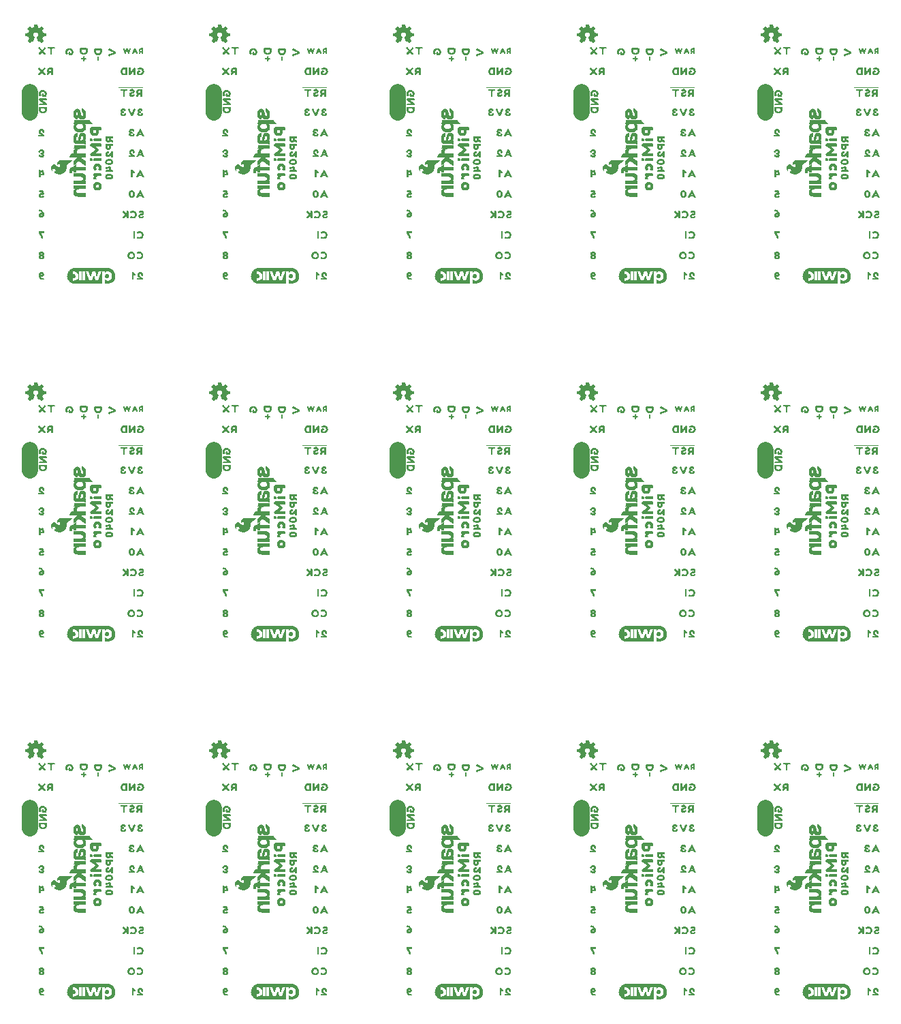
<source format=gbo>
G04 EAGLE Gerber RS-274X export*
G75*
%MOMM*%
%FSLAX34Y34*%
%LPD*%
%INSilkscreen Bottom*%
%IPPOS*%
%AMOC8*
5,1,8,0,0,1.08239X$1,22.5*%
G01*
%ADD10C,2.032000*%

G36*
X109622Y-106191D02*
X109622Y-106191D01*
X109626Y-106192D01*
X111336Y-106022D01*
X111340Y-106019D01*
X111348Y-106020D01*
X113348Y-105430D01*
X113365Y-105410D01*
X113366Y-105410D01*
X113371Y-105413D01*
X113380Y-105406D01*
X113401Y-105405D01*
X113790Y-105185D01*
X114129Y-105005D01*
X114130Y-105005D01*
X114540Y-104785D01*
X114540Y-104784D01*
X114543Y-104784D01*
X115003Y-104504D01*
X115004Y-104501D01*
X115007Y-104500D01*
X115237Y-104330D01*
X115238Y-104329D01*
X115240Y-104329D01*
X116400Y-103379D01*
X116401Y-103374D01*
X116408Y-103370D01*
X117028Y-102630D01*
X117368Y-102220D01*
X117369Y-102219D01*
X117370Y-102218D01*
X117730Y-101738D01*
X117731Y-101732D01*
X117735Y-101732D01*
X117746Y-101707D01*
X117763Y-101684D01*
X117759Y-101676D01*
X117762Y-101670D01*
X117855Y-101500D01*
X118125Y-101000D01*
X118375Y-100550D01*
X118375Y-100547D01*
X118378Y-100544D01*
X118598Y-100004D01*
X118598Y-100002D01*
X118600Y-100000D01*
X118880Y-99160D01*
X118879Y-99158D01*
X118881Y-99157D01*
X119061Y-98497D01*
X119060Y-98495D01*
X119061Y-98493D01*
X119131Y-98163D01*
X119130Y-98160D01*
X119132Y-98156D01*
X119172Y-97767D01*
X119222Y-97297D01*
X119222Y-97296D01*
X119272Y-96786D01*
X119271Y-96784D01*
X119273Y-96781D01*
X119283Y-96351D01*
X119282Y-96351D01*
X119286Y-96349D01*
X119285Y-96337D01*
X119293Y-96315D01*
X119263Y-95915D01*
X119262Y-95915D01*
X119262Y-95914D01*
X119192Y-95234D01*
X119132Y-94624D01*
X119130Y-94620D01*
X119131Y-94614D01*
X118861Y-93614D01*
X118857Y-93610D01*
X118790Y-93382D01*
X118789Y-93381D01*
X118789Y-93379D01*
X118509Y-92589D01*
X118506Y-92587D01*
X118506Y-92581D01*
X118106Y-91801D01*
X118105Y-91801D01*
X118105Y-91800D01*
X117945Y-91510D01*
X117944Y-91509D01*
X117764Y-91199D01*
X117762Y-91197D01*
X117761Y-91194D01*
X117571Y-90924D01*
X117570Y-90923D01*
X117570Y-90922D01*
X117350Y-90632D01*
X117349Y-90632D01*
X117349Y-90631D01*
X117349Y-90630D01*
X117029Y-90240D01*
X117028Y-90240D01*
X116678Y-89820D01*
X116677Y-89820D01*
X116677Y-89818D01*
X116427Y-89538D01*
X116424Y-89537D01*
X116422Y-89533D01*
X116242Y-89373D01*
X116241Y-89373D01*
X116001Y-89163D01*
X116001Y-89162D01*
X115721Y-88922D01*
X115720Y-88922D01*
X115720Y-88921D01*
X115230Y-88521D01*
X115227Y-88521D01*
X115226Y-88518D01*
X114876Y-88278D01*
X114859Y-88278D01*
X114856Y-88276D01*
X114845Y-88263D01*
X114838Y-88254D01*
X114820Y-88245D01*
X114161Y-87875D01*
X114160Y-87875D01*
X113550Y-87545D01*
X113546Y-87545D01*
X113542Y-87541D01*
X112862Y-87281D01*
X112860Y-87282D01*
X112858Y-87280D01*
X111608Y-86910D01*
X111604Y-86911D01*
X111600Y-86908D01*
X110930Y-86798D01*
X110928Y-86799D01*
X110925Y-86797D01*
X109285Y-86667D01*
X109283Y-86669D01*
X109280Y-86667D01*
X106550Y-86667D01*
X106546Y-86670D01*
X106540Y-86667D01*
X98540Y-86667D01*
X98530Y-86674D01*
X98526Y-86674D01*
X98510Y-86667D01*
X82500Y-86667D01*
X82487Y-86676D01*
X82482Y-86676D01*
X82458Y-86671D01*
X82454Y-86677D01*
X74000Y-86667D01*
X73988Y-86675D01*
X73986Y-86673D01*
X73976Y-86674D01*
X73960Y-86667D01*
X68980Y-86667D01*
X68977Y-86669D01*
X68973Y-86668D01*
X66833Y-86918D01*
X66818Y-86930D01*
X66805Y-86932D01*
X66791Y-86930D01*
X65861Y-87220D01*
X65331Y-87390D01*
X65328Y-87394D01*
X65322Y-87394D01*
X64672Y-87724D01*
X64671Y-87725D01*
X64670Y-87725D01*
X63830Y-88185D01*
X63829Y-88186D01*
X63828Y-88186D01*
X63398Y-88446D01*
X63396Y-88450D01*
X63389Y-88452D01*
X63060Y-88731D01*
X62620Y-89091D01*
X62620Y-89092D01*
X62220Y-89422D01*
X62219Y-89425D01*
X62215Y-89427D01*
X61835Y-89827D01*
X61834Y-89829D01*
X61831Y-89831D01*
X61071Y-90771D01*
X61070Y-90779D01*
X61063Y-90784D01*
X61064Y-90790D01*
X61060Y-90792D01*
X60820Y-91112D01*
X60820Y-91116D01*
X60815Y-91120D01*
X60505Y-91680D01*
X60115Y-92400D01*
X60115Y-92402D01*
X60113Y-92404D01*
X60113Y-92405D01*
X60112Y-92406D01*
X59912Y-92896D01*
X59912Y-92899D01*
X59910Y-92901D01*
X59630Y-93781D01*
X59634Y-93796D01*
X59632Y-93798D01*
X59623Y-93804D01*
X59624Y-93809D01*
X59619Y-93814D01*
X59580Y-93963D01*
X59460Y-94352D01*
X59461Y-94356D01*
X59458Y-94360D01*
X59408Y-94680D01*
X59409Y-94682D01*
X59408Y-94683D01*
X59298Y-95693D01*
X59298Y-95694D01*
X59297Y-95696D01*
X59237Y-96566D01*
X59240Y-96570D01*
X59238Y-96576D01*
X59398Y-98126D01*
X59399Y-98128D01*
X59398Y-98132D01*
X59488Y-98602D01*
X59491Y-98604D01*
X59490Y-98609D01*
X59690Y-99249D01*
X59691Y-99250D01*
X59690Y-99259D01*
X59870Y-99839D01*
X59871Y-99839D01*
X59871Y-99841D01*
X59991Y-100181D01*
X59994Y-100183D01*
X59994Y-100189D01*
X60384Y-100939D01*
X60385Y-100940D01*
X60386Y-100941D01*
X60986Y-101991D01*
X60989Y-101993D01*
X60990Y-101998D01*
X61210Y-102288D01*
X61212Y-102289D01*
X61213Y-102291D01*
X61245Y-102306D01*
X61252Y-102330D01*
X61345Y-102442D01*
X61502Y-102630D01*
X61659Y-102818D01*
X61815Y-103007D01*
X61852Y-103050D01*
X61854Y-103051D01*
X61855Y-103054D01*
X62285Y-103494D01*
X62288Y-103494D01*
X62290Y-103498D01*
X63040Y-104128D01*
X63041Y-104128D01*
X63042Y-104130D01*
X63662Y-104600D01*
X63666Y-104600D01*
X63670Y-104605D01*
X64330Y-104965D01*
X64331Y-104966D01*
X64901Y-105266D01*
X64903Y-105265D01*
X64905Y-105268D01*
X65525Y-105538D01*
X65528Y-105537D01*
X65532Y-105540D01*
X66232Y-105750D01*
X66233Y-105750D01*
X66851Y-105930D01*
X67030Y-105990D01*
X67036Y-105988D01*
X67044Y-105992D01*
X68211Y-106102D01*
X68214Y-106107D01*
X68223Y-106106D01*
X68237Y-106113D01*
X69137Y-106163D01*
X69138Y-106162D01*
X69140Y-106163D01*
X79230Y-106163D01*
X79243Y-106155D01*
X79244Y-106157D01*
X79254Y-106156D01*
X79270Y-106163D01*
X88150Y-106163D01*
X88167Y-106152D01*
X88170Y-106153D01*
X95620Y-106163D01*
X95630Y-106156D01*
X95634Y-106156D01*
X95650Y-106163D01*
X102820Y-106163D01*
X102839Y-106151D01*
X102861Y-106147D01*
X102868Y-106132D01*
X102877Y-106126D01*
X102876Y-106116D01*
X102883Y-106100D01*
X102893Y-90973D01*
X106487Y-90973D01*
X106487Y-92320D01*
X106495Y-92332D01*
X106493Y-92345D01*
X106512Y-92358D01*
X106524Y-92377D01*
X106538Y-92375D01*
X106550Y-92383D01*
X106581Y-92369D01*
X106591Y-92367D01*
X106593Y-92363D01*
X106597Y-92362D01*
X106676Y-92273D01*
X106923Y-92025D01*
X107170Y-91798D01*
X107466Y-91572D01*
X107721Y-91414D01*
X107997Y-91267D01*
X108284Y-91148D01*
X108499Y-91060D01*
X108734Y-91001D01*
X108864Y-90971D01*
X109159Y-90912D01*
X109366Y-90892D01*
X109673Y-90863D01*
X109839Y-90863D01*
X110306Y-90883D01*
X110722Y-90922D01*
X111217Y-91011D01*
X111621Y-91110D01*
X111965Y-91248D01*
X112274Y-91387D01*
X112283Y-91386D01*
X112290Y-91395D01*
X112646Y-91593D01*
X112922Y-91790D01*
X113446Y-92215D01*
X113761Y-92570D01*
X113989Y-92867D01*
X114136Y-93083D01*
X114324Y-93428D01*
X114493Y-93785D01*
X114621Y-94092D01*
X114750Y-94497D01*
X114829Y-94823D01*
X114898Y-95141D01*
X114938Y-95427D01*
X114998Y-96115D01*
X115009Y-96130D01*
X115011Y-96149D01*
X115015Y-96151D01*
X115015Y-96153D01*
X115007Y-96172D01*
X115017Y-96500D01*
X115007Y-96758D01*
X114968Y-97403D01*
X114918Y-97718D01*
X114819Y-98156D01*
X114710Y-98643D01*
X114602Y-98957D01*
X114453Y-99295D01*
X114351Y-99521D01*
X114323Y-99583D01*
X114323Y-99584D01*
X114324Y-99591D01*
X114321Y-99598D01*
X114306Y-99609D01*
X114186Y-99817D01*
X113948Y-100194D01*
X113771Y-100430D01*
X113554Y-100678D01*
X113287Y-100954D01*
X112992Y-101210D01*
X112696Y-101407D01*
X112349Y-101625D01*
X112035Y-101782D01*
X111738Y-101891D01*
X111731Y-101901D01*
X111722Y-101900D01*
X111106Y-102089D01*
X110502Y-102188D01*
X110146Y-102217D01*
X109849Y-102227D01*
X109554Y-102227D01*
X109198Y-102188D01*
X108882Y-102138D01*
X108597Y-102070D01*
X108232Y-101951D01*
X107958Y-101834D01*
X107662Y-101666D01*
X107447Y-101530D01*
X107260Y-101382D01*
X107033Y-101194D01*
X106849Y-101000D01*
X106753Y-100866D01*
X106694Y-100768D01*
X106624Y-100648D01*
X106598Y-100635D01*
X106574Y-100617D01*
X106568Y-100620D01*
X106564Y-100618D01*
X106555Y-100625D01*
X106526Y-100636D01*
X106516Y-100646D01*
X106514Y-100653D01*
X106511Y-100660D01*
X106511Y-100661D01*
X106497Y-100690D01*
X106497Y-106130D01*
X106509Y-106149D01*
X106513Y-106171D01*
X106528Y-106178D01*
X106534Y-106187D01*
X106544Y-106186D01*
X106560Y-106193D01*
X109620Y-106193D01*
X109622Y-106191D01*
G37*
G36*
X338222Y782809D02*
X338222Y782809D01*
X338226Y782808D01*
X339936Y782978D01*
X339940Y782981D01*
X339948Y782980D01*
X341948Y783570D01*
X341965Y783590D01*
X341966Y783590D01*
X341971Y783587D01*
X341980Y783594D01*
X342001Y783595D01*
X342390Y783815D01*
X342729Y783995D01*
X342730Y783995D01*
X343140Y784215D01*
X343140Y784216D01*
X343143Y784216D01*
X343603Y784496D01*
X343604Y784499D01*
X343607Y784500D01*
X343837Y784670D01*
X343838Y784671D01*
X343840Y784671D01*
X345000Y785621D01*
X345001Y785626D01*
X345008Y785630D01*
X345628Y786370D01*
X345968Y786780D01*
X345969Y786781D01*
X345970Y786782D01*
X346330Y787262D01*
X346331Y787268D01*
X346335Y787268D01*
X346346Y787293D01*
X346363Y787316D01*
X346359Y787324D01*
X346362Y787330D01*
X346455Y787500D01*
X346725Y788000D01*
X346975Y788450D01*
X346975Y788453D01*
X346978Y788456D01*
X347198Y788996D01*
X347198Y788998D01*
X347200Y789000D01*
X347480Y789840D01*
X347479Y789842D01*
X347481Y789844D01*
X347661Y790504D01*
X347660Y790505D01*
X347661Y790507D01*
X347731Y790837D01*
X347730Y790840D01*
X347732Y790844D01*
X347772Y791233D01*
X347822Y791703D01*
X347822Y791704D01*
X347872Y792214D01*
X347871Y792216D01*
X347873Y792219D01*
X347883Y792649D01*
X347882Y792649D01*
X347886Y792651D01*
X347885Y792663D01*
X347893Y792685D01*
X347863Y793085D01*
X347862Y793085D01*
X347862Y793086D01*
X347792Y793766D01*
X347732Y794376D01*
X347730Y794380D01*
X347731Y794386D01*
X347461Y795386D01*
X347457Y795390D01*
X347390Y795618D01*
X347389Y795619D01*
X347389Y795621D01*
X347109Y796411D01*
X347106Y796413D01*
X347106Y796419D01*
X346706Y797199D01*
X346705Y797199D01*
X346705Y797200D01*
X346545Y797490D01*
X346544Y797491D01*
X346544Y797492D01*
X346364Y797802D01*
X346362Y797803D01*
X346361Y797806D01*
X346171Y798076D01*
X346170Y798077D01*
X346170Y798078D01*
X345950Y798368D01*
X345949Y798368D01*
X345949Y798369D01*
X345949Y798370D01*
X345629Y798760D01*
X345628Y798760D01*
X345278Y799180D01*
X345277Y799180D01*
X345277Y799182D01*
X345027Y799462D01*
X345024Y799463D01*
X345022Y799467D01*
X344842Y799627D01*
X344841Y799627D01*
X344601Y799837D01*
X344601Y799838D01*
X344321Y800078D01*
X344320Y800078D01*
X344320Y800079D01*
X343830Y800479D01*
X343827Y800479D01*
X343826Y800482D01*
X343476Y800722D01*
X343459Y800722D01*
X343456Y800724D01*
X343445Y800737D01*
X343438Y800746D01*
X343420Y800755D01*
X342761Y801125D01*
X342760Y801125D01*
X342150Y801455D01*
X342146Y801455D01*
X342142Y801459D01*
X341462Y801719D01*
X341460Y801718D01*
X341458Y801720D01*
X340208Y802090D01*
X340204Y802089D01*
X340200Y802092D01*
X339530Y802202D01*
X339528Y802201D01*
X339525Y802203D01*
X337885Y802333D01*
X337883Y802331D01*
X337880Y802333D01*
X335150Y802333D01*
X335146Y802330D01*
X335140Y802333D01*
X327140Y802333D01*
X327130Y802326D01*
X327126Y802326D01*
X327110Y802333D01*
X311100Y802333D01*
X311087Y802324D01*
X311082Y802324D01*
X311058Y802329D01*
X311054Y802323D01*
X302600Y802333D01*
X302588Y802325D01*
X302586Y802327D01*
X302576Y802326D01*
X302560Y802333D01*
X297580Y802333D01*
X297577Y802331D01*
X297573Y802332D01*
X295433Y802082D01*
X295418Y802070D01*
X295405Y802068D01*
X295391Y802070D01*
X294461Y801780D01*
X293931Y801610D01*
X293928Y801606D01*
X293922Y801606D01*
X293272Y801276D01*
X293271Y801275D01*
X293270Y801275D01*
X292430Y800815D01*
X292429Y800814D01*
X292428Y800814D01*
X291998Y800554D01*
X291996Y800550D01*
X291989Y800548D01*
X291660Y800269D01*
X291220Y799909D01*
X291220Y799908D01*
X290820Y799578D01*
X290819Y799575D01*
X290815Y799573D01*
X290435Y799173D01*
X290434Y799171D01*
X290431Y799169D01*
X289671Y798229D01*
X289670Y798221D01*
X289663Y798216D01*
X289664Y798210D01*
X289660Y798208D01*
X289420Y797888D01*
X289420Y797884D01*
X289415Y797880D01*
X289105Y797320D01*
X288715Y796600D01*
X288715Y796598D01*
X288713Y796596D01*
X288713Y796595D01*
X288712Y796594D01*
X288512Y796104D01*
X288512Y796101D01*
X288510Y796099D01*
X288230Y795219D01*
X288234Y795204D01*
X288232Y795202D01*
X288223Y795196D01*
X288224Y795191D01*
X288219Y795186D01*
X288180Y795038D01*
X288060Y794648D01*
X288061Y794644D01*
X288058Y794640D01*
X288008Y794320D01*
X288009Y794318D01*
X288008Y794317D01*
X287898Y793307D01*
X287898Y793306D01*
X287897Y793304D01*
X287837Y792434D01*
X287840Y792430D01*
X287838Y792424D01*
X287998Y790874D01*
X287999Y790872D01*
X287998Y790868D01*
X288088Y790398D01*
X288091Y790396D01*
X288090Y790391D01*
X288290Y789751D01*
X288291Y789750D01*
X288290Y789741D01*
X288470Y789161D01*
X288471Y789161D01*
X288471Y789159D01*
X288591Y788819D01*
X288594Y788817D01*
X288594Y788811D01*
X288984Y788061D01*
X288985Y788060D01*
X288986Y788059D01*
X289586Y787009D01*
X289589Y787007D01*
X289590Y787002D01*
X289810Y786712D01*
X289812Y786711D01*
X289813Y786709D01*
X289845Y786694D01*
X289852Y786670D01*
X289945Y786558D01*
X290102Y786370D01*
X290259Y786182D01*
X290415Y785993D01*
X290452Y785950D01*
X290454Y785949D01*
X290455Y785946D01*
X290885Y785506D01*
X290888Y785506D01*
X290890Y785502D01*
X291640Y784872D01*
X291641Y784872D01*
X291642Y784870D01*
X292262Y784400D01*
X292266Y784400D01*
X292270Y784395D01*
X292930Y784035D01*
X292931Y784034D01*
X293501Y783734D01*
X293503Y783735D01*
X293505Y783732D01*
X294125Y783462D01*
X294128Y783463D01*
X294132Y783460D01*
X294832Y783250D01*
X294833Y783250D01*
X295451Y783070D01*
X295630Y783010D01*
X295636Y783012D01*
X295644Y783008D01*
X296811Y782898D01*
X296814Y782893D01*
X296823Y782894D01*
X296837Y782887D01*
X297737Y782837D01*
X297738Y782838D01*
X297740Y782837D01*
X307830Y782837D01*
X307843Y782845D01*
X307844Y782843D01*
X307854Y782844D01*
X307870Y782837D01*
X316750Y782837D01*
X316767Y782848D01*
X316770Y782847D01*
X324220Y782837D01*
X324230Y782844D01*
X324234Y782844D01*
X324250Y782837D01*
X331420Y782837D01*
X331439Y782849D01*
X331461Y782853D01*
X331468Y782868D01*
X331477Y782874D01*
X331476Y782884D01*
X331483Y782900D01*
X331493Y798027D01*
X335087Y798027D01*
X335087Y796680D01*
X335095Y796668D01*
X335093Y796655D01*
X335112Y796642D01*
X335124Y796623D01*
X335138Y796625D01*
X335150Y796617D01*
X335181Y796631D01*
X335191Y796633D01*
X335193Y796637D01*
X335197Y796638D01*
X335276Y796727D01*
X335523Y796975D01*
X335770Y797202D01*
X336066Y797428D01*
X336321Y797586D01*
X336597Y797733D01*
X336884Y797852D01*
X337099Y797940D01*
X337334Y797999D01*
X337464Y798029D01*
X337759Y798088D01*
X337966Y798108D01*
X338273Y798137D01*
X338439Y798137D01*
X338906Y798117D01*
X339322Y798078D01*
X339817Y797989D01*
X340221Y797890D01*
X340565Y797752D01*
X340874Y797613D01*
X340883Y797614D01*
X340890Y797605D01*
X341246Y797407D01*
X341522Y797210D01*
X342046Y796785D01*
X342361Y796430D01*
X342589Y796133D01*
X342736Y795917D01*
X342924Y795572D01*
X343093Y795215D01*
X343221Y794908D01*
X343350Y794503D01*
X343429Y794177D01*
X343498Y793859D01*
X343538Y793573D01*
X343598Y792885D01*
X343609Y792870D01*
X343611Y792851D01*
X343615Y792849D01*
X343615Y792847D01*
X343607Y792828D01*
X343617Y792501D01*
X343607Y792242D01*
X343568Y791597D01*
X343518Y791282D01*
X343419Y790844D01*
X343310Y790357D01*
X343202Y790043D01*
X343053Y789705D01*
X342951Y789479D01*
X342923Y789417D01*
X342923Y789416D01*
X342924Y789409D01*
X342921Y789402D01*
X342906Y789391D01*
X342786Y789183D01*
X342548Y788806D01*
X342371Y788570D01*
X342154Y788322D01*
X341887Y788046D01*
X341592Y787790D01*
X341296Y787593D01*
X340949Y787375D01*
X340635Y787218D01*
X340338Y787109D01*
X340331Y787099D01*
X340322Y787100D01*
X339706Y786911D01*
X339102Y786812D01*
X338746Y786783D01*
X338449Y786773D01*
X338154Y786773D01*
X337798Y786812D01*
X337482Y786862D01*
X337197Y786930D01*
X336832Y787049D01*
X336558Y787166D01*
X336262Y787334D01*
X336047Y787470D01*
X335860Y787618D01*
X335633Y787806D01*
X335449Y788000D01*
X335353Y788134D01*
X335294Y788232D01*
X335224Y788352D01*
X335198Y788365D01*
X335174Y788383D01*
X335168Y788380D01*
X335164Y788382D01*
X335155Y788375D01*
X335126Y788364D01*
X335116Y788354D01*
X335114Y788347D01*
X335111Y788340D01*
X335111Y788339D01*
X335097Y788310D01*
X335097Y782870D01*
X335109Y782851D01*
X335113Y782829D01*
X335128Y782822D01*
X335134Y782813D01*
X335144Y782814D01*
X335160Y782807D01*
X338220Y782807D01*
X338222Y782809D01*
G37*
G36*
X109622Y782809D02*
X109622Y782809D01*
X109626Y782808D01*
X111336Y782978D01*
X111340Y782981D01*
X111348Y782980D01*
X113348Y783570D01*
X113365Y783590D01*
X113366Y783590D01*
X113371Y783587D01*
X113380Y783594D01*
X113401Y783595D01*
X113790Y783815D01*
X114129Y783995D01*
X114130Y783995D01*
X114540Y784215D01*
X114540Y784216D01*
X114543Y784216D01*
X115003Y784496D01*
X115004Y784499D01*
X115007Y784500D01*
X115237Y784670D01*
X115238Y784671D01*
X115240Y784671D01*
X116400Y785621D01*
X116401Y785626D01*
X116408Y785630D01*
X117028Y786370D01*
X117368Y786780D01*
X117369Y786781D01*
X117370Y786782D01*
X117730Y787262D01*
X117731Y787268D01*
X117735Y787268D01*
X117746Y787293D01*
X117763Y787316D01*
X117759Y787324D01*
X117762Y787330D01*
X117855Y787500D01*
X118125Y788000D01*
X118375Y788450D01*
X118375Y788453D01*
X118378Y788456D01*
X118598Y788996D01*
X118598Y788998D01*
X118600Y789000D01*
X118880Y789840D01*
X118879Y789842D01*
X118881Y789844D01*
X119061Y790504D01*
X119060Y790505D01*
X119061Y790507D01*
X119131Y790837D01*
X119130Y790840D01*
X119132Y790844D01*
X119172Y791233D01*
X119222Y791703D01*
X119222Y791704D01*
X119272Y792214D01*
X119271Y792216D01*
X119273Y792219D01*
X119283Y792649D01*
X119282Y792649D01*
X119286Y792651D01*
X119285Y792663D01*
X119293Y792685D01*
X119263Y793085D01*
X119262Y793085D01*
X119262Y793086D01*
X119192Y793766D01*
X119132Y794376D01*
X119130Y794380D01*
X119131Y794386D01*
X118861Y795386D01*
X118857Y795390D01*
X118790Y795618D01*
X118789Y795619D01*
X118789Y795621D01*
X118509Y796411D01*
X118506Y796413D01*
X118506Y796419D01*
X118106Y797199D01*
X118105Y797199D01*
X118105Y797200D01*
X117945Y797490D01*
X117944Y797491D01*
X117944Y797492D01*
X117764Y797802D01*
X117762Y797803D01*
X117761Y797806D01*
X117571Y798076D01*
X117570Y798077D01*
X117570Y798078D01*
X117350Y798368D01*
X117349Y798368D01*
X117349Y798369D01*
X117349Y798370D01*
X117029Y798760D01*
X117028Y798760D01*
X116678Y799180D01*
X116677Y799180D01*
X116677Y799182D01*
X116427Y799462D01*
X116424Y799463D01*
X116422Y799467D01*
X116242Y799627D01*
X116241Y799627D01*
X116001Y799837D01*
X116001Y799838D01*
X115721Y800078D01*
X115720Y800078D01*
X115720Y800079D01*
X115230Y800479D01*
X115227Y800479D01*
X115226Y800482D01*
X114876Y800722D01*
X114859Y800722D01*
X114856Y800724D01*
X114845Y800737D01*
X114838Y800746D01*
X114820Y800755D01*
X114161Y801125D01*
X114160Y801125D01*
X113550Y801455D01*
X113546Y801455D01*
X113542Y801459D01*
X112862Y801719D01*
X112860Y801718D01*
X112858Y801720D01*
X111608Y802090D01*
X111604Y802089D01*
X111600Y802092D01*
X110930Y802202D01*
X110928Y802201D01*
X110925Y802203D01*
X109285Y802333D01*
X109283Y802331D01*
X109280Y802333D01*
X106550Y802333D01*
X106546Y802330D01*
X106540Y802333D01*
X98540Y802333D01*
X98530Y802326D01*
X98526Y802326D01*
X98510Y802333D01*
X82500Y802333D01*
X82487Y802324D01*
X82482Y802324D01*
X82458Y802329D01*
X82454Y802323D01*
X74000Y802333D01*
X73988Y802325D01*
X73986Y802327D01*
X73976Y802326D01*
X73960Y802333D01*
X68980Y802333D01*
X68977Y802331D01*
X68973Y802332D01*
X66833Y802082D01*
X66818Y802070D01*
X66805Y802068D01*
X66791Y802070D01*
X65861Y801780D01*
X65331Y801610D01*
X65328Y801606D01*
X65322Y801606D01*
X64672Y801276D01*
X64671Y801275D01*
X64670Y801275D01*
X63830Y800815D01*
X63829Y800814D01*
X63828Y800814D01*
X63398Y800554D01*
X63396Y800550D01*
X63389Y800548D01*
X63060Y800269D01*
X62620Y799909D01*
X62620Y799908D01*
X62220Y799578D01*
X62219Y799575D01*
X62215Y799573D01*
X61835Y799173D01*
X61834Y799171D01*
X61831Y799169D01*
X61071Y798229D01*
X61070Y798221D01*
X61063Y798216D01*
X61064Y798210D01*
X61060Y798208D01*
X60820Y797888D01*
X60820Y797884D01*
X60815Y797880D01*
X60505Y797320D01*
X60115Y796600D01*
X60115Y796598D01*
X60113Y796596D01*
X60113Y796595D01*
X60112Y796594D01*
X59912Y796104D01*
X59912Y796101D01*
X59910Y796099D01*
X59630Y795219D01*
X59634Y795204D01*
X59632Y795202D01*
X59623Y795196D01*
X59624Y795191D01*
X59619Y795186D01*
X59580Y795038D01*
X59460Y794648D01*
X59461Y794644D01*
X59458Y794640D01*
X59408Y794320D01*
X59409Y794318D01*
X59408Y794317D01*
X59298Y793307D01*
X59298Y793306D01*
X59297Y793304D01*
X59237Y792434D01*
X59240Y792430D01*
X59238Y792424D01*
X59398Y790874D01*
X59399Y790872D01*
X59398Y790868D01*
X59488Y790398D01*
X59491Y790396D01*
X59490Y790391D01*
X59690Y789751D01*
X59691Y789750D01*
X59690Y789741D01*
X59870Y789161D01*
X59871Y789161D01*
X59871Y789159D01*
X59991Y788819D01*
X59994Y788817D01*
X59994Y788811D01*
X60384Y788061D01*
X60385Y788060D01*
X60386Y788059D01*
X60986Y787009D01*
X60989Y787007D01*
X60990Y787002D01*
X61210Y786712D01*
X61212Y786711D01*
X61213Y786709D01*
X61245Y786694D01*
X61252Y786670D01*
X61345Y786558D01*
X61502Y786370D01*
X61659Y786182D01*
X61815Y785993D01*
X61852Y785950D01*
X61854Y785949D01*
X61855Y785946D01*
X62285Y785506D01*
X62288Y785506D01*
X62290Y785502D01*
X63040Y784872D01*
X63041Y784872D01*
X63042Y784870D01*
X63662Y784400D01*
X63666Y784400D01*
X63670Y784395D01*
X64330Y784035D01*
X64331Y784034D01*
X64901Y783734D01*
X64903Y783735D01*
X64905Y783732D01*
X65525Y783462D01*
X65528Y783463D01*
X65532Y783460D01*
X66232Y783250D01*
X66233Y783250D01*
X66851Y783070D01*
X67030Y783010D01*
X67036Y783012D01*
X67044Y783008D01*
X68211Y782898D01*
X68214Y782893D01*
X68223Y782894D01*
X68237Y782887D01*
X69137Y782837D01*
X69138Y782838D01*
X69140Y782837D01*
X79230Y782837D01*
X79243Y782845D01*
X79244Y782843D01*
X79254Y782844D01*
X79270Y782837D01*
X88150Y782837D01*
X88167Y782848D01*
X88170Y782847D01*
X95620Y782837D01*
X95630Y782844D01*
X95634Y782844D01*
X95650Y782837D01*
X102820Y782837D01*
X102839Y782849D01*
X102861Y782853D01*
X102868Y782868D01*
X102877Y782874D01*
X102876Y782884D01*
X102883Y782900D01*
X102893Y798027D01*
X106487Y798027D01*
X106487Y796680D01*
X106495Y796668D01*
X106493Y796655D01*
X106512Y796642D01*
X106524Y796623D01*
X106538Y796625D01*
X106550Y796617D01*
X106581Y796631D01*
X106591Y796633D01*
X106593Y796637D01*
X106597Y796638D01*
X106676Y796727D01*
X106923Y796975D01*
X107170Y797202D01*
X107466Y797428D01*
X107721Y797586D01*
X107997Y797733D01*
X108284Y797852D01*
X108499Y797940D01*
X108734Y797999D01*
X108864Y798029D01*
X109159Y798088D01*
X109366Y798108D01*
X109673Y798137D01*
X109839Y798137D01*
X110306Y798117D01*
X110722Y798078D01*
X111217Y797989D01*
X111621Y797890D01*
X111965Y797752D01*
X112274Y797613D01*
X112283Y797614D01*
X112290Y797605D01*
X112646Y797407D01*
X112922Y797210D01*
X113446Y796785D01*
X113761Y796430D01*
X113989Y796133D01*
X114136Y795917D01*
X114324Y795572D01*
X114493Y795215D01*
X114621Y794908D01*
X114750Y794503D01*
X114829Y794177D01*
X114898Y793859D01*
X114938Y793573D01*
X114998Y792885D01*
X115009Y792870D01*
X115011Y792851D01*
X115015Y792849D01*
X115015Y792847D01*
X115007Y792828D01*
X115017Y792501D01*
X115007Y792242D01*
X114968Y791597D01*
X114918Y791282D01*
X114819Y790844D01*
X114710Y790357D01*
X114602Y790043D01*
X114453Y789705D01*
X114351Y789479D01*
X114323Y789417D01*
X114323Y789416D01*
X114324Y789409D01*
X114321Y789402D01*
X114306Y789391D01*
X114186Y789183D01*
X113948Y788806D01*
X113771Y788570D01*
X113554Y788322D01*
X113287Y788046D01*
X112992Y787790D01*
X112696Y787593D01*
X112349Y787375D01*
X112035Y787218D01*
X111738Y787109D01*
X111731Y787099D01*
X111722Y787100D01*
X111106Y786911D01*
X110502Y786812D01*
X110146Y786783D01*
X109849Y786773D01*
X109554Y786773D01*
X109198Y786812D01*
X108882Y786862D01*
X108597Y786930D01*
X108232Y787049D01*
X107958Y787166D01*
X107662Y787334D01*
X107447Y787470D01*
X107260Y787618D01*
X107033Y787806D01*
X106849Y788000D01*
X106753Y788134D01*
X106694Y788232D01*
X106624Y788352D01*
X106598Y788365D01*
X106574Y788383D01*
X106568Y788380D01*
X106564Y788382D01*
X106555Y788375D01*
X106526Y788364D01*
X106516Y788354D01*
X106514Y788347D01*
X106511Y788340D01*
X106511Y788339D01*
X106497Y788310D01*
X106497Y782870D01*
X106509Y782851D01*
X106513Y782829D01*
X106528Y782822D01*
X106534Y782813D01*
X106544Y782814D01*
X106560Y782807D01*
X109620Y782807D01*
X109622Y782809D01*
G37*
G36*
X1024022Y782809D02*
X1024022Y782809D01*
X1024026Y782808D01*
X1025736Y782978D01*
X1025740Y782981D01*
X1025748Y782980D01*
X1027748Y783570D01*
X1027765Y783590D01*
X1027766Y783590D01*
X1027771Y783587D01*
X1027780Y783594D01*
X1027801Y783595D01*
X1028190Y783815D01*
X1028529Y783995D01*
X1028530Y783995D01*
X1028940Y784215D01*
X1028940Y784216D01*
X1028943Y784216D01*
X1029403Y784496D01*
X1029404Y784499D01*
X1029407Y784500D01*
X1029637Y784670D01*
X1029638Y784671D01*
X1029640Y784671D01*
X1030800Y785621D01*
X1030801Y785626D01*
X1030808Y785630D01*
X1031428Y786370D01*
X1031768Y786780D01*
X1031769Y786781D01*
X1031770Y786782D01*
X1032130Y787262D01*
X1032131Y787268D01*
X1032135Y787268D01*
X1032146Y787293D01*
X1032163Y787316D01*
X1032159Y787324D01*
X1032162Y787330D01*
X1032255Y787500D01*
X1032525Y788000D01*
X1032775Y788450D01*
X1032775Y788453D01*
X1032778Y788456D01*
X1032998Y788996D01*
X1032998Y788998D01*
X1033000Y789000D01*
X1033280Y789840D01*
X1033279Y789842D01*
X1033281Y789844D01*
X1033461Y790504D01*
X1033460Y790505D01*
X1033461Y790507D01*
X1033531Y790837D01*
X1033530Y790840D01*
X1033532Y790844D01*
X1033572Y791233D01*
X1033622Y791703D01*
X1033622Y791704D01*
X1033672Y792214D01*
X1033671Y792216D01*
X1033673Y792219D01*
X1033683Y792649D01*
X1033682Y792649D01*
X1033686Y792651D01*
X1033685Y792663D01*
X1033693Y792685D01*
X1033663Y793085D01*
X1033662Y793085D01*
X1033662Y793086D01*
X1033592Y793766D01*
X1033532Y794376D01*
X1033530Y794380D01*
X1033531Y794386D01*
X1033261Y795386D01*
X1033257Y795390D01*
X1033190Y795618D01*
X1033189Y795619D01*
X1033189Y795621D01*
X1032909Y796411D01*
X1032906Y796413D01*
X1032906Y796419D01*
X1032506Y797199D01*
X1032505Y797199D01*
X1032505Y797200D01*
X1032345Y797490D01*
X1032344Y797491D01*
X1032344Y797492D01*
X1032164Y797802D01*
X1032162Y797803D01*
X1032161Y797806D01*
X1031971Y798076D01*
X1031970Y798077D01*
X1031970Y798078D01*
X1031750Y798368D01*
X1031749Y798368D01*
X1031749Y798369D01*
X1031749Y798370D01*
X1031429Y798760D01*
X1031428Y798760D01*
X1031078Y799180D01*
X1031077Y799180D01*
X1031077Y799182D01*
X1030827Y799462D01*
X1030824Y799463D01*
X1030822Y799467D01*
X1030642Y799627D01*
X1030641Y799627D01*
X1030401Y799837D01*
X1030401Y799838D01*
X1030121Y800078D01*
X1030120Y800078D01*
X1030120Y800079D01*
X1029630Y800479D01*
X1029627Y800479D01*
X1029626Y800482D01*
X1029276Y800722D01*
X1029259Y800722D01*
X1029256Y800724D01*
X1029245Y800737D01*
X1029238Y800746D01*
X1029220Y800755D01*
X1028561Y801125D01*
X1028560Y801125D01*
X1027950Y801455D01*
X1027946Y801455D01*
X1027942Y801459D01*
X1027262Y801719D01*
X1027260Y801718D01*
X1027258Y801720D01*
X1026008Y802090D01*
X1026004Y802089D01*
X1026000Y802092D01*
X1025330Y802202D01*
X1025328Y802201D01*
X1025325Y802203D01*
X1023685Y802333D01*
X1023683Y802331D01*
X1023680Y802333D01*
X1020950Y802333D01*
X1020946Y802330D01*
X1020940Y802333D01*
X1012940Y802333D01*
X1012930Y802326D01*
X1012926Y802326D01*
X1012910Y802333D01*
X996900Y802333D01*
X996887Y802324D01*
X996882Y802324D01*
X996858Y802329D01*
X996854Y802323D01*
X988400Y802333D01*
X988388Y802325D01*
X988386Y802327D01*
X988376Y802326D01*
X988360Y802333D01*
X983380Y802333D01*
X983377Y802331D01*
X983373Y802332D01*
X981233Y802082D01*
X981218Y802070D01*
X981205Y802068D01*
X981191Y802070D01*
X980261Y801780D01*
X979731Y801610D01*
X979728Y801606D01*
X979722Y801606D01*
X979072Y801276D01*
X979071Y801275D01*
X979070Y801275D01*
X978230Y800815D01*
X978229Y800814D01*
X978228Y800814D01*
X977798Y800554D01*
X977796Y800550D01*
X977789Y800548D01*
X977460Y800269D01*
X977020Y799909D01*
X977020Y799908D01*
X976620Y799578D01*
X976619Y799575D01*
X976615Y799573D01*
X976235Y799173D01*
X976234Y799171D01*
X976231Y799169D01*
X975471Y798229D01*
X975470Y798221D01*
X975463Y798216D01*
X975464Y798210D01*
X975460Y798208D01*
X975220Y797888D01*
X975220Y797884D01*
X975215Y797880D01*
X974905Y797320D01*
X974515Y796600D01*
X974515Y796598D01*
X974513Y796596D01*
X974513Y796595D01*
X974512Y796594D01*
X974312Y796104D01*
X974312Y796101D01*
X974310Y796099D01*
X974030Y795219D01*
X974034Y795204D01*
X974032Y795202D01*
X974023Y795196D01*
X974024Y795191D01*
X974019Y795186D01*
X973980Y795038D01*
X973860Y794648D01*
X973861Y794644D01*
X973858Y794640D01*
X973808Y794320D01*
X973809Y794318D01*
X973808Y794317D01*
X973698Y793307D01*
X973698Y793306D01*
X973697Y793304D01*
X973637Y792434D01*
X973640Y792430D01*
X973638Y792424D01*
X973798Y790874D01*
X973799Y790872D01*
X973798Y790868D01*
X973888Y790398D01*
X973891Y790396D01*
X973890Y790391D01*
X974090Y789751D01*
X974091Y789750D01*
X974090Y789741D01*
X974270Y789161D01*
X974271Y789161D01*
X974271Y789159D01*
X974391Y788819D01*
X974394Y788817D01*
X974394Y788811D01*
X974784Y788061D01*
X974785Y788060D01*
X974786Y788059D01*
X975386Y787009D01*
X975389Y787007D01*
X975390Y787002D01*
X975610Y786712D01*
X975612Y786711D01*
X975613Y786709D01*
X975645Y786694D01*
X975652Y786670D01*
X975745Y786558D01*
X975902Y786370D01*
X976059Y786182D01*
X976215Y785993D01*
X976252Y785950D01*
X976254Y785949D01*
X976255Y785946D01*
X976685Y785506D01*
X976688Y785506D01*
X976690Y785502D01*
X977440Y784872D01*
X977441Y784872D01*
X977442Y784870D01*
X978062Y784400D01*
X978066Y784400D01*
X978070Y784395D01*
X978730Y784035D01*
X978731Y784034D01*
X979301Y783734D01*
X979303Y783735D01*
X979305Y783732D01*
X979925Y783462D01*
X979928Y783463D01*
X979932Y783460D01*
X980632Y783250D01*
X980633Y783250D01*
X981251Y783070D01*
X981430Y783010D01*
X981436Y783012D01*
X981444Y783008D01*
X982611Y782898D01*
X982614Y782893D01*
X982623Y782894D01*
X982637Y782887D01*
X983537Y782837D01*
X983538Y782838D01*
X983540Y782837D01*
X993630Y782837D01*
X993643Y782845D01*
X993644Y782843D01*
X993654Y782844D01*
X993670Y782837D01*
X1002550Y782837D01*
X1002567Y782848D01*
X1002570Y782847D01*
X1010020Y782837D01*
X1010030Y782844D01*
X1010034Y782844D01*
X1010050Y782837D01*
X1017220Y782837D01*
X1017239Y782849D01*
X1017261Y782853D01*
X1017268Y782868D01*
X1017277Y782874D01*
X1017276Y782884D01*
X1017283Y782900D01*
X1017293Y798027D01*
X1020887Y798027D01*
X1020887Y796680D01*
X1020895Y796668D01*
X1020893Y796655D01*
X1020912Y796642D01*
X1020924Y796623D01*
X1020938Y796625D01*
X1020950Y796617D01*
X1020981Y796631D01*
X1020991Y796633D01*
X1020993Y796637D01*
X1020997Y796638D01*
X1021076Y796727D01*
X1021323Y796975D01*
X1021570Y797202D01*
X1021866Y797428D01*
X1022121Y797586D01*
X1022397Y797733D01*
X1022684Y797852D01*
X1022899Y797940D01*
X1023134Y797999D01*
X1023264Y798029D01*
X1023559Y798088D01*
X1023766Y798108D01*
X1024073Y798137D01*
X1024239Y798137D01*
X1024706Y798117D01*
X1025122Y798078D01*
X1025617Y797989D01*
X1026021Y797890D01*
X1026365Y797752D01*
X1026674Y797613D01*
X1026683Y797614D01*
X1026690Y797605D01*
X1027046Y797407D01*
X1027322Y797210D01*
X1027846Y796785D01*
X1028161Y796430D01*
X1028389Y796133D01*
X1028536Y795917D01*
X1028724Y795572D01*
X1028893Y795215D01*
X1029021Y794908D01*
X1029150Y794503D01*
X1029229Y794177D01*
X1029298Y793859D01*
X1029338Y793573D01*
X1029398Y792885D01*
X1029409Y792870D01*
X1029411Y792851D01*
X1029415Y792849D01*
X1029415Y792847D01*
X1029407Y792828D01*
X1029417Y792501D01*
X1029407Y792242D01*
X1029368Y791597D01*
X1029318Y791282D01*
X1029219Y790844D01*
X1029110Y790357D01*
X1029002Y790043D01*
X1028853Y789705D01*
X1028751Y789479D01*
X1028723Y789417D01*
X1028723Y789416D01*
X1028724Y789409D01*
X1028721Y789402D01*
X1028706Y789391D01*
X1028586Y789183D01*
X1028348Y788806D01*
X1028171Y788570D01*
X1027954Y788322D01*
X1027687Y788046D01*
X1027392Y787790D01*
X1027096Y787593D01*
X1026749Y787375D01*
X1026435Y787218D01*
X1026138Y787109D01*
X1026131Y787099D01*
X1026122Y787100D01*
X1025506Y786911D01*
X1024902Y786812D01*
X1024546Y786783D01*
X1024249Y786773D01*
X1023954Y786773D01*
X1023598Y786812D01*
X1023282Y786862D01*
X1022997Y786930D01*
X1022632Y787049D01*
X1022358Y787166D01*
X1022062Y787334D01*
X1021847Y787470D01*
X1021660Y787618D01*
X1021433Y787806D01*
X1021249Y788000D01*
X1021153Y788134D01*
X1021094Y788232D01*
X1021024Y788352D01*
X1020998Y788365D01*
X1020974Y788383D01*
X1020968Y788380D01*
X1020964Y788382D01*
X1020955Y788375D01*
X1020926Y788364D01*
X1020916Y788354D01*
X1020914Y788347D01*
X1020911Y788340D01*
X1020911Y788339D01*
X1020897Y788310D01*
X1020897Y782870D01*
X1020909Y782851D01*
X1020913Y782829D01*
X1020928Y782822D01*
X1020934Y782813D01*
X1020944Y782814D01*
X1020960Y782807D01*
X1024020Y782807D01*
X1024022Y782809D01*
G37*
G36*
X795422Y782809D02*
X795422Y782809D01*
X795426Y782808D01*
X797136Y782978D01*
X797140Y782981D01*
X797148Y782980D01*
X799148Y783570D01*
X799165Y783590D01*
X799166Y783590D01*
X799171Y783587D01*
X799180Y783594D01*
X799201Y783595D01*
X799590Y783815D01*
X799929Y783995D01*
X799930Y783995D01*
X800340Y784215D01*
X800340Y784216D01*
X800343Y784216D01*
X800803Y784496D01*
X800804Y784499D01*
X800807Y784500D01*
X801037Y784670D01*
X801038Y784671D01*
X801040Y784671D01*
X802200Y785621D01*
X802201Y785626D01*
X802208Y785630D01*
X802828Y786370D01*
X803168Y786780D01*
X803169Y786781D01*
X803170Y786782D01*
X803530Y787262D01*
X803531Y787268D01*
X803535Y787268D01*
X803546Y787293D01*
X803563Y787316D01*
X803559Y787324D01*
X803562Y787330D01*
X803655Y787500D01*
X803925Y788000D01*
X804175Y788450D01*
X804175Y788453D01*
X804178Y788456D01*
X804398Y788996D01*
X804398Y788998D01*
X804400Y789000D01*
X804680Y789840D01*
X804679Y789842D01*
X804681Y789844D01*
X804861Y790504D01*
X804860Y790505D01*
X804861Y790507D01*
X804931Y790837D01*
X804930Y790840D01*
X804932Y790844D01*
X804972Y791233D01*
X805022Y791703D01*
X805022Y791704D01*
X805072Y792214D01*
X805071Y792216D01*
X805073Y792219D01*
X805083Y792649D01*
X805082Y792649D01*
X805086Y792651D01*
X805085Y792663D01*
X805093Y792685D01*
X805063Y793085D01*
X805062Y793085D01*
X805062Y793086D01*
X804992Y793766D01*
X804932Y794376D01*
X804930Y794380D01*
X804931Y794386D01*
X804661Y795386D01*
X804657Y795390D01*
X804590Y795618D01*
X804589Y795619D01*
X804589Y795621D01*
X804309Y796411D01*
X804306Y796413D01*
X804306Y796419D01*
X803906Y797199D01*
X803905Y797199D01*
X803905Y797200D01*
X803745Y797490D01*
X803744Y797491D01*
X803744Y797492D01*
X803564Y797802D01*
X803562Y797803D01*
X803561Y797806D01*
X803371Y798076D01*
X803370Y798077D01*
X803370Y798078D01*
X803150Y798368D01*
X803149Y798368D01*
X803149Y798369D01*
X803149Y798370D01*
X802829Y798760D01*
X802828Y798760D01*
X802478Y799180D01*
X802477Y799180D01*
X802477Y799182D01*
X802227Y799462D01*
X802224Y799463D01*
X802222Y799467D01*
X802042Y799627D01*
X802041Y799627D01*
X801801Y799837D01*
X801801Y799838D01*
X801521Y800078D01*
X801520Y800078D01*
X801520Y800079D01*
X801030Y800479D01*
X801027Y800479D01*
X801026Y800482D01*
X800676Y800722D01*
X800659Y800722D01*
X800656Y800724D01*
X800645Y800737D01*
X800638Y800746D01*
X800620Y800755D01*
X799961Y801125D01*
X799960Y801125D01*
X799350Y801455D01*
X799346Y801455D01*
X799342Y801459D01*
X798662Y801719D01*
X798660Y801718D01*
X798658Y801720D01*
X797408Y802090D01*
X797404Y802089D01*
X797400Y802092D01*
X796730Y802202D01*
X796728Y802201D01*
X796725Y802203D01*
X795085Y802333D01*
X795083Y802331D01*
X795080Y802333D01*
X792350Y802333D01*
X792346Y802330D01*
X792340Y802333D01*
X784340Y802333D01*
X784330Y802326D01*
X784326Y802326D01*
X784310Y802333D01*
X768300Y802333D01*
X768287Y802324D01*
X768282Y802324D01*
X768258Y802329D01*
X768254Y802323D01*
X759800Y802333D01*
X759788Y802325D01*
X759786Y802327D01*
X759776Y802326D01*
X759760Y802333D01*
X754780Y802333D01*
X754777Y802331D01*
X754773Y802332D01*
X752633Y802082D01*
X752618Y802070D01*
X752605Y802068D01*
X752591Y802070D01*
X751661Y801780D01*
X751131Y801610D01*
X751128Y801606D01*
X751122Y801606D01*
X750472Y801276D01*
X750471Y801275D01*
X750470Y801275D01*
X749630Y800815D01*
X749629Y800814D01*
X749628Y800814D01*
X749198Y800554D01*
X749196Y800550D01*
X749189Y800548D01*
X748860Y800269D01*
X748420Y799909D01*
X748420Y799908D01*
X748020Y799578D01*
X748019Y799575D01*
X748015Y799573D01*
X747635Y799173D01*
X747634Y799171D01*
X747631Y799169D01*
X746871Y798229D01*
X746870Y798221D01*
X746863Y798216D01*
X746864Y798210D01*
X746860Y798208D01*
X746620Y797888D01*
X746620Y797884D01*
X746615Y797880D01*
X746305Y797320D01*
X745915Y796600D01*
X745915Y796598D01*
X745913Y796596D01*
X745913Y796595D01*
X745912Y796594D01*
X745712Y796104D01*
X745712Y796101D01*
X745710Y796099D01*
X745430Y795219D01*
X745434Y795204D01*
X745432Y795202D01*
X745423Y795196D01*
X745424Y795191D01*
X745419Y795186D01*
X745380Y795038D01*
X745260Y794648D01*
X745261Y794644D01*
X745258Y794640D01*
X745208Y794320D01*
X745209Y794318D01*
X745208Y794317D01*
X745098Y793307D01*
X745098Y793306D01*
X745097Y793304D01*
X745037Y792434D01*
X745040Y792430D01*
X745038Y792424D01*
X745198Y790874D01*
X745199Y790872D01*
X745198Y790868D01*
X745288Y790398D01*
X745291Y790396D01*
X745290Y790391D01*
X745490Y789751D01*
X745491Y789750D01*
X745490Y789741D01*
X745670Y789161D01*
X745671Y789161D01*
X745671Y789159D01*
X745791Y788819D01*
X745794Y788817D01*
X745794Y788811D01*
X746184Y788061D01*
X746185Y788060D01*
X746186Y788059D01*
X746786Y787009D01*
X746789Y787007D01*
X746790Y787002D01*
X747010Y786712D01*
X747012Y786711D01*
X747013Y786709D01*
X747045Y786694D01*
X747052Y786670D01*
X747145Y786558D01*
X747302Y786370D01*
X747459Y786182D01*
X747615Y785993D01*
X747652Y785950D01*
X747654Y785949D01*
X747655Y785946D01*
X748085Y785506D01*
X748088Y785506D01*
X748090Y785502D01*
X748840Y784872D01*
X748841Y784872D01*
X748842Y784870D01*
X749462Y784400D01*
X749466Y784400D01*
X749470Y784395D01*
X750130Y784035D01*
X750131Y784034D01*
X750701Y783734D01*
X750703Y783735D01*
X750705Y783732D01*
X751325Y783462D01*
X751328Y783463D01*
X751332Y783460D01*
X752032Y783250D01*
X752033Y783250D01*
X752651Y783070D01*
X752830Y783010D01*
X752836Y783012D01*
X752844Y783008D01*
X754011Y782898D01*
X754014Y782893D01*
X754023Y782894D01*
X754037Y782887D01*
X754937Y782837D01*
X754938Y782838D01*
X754940Y782837D01*
X765030Y782837D01*
X765043Y782845D01*
X765044Y782843D01*
X765054Y782844D01*
X765070Y782837D01*
X773950Y782837D01*
X773967Y782848D01*
X773970Y782847D01*
X781420Y782837D01*
X781430Y782844D01*
X781434Y782844D01*
X781450Y782837D01*
X788620Y782837D01*
X788639Y782849D01*
X788661Y782853D01*
X788668Y782868D01*
X788677Y782874D01*
X788676Y782884D01*
X788683Y782900D01*
X788693Y798027D01*
X792287Y798027D01*
X792287Y796680D01*
X792295Y796668D01*
X792293Y796655D01*
X792312Y796642D01*
X792324Y796623D01*
X792338Y796625D01*
X792350Y796617D01*
X792381Y796631D01*
X792391Y796633D01*
X792393Y796637D01*
X792397Y796638D01*
X792476Y796727D01*
X792723Y796975D01*
X792970Y797202D01*
X793266Y797428D01*
X793521Y797586D01*
X793797Y797733D01*
X794084Y797852D01*
X794299Y797940D01*
X794534Y797999D01*
X794664Y798029D01*
X794959Y798088D01*
X795166Y798108D01*
X795473Y798137D01*
X795639Y798137D01*
X796106Y798117D01*
X796522Y798078D01*
X797017Y797989D01*
X797421Y797890D01*
X797765Y797752D01*
X798074Y797613D01*
X798083Y797614D01*
X798090Y797605D01*
X798446Y797407D01*
X798722Y797210D01*
X799246Y796785D01*
X799561Y796430D01*
X799789Y796133D01*
X799936Y795917D01*
X800124Y795572D01*
X800293Y795215D01*
X800421Y794908D01*
X800550Y794503D01*
X800629Y794177D01*
X800698Y793859D01*
X800738Y793573D01*
X800798Y792885D01*
X800809Y792870D01*
X800811Y792851D01*
X800815Y792849D01*
X800815Y792847D01*
X800807Y792828D01*
X800817Y792501D01*
X800807Y792242D01*
X800768Y791597D01*
X800718Y791282D01*
X800619Y790844D01*
X800510Y790357D01*
X800402Y790043D01*
X800253Y789705D01*
X800151Y789479D01*
X800123Y789417D01*
X800123Y789416D01*
X800124Y789409D01*
X800121Y789402D01*
X800106Y789391D01*
X799986Y789183D01*
X799748Y788806D01*
X799571Y788570D01*
X799354Y788322D01*
X799087Y788046D01*
X798792Y787790D01*
X798496Y787593D01*
X798149Y787375D01*
X797835Y787218D01*
X797538Y787109D01*
X797531Y787099D01*
X797522Y787100D01*
X796906Y786911D01*
X796302Y786812D01*
X795946Y786783D01*
X795649Y786773D01*
X795354Y786773D01*
X794998Y786812D01*
X794682Y786862D01*
X794397Y786930D01*
X794032Y787049D01*
X793758Y787166D01*
X793462Y787334D01*
X793247Y787470D01*
X793060Y787618D01*
X792833Y787806D01*
X792649Y788000D01*
X792553Y788134D01*
X792494Y788232D01*
X792424Y788352D01*
X792398Y788365D01*
X792374Y788383D01*
X792368Y788380D01*
X792364Y788382D01*
X792355Y788375D01*
X792326Y788364D01*
X792316Y788354D01*
X792314Y788347D01*
X792311Y788340D01*
X792311Y788339D01*
X792297Y788310D01*
X792297Y782870D01*
X792309Y782851D01*
X792313Y782829D01*
X792328Y782822D01*
X792334Y782813D01*
X792344Y782814D01*
X792360Y782807D01*
X795420Y782807D01*
X795422Y782809D01*
G37*
G36*
X566822Y782809D02*
X566822Y782809D01*
X566826Y782808D01*
X568536Y782978D01*
X568540Y782981D01*
X568548Y782980D01*
X570548Y783570D01*
X570565Y783590D01*
X570566Y783590D01*
X570571Y783587D01*
X570580Y783594D01*
X570601Y783595D01*
X570990Y783815D01*
X571329Y783995D01*
X571330Y783995D01*
X571740Y784215D01*
X571740Y784216D01*
X571743Y784216D01*
X572203Y784496D01*
X572204Y784499D01*
X572207Y784500D01*
X572437Y784670D01*
X572438Y784671D01*
X572440Y784671D01*
X573600Y785621D01*
X573601Y785626D01*
X573608Y785630D01*
X574228Y786370D01*
X574568Y786780D01*
X574569Y786781D01*
X574570Y786782D01*
X574930Y787262D01*
X574931Y787268D01*
X574935Y787268D01*
X574946Y787293D01*
X574963Y787316D01*
X574959Y787324D01*
X574962Y787330D01*
X575055Y787500D01*
X575325Y788000D01*
X575575Y788450D01*
X575575Y788453D01*
X575578Y788456D01*
X575798Y788996D01*
X575798Y788998D01*
X575800Y789000D01*
X576080Y789840D01*
X576079Y789842D01*
X576081Y789844D01*
X576261Y790504D01*
X576260Y790505D01*
X576261Y790507D01*
X576331Y790837D01*
X576330Y790840D01*
X576332Y790844D01*
X576372Y791233D01*
X576422Y791703D01*
X576422Y791704D01*
X576472Y792214D01*
X576471Y792216D01*
X576473Y792219D01*
X576483Y792649D01*
X576482Y792649D01*
X576486Y792651D01*
X576485Y792663D01*
X576493Y792685D01*
X576463Y793085D01*
X576462Y793085D01*
X576462Y793086D01*
X576392Y793766D01*
X576332Y794376D01*
X576330Y794380D01*
X576331Y794386D01*
X576061Y795386D01*
X576057Y795390D01*
X575990Y795618D01*
X575989Y795619D01*
X575989Y795621D01*
X575709Y796411D01*
X575706Y796413D01*
X575706Y796419D01*
X575306Y797199D01*
X575305Y797199D01*
X575305Y797200D01*
X575145Y797490D01*
X575144Y797491D01*
X575144Y797492D01*
X574964Y797802D01*
X574962Y797803D01*
X574961Y797806D01*
X574771Y798076D01*
X574770Y798077D01*
X574770Y798078D01*
X574550Y798368D01*
X574549Y798368D01*
X574549Y798369D01*
X574549Y798370D01*
X574229Y798760D01*
X574228Y798760D01*
X573878Y799180D01*
X573877Y799180D01*
X573877Y799182D01*
X573627Y799462D01*
X573624Y799463D01*
X573622Y799467D01*
X573442Y799627D01*
X573441Y799627D01*
X573201Y799837D01*
X573201Y799838D01*
X572921Y800078D01*
X572920Y800078D01*
X572920Y800079D01*
X572430Y800479D01*
X572427Y800479D01*
X572426Y800482D01*
X572076Y800722D01*
X572059Y800722D01*
X572056Y800724D01*
X572045Y800737D01*
X572038Y800746D01*
X572020Y800755D01*
X571361Y801125D01*
X571360Y801125D01*
X570750Y801455D01*
X570746Y801455D01*
X570742Y801459D01*
X570062Y801719D01*
X570060Y801718D01*
X570058Y801720D01*
X568808Y802090D01*
X568804Y802089D01*
X568800Y802092D01*
X568130Y802202D01*
X568128Y802201D01*
X568125Y802203D01*
X566485Y802333D01*
X566483Y802331D01*
X566480Y802333D01*
X563750Y802333D01*
X563746Y802330D01*
X563740Y802333D01*
X555740Y802333D01*
X555730Y802326D01*
X555726Y802326D01*
X555710Y802333D01*
X539700Y802333D01*
X539687Y802324D01*
X539682Y802324D01*
X539658Y802329D01*
X539654Y802323D01*
X531200Y802333D01*
X531188Y802325D01*
X531186Y802327D01*
X531176Y802326D01*
X531160Y802333D01*
X526180Y802333D01*
X526177Y802331D01*
X526173Y802332D01*
X524033Y802082D01*
X524018Y802070D01*
X524005Y802068D01*
X523991Y802070D01*
X523061Y801780D01*
X522531Y801610D01*
X522528Y801606D01*
X522522Y801606D01*
X521872Y801276D01*
X521871Y801275D01*
X521870Y801275D01*
X521030Y800815D01*
X521029Y800814D01*
X521028Y800814D01*
X520598Y800554D01*
X520596Y800550D01*
X520589Y800548D01*
X520260Y800269D01*
X519820Y799909D01*
X519820Y799908D01*
X519420Y799578D01*
X519419Y799575D01*
X519415Y799573D01*
X519035Y799173D01*
X519034Y799171D01*
X519031Y799169D01*
X518271Y798229D01*
X518270Y798221D01*
X518263Y798216D01*
X518264Y798210D01*
X518260Y798208D01*
X518020Y797888D01*
X518020Y797884D01*
X518015Y797880D01*
X517705Y797320D01*
X517315Y796600D01*
X517315Y796598D01*
X517313Y796596D01*
X517313Y796595D01*
X517312Y796594D01*
X517112Y796104D01*
X517112Y796101D01*
X517110Y796099D01*
X516830Y795219D01*
X516834Y795204D01*
X516832Y795202D01*
X516823Y795196D01*
X516824Y795191D01*
X516819Y795186D01*
X516780Y795038D01*
X516660Y794648D01*
X516661Y794644D01*
X516658Y794640D01*
X516608Y794320D01*
X516609Y794318D01*
X516608Y794317D01*
X516498Y793307D01*
X516498Y793306D01*
X516497Y793304D01*
X516437Y792434D01*
X516440Y792430D01*
X516438Y792424D01*
X516598Y790874D01*
X516599Y790872D01*
X516598Y790868D01*
X516688Y790398D01*
X516691Y790396D01*
X516690Y790391D01*
X516890Y789751D01*
X516891Y789750D01*
X516890Y789741D01*
X517070Y789161D01*
X517071Y789161D01*
X517071Y789159D01*
X517191Y788819D01*
X517194Y788817D01*
X517194Y788811D01*
X517584Y788061D01*
X517585Y788060D01*
X517586Y788059D01*
X518186Y787009D01*
X518189Y787007D01*
X518190Y787002D01*
X518410Y786712D01*
X518412Y786711D01*
X518413Y786709D01*
X518445Y786694D01*
X518452Y786670D01*
X518545Y786558D01*
X518702Y786370D01*
X518859Y786182D01*
X519015Y785993D01*
X519052Y785950D01*
X519054Y785949D01*
X519055Y785946D01*
X519485Y785506D01*
X519488Y785506D01*
X519490Y785502D01*
X520240Y784872D01*
X520241Y784872D01*
X520242Y784870D01*
X520862Y784400D01*
X520866Y784400D01*
X520870Y784395D01*
X521530Y784035D01*
X521531Y784034D01*
X522101Y783734D01*
X522103Y783735D01*
X522105Y783732D01*
X522725Y783462D01*
X522728Y783463D01*
X522732Y783460D01*
X523432Y783250D01*
X523433Y783250D01*
X524051Y783070D01*
X524230Y783010D01*
X524236Y783012D01*
X524244Y783008D01*
X525411Y782898D01*
X525414Y782893D01*
X525423Y782894D01*
X525437Y782887D01*
X526337Y782837D01*
X526338Y782838D01*
X526340Y782837D01*
X536430Y782837D01*
X536443Y782845D01*
X536444Y782843D01*
X536454Y782844D01*
X536470Y782837D01*
X545350Y782837D01*
X545367Y782848D01*
X545370Y782847D01*
X552820Y782837D01*
X552830Y782844D01*
X552834Y782844D01*
X552850Y782837D01*
X560020Y782837D01*
X560039Y782849D01*
X560061Y782853D01*
X560068Y782868D01*
X560077Y782874D01*
X560076Y782884D01*
X560083Y782900D01*
X560093Y798027D01*
X563687Y798027D01*
X563687Y796680D01*
X563695Y796668D01*
X563693Y796655D01*
X563712Y796642D01*
X563724Y796623D01*
X563738Y796625D01*
X563750Y796617D01*
X563781Y796631D01*
X563791Y796633D01*
X563793Y796637D01*
X563797Y796638D01*
X563876Y796727D01*
X564123Y796975D01*
X564370Y797202D01*
X564666Y797428D01*
X564921Y797586D01*
X565197Y797733D01*
X565484Y797852D01*
X565699Y797940D01*
X565934Y797999D01*
X566064Y798029D01*
X566359Y798088D01*
X566566Y798108D01*
X566873Y798137D01*
X567039Y798137D01*
X567506Y798117D01*
X567922Y798078D01*
X568417Y797989D01*
X568821Y797890D01*
X569165Y797752D01*
X569474Y797613D01*
X569483Y797614D01*
X569490Y797605D01*
X569846Y797407D01*
X570122Y797210D01*
X570646Y796785D01*
X570961Y796430D01*
X571189Y796133D01*
X571336Y795917D01*
X571524Y795572D01*
X571693Y795215D01*
X571821Y794908D01*
X571950Y794503D01*
X572029Y794177D01*
X572098Y793859D01*
X572138Y793573D01*
X572198Y792885D01*
X572209Y792870D01*
X572211Y792851D01*
X572215Y792849D01*
X572215Y792847D01*
X572207Y792828D01*
X572217Y792501D01*
X572207Y792242D01*
X572168Y791597D01*
X572118Y791282D01*
X572019Y790844D01*
X571910Y790357D01*
X571802Y790043D01*
X571653Y789705D01*
X571551Y789479D01*
X571523Y789417D01*
X571523Y789416D01*
X571524Y789409D01*
X571521Y789402D01*
X571506Y789391D01*
X571386Y789183D01*
X571148Y788806D01*
X570971Y788570D01*
X570754Y788322D01*
X570487Y788046D01*
X570192Y787790D01*
X569896Y787593D01*
X569549Y787375D01*
X569235Y787218D01*
X568938Y787109D01*
X568931Y787099D01*
X568922Y787100D01*
X568306Y786911D01*
X567702Y786812D01*
X567346Y786783D01*
X567049Y786773D01*
X566754Y786773D01*
X566398Y786812D01*
X566082Y786862D01*
X565797Y786930D01*
X565432Y787049D01*
X565158Y787166D01*
X564862Y787334D01*
X564647Y787470D01*
X564460Y787618D01*
X564233Y787806D01*
X564049Y788000D01*
X563953Y788134D01*
X563894Y788232D01*
X563824Y788352D01*
X563798Y788365D01*
X563774Y788383D01*
X563768Y788380D01*
X563764Y788382D01*
X563755Y788375D01*
X563726Y788364D01*
X563716Y788354D01*
X563714Y788347D01*
X563711Y788340D01*
X563711Y788339D01*
X563697Y788310D01*
X563697Y782870D01*
X563709Y782851D01*
X563713Y782829D01*
X563728Y782822D01*
X563734Y782813D01*
X563744Y782814D01*
X563760Y782807D01*
X566820Y782807D01*
X566822Y782809D01*
G37*
G36*
X338222Y338309D02*
X338222Y338309D01*
X338226Y338308D01*
X339936Y338478D01*
X339940Y338481D01*
X339948Y338480D01*
X341948Y339070D01*
X341965Y339090D01*
X341966Y339090D01*
X341971Y339087D01*
X341980Y339094D01*
X342001Y339095D01*
X342390Y339315D01*
X342729Y339495D01*
X342730Y339495D01*
X343140Y339715D01*
X343140Y339716D01*
X343143Y339716D01*
X343603Y339996D01*
X343604Y339999D01*
X343607Y340000D01*
X343837Y340170D01*
X343838Y340171D01*
X343840Y340171D01*
X345000Y341121D01*
X345001Y341126D01*
X345008Y341130D01*
X345628Y341870D01*
X345968Y342280D01*
X345969Y342281D01*
X345970Y342282D01*
X346330Y342762D01*
X346331Y342768D01*
X346335Y342768D01*
X346346Y342793D01*
X346363Y342816D01*
X346359Y342824D01*
X346362Y342830D01*
X346455Y343000D01*
X346725Y343500D01*
X346975Y343950D01*
X346975Y343953D01*
X346978Y343956D01*
X347198Y344496D01*
X347198Y344498D01*
X347200Y344500D01*
X347480Y345340D01*
X347479Y345342D01*
X347481Y345344D01*
X347661Y346004D01*
X347660Y346005D01*
X347661Y346007D01*
X347731Y346337D01*
X347730Y346340D01*
X347732Y346344D01*
X347772Y346733D01*
X347822Y347203D01*
X347822Y347204D01*
X347872Y347714D01*
X347871Y347716D01*
X347873Y347719D01*
X347883Y348149D01*
X347882Y348149D01*
X347886Y348151D01*
X347885Y348163D01*
X347893Y348185D01*
X347863Y348585D01*
X347862Y348585D01*
X347862Y348586D01*
X347792Y349266D01*
X347732Y349876D01*
X347730Y349880D01*
X347731Y349886D01*
X347461Y350886D01*
X347457Y350890D01*
X347390Y351118D01*
X347389Y351119D01*
X347389Y351121D01*
X347109Y351911D01*
X347106Y351913D01*
X347106Y351919D01*
X346706Y352699D01*
X346705Y352699D01*
X346705Y352700D01*
X346545Y352990D01*
X346544Y352991D01*
X346544Y352992D01*
X346364Y353302D01*
X346362Y353303D01*
X346361Y353306D01*
X346171Y353576D01*
X346170Y353577D01*
X346170Y353578D01*
X345950Y353868D01*
X345949Y353868D01*
X345949Y353869D01*
X345949Y353870D01*
X345629Y354260D01*
X345628Y354260D01*
X345278Y354680D01*
X345277Y354680D01*
X345277Y354682D01*
X345027Y354962D01*
X345024Y354963D01*
X345022Y354967D01*
X344842Y355127D01*
X344841Y355127D01*
X344601Y355337D01*
X344601Y355338D01*
X344321Y355578D01*
X344320Y355578D01*
X344320Y355579D01*
X343830Y355979D01*
X343827Y355979D01*
X343826Y355982D01*
X343476Y356222D01*
X343459Y356222D01*
X343456Y356224D01*
X343445Y356237D01*
X343438Y356246D01*
X343420Y356255D01*
X342761Y356625D01*
X342760Y356625D01*
X342150Y356955D01*
X342146Y356955D01*
X342142Y356959D01*
X341462Y357219D01*
X341460Y357218D01*
X341458Y357220D01*
X340208Y357590D01*
X340204Y357589D01*
X340200Y357592D01*
X339530Y357702D01*
X339528Y357701D01*
X339525Y357703D01*
X337885Y357833D01*
X337883Y357831D01*
X337880Y357833D01*
X335150Y357833D01*
X335146Y357830D01*
X335140Y357833D01*
X327140Y357833D01*
X327130Y357826D01*
X327126Y357826D01*
X327110Y357833D01*
X311100Y357833D01*
X311087Y357824D01*
X311082Y357824D01*
X311058Y357829D01*
X311054Y357823D01*
X302600Y357833D01*
X302588Y357825D01*
X302586Y357827D01*
X302576Y357826D01*
X302560Y357833D01*
X297580Y357833D01*
X297577Y357831D01*
X297573Y357832D01*
X295433Y357582D01*
X295418Y357570D01*
X295405Y357568D01*
X295391Y357570D01*
X294461Y357280D01*
X293931Y357110D01*
X293928Y357106D01*
X293922Y357106D01*
X293272Y356776D01*
X293271Y356775D01*
X293270Y356775D01*
X292430Y356315D01*
X292429Y356314D01*
X292428Y356314D01*
X291998Y356054D01*
X291996Y356050D01*
X291989Y356048D01*
X291660Y355769D01*
X291220Y355409D01*
X291220Y355408D01*
X290820Y355078D01*
X290819Y355075D01*
X290815Y355073D01*
X290435Y354673D01*
X290434Y354671D01*
X290431Y354669D01*
X289671Y353729D01*
X289670Y353721D01*
X289663Y353716D01*
X289664Y353710D01*
X289660Y353708D01*
X289420Y353388D01*
X289420Y353384D01*
X289415Y353380D01*
X289105Y352820D01*
X288715Y352100D01*
X288715Y352098D01*
X288713Y352096D01*
X288713Y352095D01*
X288712Y352094D01*
X288512Y351604D01*
X288512Y351601D01*
X288510Y351599D01*
X288230Y350719D01*
X288234Y350704D01*
X288232Y350702D01*
X288223Y350696D01*
X288224Y350691D01*
X288219Y350686D01*
X288180Y350538D01*
X288060Y350148D01*
X288061Y350144D01*
X288058Y350140D01*
X288008Y349820D01*
X288009Y349818D01*
X288008Y349817D01*
X287898Y348807D01*
X287898Y348806D01*
X287897Y348804D01*
X287837Y347934D01*
X287840Y347930D01*
X287838Y347924D01*
X287998Y346374D01*
X287999Y346372D01*
X287998Y346368D01*
X288088Y345898D01*
X288091Y345896D01*
X288090Y345891D01*
X288290Y345251D01*
X288291Y345250D01*
X288290Y345241D01*
X288470Y344661D01*
X288471Y344661D01*
X288471Y344659D01*
X288591Y344319D01*
X288594Y344317D01*
X288594Y344311D01*
X288984Y343561D01*
X288985Y343560D01*
X288986Y343559D01*
X289586Y342509D01*
X289589Y342507D01*
X289590Y342502D01*
X289810Y342212D01*
X289812Y342211D01*
X289813Y342209D01*
X289845Y342194D01*
X289852Y342170D01*
X289945Y342058D01*
X290102Y341870D01*
X290259Y341682D01*
X290415Y341493D01*
X290452Y341450D01*
X290454Y341449D01*
X290455Y341446D01*
X290885Y341006D01*
X290888Y341006D01*
X290890Y341002D01*
X291640Y340372D01*
X291641Y340372D01*
X291642Y340370D01*
X292262Y339900D01*
X292266Y339900D01*
X292270Y339895D01*
X292930Y339535D01*
X292931Y339534D01*
X293501Y339234D01*
X293503Y339235D01*
X293505Y339232D01*
X294125Y338962D01*
X294128Y338963D01*
X294132Y338960D01*
X294832Y338750D01*
X294833Y338750D01*
X295451Y338570D01*
X295630Y338510D01*
X295636Y338512D01*
X295644Y338508D01*
X296811Y338398D01*
X296814Y338393D01*
X296823Y338394D01*
X296837Y338387D01*
X297737Y338337D01*
X297738Y338338D01*
X297740Y338337D01*
X307830Y338337D01*
X307843Y338345D01*
X307844Y338343D01*
X307854Y338344D01*
X307870Y338337D01*
X316750Y338337D01*
X316767Y338348D01*
X316770Y338347D01*
X324220Y338337D01*
X324230Y338344D01*
X324234Y338344D01*
X324250Y338337D01*
X331420Y338337D01*
X331439Y338349D01*
X331461Y338353D01*
X331468Y338368D01*
X331477Y338374D01*
X331476Y338384D01*
X331483Y338400D01*
X331493Y353527D01*
X335087Y353527D01*
X335087Y352180D01*
X335095Y352168D01*
X335093Y352155D01*
X335112Y352142D01*
X335124Y352123D01*
X335138Y352125D01*
X335150Y352117D01*
X335181Y352131D01*
X335191Y352133D01*
X335193Y352137D01*
X335197Y352138D01*
X335276Y352227D01*
X335523Y352475D01*
X335770Y352702D01*
X336066Y352928D01*
X336321Y353086D01*
X336597Y353233D01*
X336884Y353352D01*
X337099Y353440D01*
X337334Y353499D01*
X337464Y353529D01*
X337759Y353588D01*
X337966Y353608D01*
X338273Y353637D01*
X338439Y353637D01*
X338906Y353617D01*
X339322Y353578D01*
X339817Y353489D01*
X340221Y353390D01*
X340565Y353252D01*
X340874Y353113D01*
X340883Y353114D01*
X340890Y353105D01*
X341246Y352907D01*
X341522Y352710D01*
X342046Y352285D01*
X342361Y351930D01*
X342589Y351633D01*
X342736Y351417D01*
X342924Y351072D01*
X343093Y350715D01*
X343221Y350408D01*
X343350Y350003D01*
X343429Y349677D01*
X343498Y349359D01*
X343538Y349073D01*
X343598Y348385D01*
X343609Y348370D01*
X343611Y348351D01*
X343615Y348349D01*
X343615Y348347D01*
X343607Y348328D01*
X343617Y348001D01*
X343607Y347742D01*
X343568Y347097D01*
X343518Y346782D01*
X343419Y346344D01*
X343310Y345857D01*
X343202Y345543D01*
X343053Y345205D01*
X342951Y344979D01*
X342923Y344917D01*
X342923Y344916D01*
X342924Y344909D01*
X342921Y344902D01*
X342906Y344891D01*
X342786Y344683D01*
X342548Y344306D01*
X342371Y344070D01*
X342154Y343822D01*
X341887Y343546D01*
X341592Y343290D01*
X341296Y343093D01*
X340949Y342875D01*
X340635Y342718D01*
X340338Y342609D01*
X340331Y342599D01*
X340322Y342600D01*
X339706Y342411D01*
X339102Y342312D01*
X338746Y342283D01*
X338449Y342273D01*
X338154Y342273D01*
X337798Y342312D01*
X337482Y342362D01*
X337197Y342430D01*
X336832Y342549D01*
X336558Y342666D01*
X336262Y342834D01*
X336047Y342970D01*
X335860Y343118D01*
X335633Y343306D01*
X335449Y343500D01*
X335353Y343634D01*
X335294Y343732D01*
X335224Y343852D01*
X335198Y343865D01*
X335174Y343883D01*
X335168Y343880D01*
X335164Y343882D01*
X335155Y343875D01*
X335126Y343864D01*
X335116Y343854D01*
X335114Y343847D01*
X335111Y343840D01*
X335111Y343839D01*
X335097Y343810D01*
X335097Y338370D01*
X335109Y338351D01*
X335113Y338329D01*
X335128Y338322D01*
X335134Y338313D01*
X335144Y338314D01*
X335160Y338307D01*
X338220Y338307D01*
X338222Y338309D01*
G37*
G36*
X109622Y338309D02*
X109622Y338309D01*
X109626Y338308D01*
X111336Y338478D01*
X111340Y338481D01*
X111348Y338480D01*
X113348Y339070D01*
X113365Y339090D01*
X113366Y339090D01*
X113371Y339087D01*
X113380Y339094D01*
X113401Y339095D01*
X113790Y339315D01*
X114129Y339495D01*
X114130Y339495D01*
X114540Y339715D01*
X114540Y339716D01*
X114543Y339716D01*
X115003Y339996D01*
X115004Y339999D01*
X115007Y340000D01*
X115237Y340170D01*
X115238Y340171D01*
X115240Y340171D01*
X116400Y341121D01*
X116401Y341126D01*
X116408Y341130D01*
X117028Y341870D01*
X117368Y342280D01*
X117369Y342281D01*
X117370Y342282D01*
X117730Y342762D01*
X117731Y342768D01*
X117735Y342768D01*
X117746Y342793D01*
X117763Y342816D01*
X117759Y342824D01*
X117762Y342830D01*
X117855Y343000D01*
X118125Y343500D01*
X118375Y343950D01*
X118375Y343953D01*
X118378Y343956D01*
X118598Y344496D01*
X118598Y344498D01*
X118600Y344500D01*
X118880Y345340D01*
X118879Y345342D01*
X118881Y345344D01*
X119061Y346004D01*
X119060Y346005D01*
X119061Y346007D01*
X119131Y346337D01*
X119130Y346340D01*
X119132Y346344D01*
X119172Y346733D01*
X119222Y347203D01*
X119222Y347204D01*
X119272Y347714D01*
X119271Y347716D01*
X119273Y347719D01*
X119283Y348149D01*
X119282Y348149D01*
X119286Y348151D01*
X119285Y348163D01*
X119293Y348185D01*
X119263Y348585D01*
X119262Y348585D01*
X119262Y348586D01*
X119192Y349266D01*
X119132Y349876D01*
X119130Y349880D01*
X119131Y349886D01*
X118861Y350886D01*
X118857Y350890D01*
X118790Y351118D01*
X118789Y351119D01*
X118789Y351121D01*
X118509Y351911D01*
X118506Y351913D01*
X118506Y351919D01*
X118106Y352699D01*
X118105Y352699D01*
X118105Y352700D01*
X117945Y352990D01*
X117944Y352991D01*
X117944Y352992D01*
X117764Y353302D01*
X117762Y353303D01*
X117761Y353306D01*
X117571Y353576D01*
X117570Y353577D01*
X117570Y353578D01*
X117350Y353868D01*
X117349Y353868D01*
X117349Y353869D01*
X117349Y353870D01*
X117029Y354260D01*
X117028Y354260D01*
X116678Y354680D01*
X116677Y354680D01*
X116677Y354682D01*
X116427Y354962D01*
X116424Y354963D01*
X116422Y354967D01*
X116242Y355127D01*
X116241Y355127D01*
X116001Y355337D01*
X116001Y355338D01*
X115721Y355578D01*
X115720Y355578D01*
X115720Y355579D01*
X115230Y355979D01*
X115227Y355979D01*
X115226Y355982D01*
X114876Y356222D01*
X114859Y356222D01*
X114856Y356224D01*
X114845Y356237D01*
X114838Y356246D01*
X114820Y356255D01*
X114161Y356625D01*
X114160Y356625D01*
X113550Y356955D01*
X113546Y356955D01*
X113542Y356959D01*
X112862Y357219D01*
X112860Y357218D01*
X112858Y357220D01*
X111608Y357590D01*
X111604Y357589D01*
X111600Y357592D01*
X110930Y357702D01*
X110928Y357701D01*
X110925Y357703D01*
X109285Y357833D01*
X109283Y357831D01*
X109280Y357833D01*
X106550Y357833D01*
X106546Y357830D01*
X106540Y357833D01*
X98540Y357833D01*
X98530Y357826D01*
X98526Y357826D01*
X98510Y357833D01*
X82500Y357833D01*
X82487Y357824D01*
X82482Y357824D01*
X82458Y357829D01*
X82454Y357823D01*
X74000Y357833D01*
X73988Y357825D01*
X73986Y357827D01*
X73976Y357826D01*
X73960Y357833D01*
X68980Y357833D01*
X68977Y357831D01*
X68973Y357832D01*
X66833Y357582D01*
X66818Y357570D01*
X66805Y357568D01*
X66791Y357570D01*
X65861Y357280D01*
X65331Y357110D01*
X65328Y357106D01*
X65322Y357106D01*
X64672Y356776D01*
X64671Y356775D01*
X64670Y356775D01*
X63830Y356315D01*
X63829Y356314D01*
X63828Y356314D01*
X63398Y356054D01*
X63396Y356050D01*
X63389Y356048D01*
X63060Y355769D01*
X62620Y355409D01*
X62620Y355408D01*
X62220Y355078D01*
X62219Y355075D01*
X62215Y355073D01*
X61835Y354673D01*
X61834Y354671D01*
X61831Y354669D01*
X61071Y353729D01*
X61070Y353721D01*
X61063Y353716D01*
X61064Y353710D01*
X61060Y353708D01*
X60820Y353388D01*
X60820Y353384D01*
X60815Y353380D01*
X60505Y352820D01*
X60115Y352100D01*
X60115Y352098D01*
X60113Y352096D01*
X60113Y352095D01*
X60112Y352094D01*
X59912Y351604D01*
X59912Y351601D01*
X59910Y351599D01*
X59630Y350719D01*
X59634Y350704D01*
X59632Y350702D01*
X59623Y350696D01*
X59624Y350691D01*
X59619Y350686D01*
X59580Y350538D01*
X59460Y350148D01*
X59461Y350144D01*
X59458Y350140D01*
X59408Y349820D01*
X59409Y349818D01*
X59408Y349817D01*
X59298Y348807D01*
X59298Y348806D01*
X59297Y348804D01*
X59237Y347934D01*
X59240Y347930D01*
X59238Y347924D01*
X59398Y346374D01*
X59399Y346372D01*
X59398Y346368D01*
X59488Y345898D01*
X59491Y345896D01*
X59490Y345891D01*
X59690Y345251D01*
X59691Y345250D01*
X59690Y345241D01*
X59870Y344661D01*
X59871Y344661D01*
X59871Y344659D01*
X59991Y344319D01*
X59994Y344317D01*
X59994Y344311D01*
X60384Y343561D01*
X60385Y343560D01*
X60386Y343559D01*
X60986Y342509D01*
X60989Y342507D01*
X60990Y342502D01*
X61210Y342212D01*
X61212Y342211D01*
X61213Y342209D01*
X61245Y342194D01*
X61252Y342170D01*
X61345Y342058D01*
X61502Y341870D01*
X61659Y341682D01*
X61815Y341493D01*
X61852Y341450D01*
X61854Y341449D01*
X61855Y341446D01*
X62285Y341006D01*
X62288Y341006D01*
X62290Y341002D01*
X63040Y340372D01*
X63041Y340372D01*
X63042Y340370D01*
X63662Y339900D01*
X63666Y339900D01*
X63670Y339895D01*
X64330Y339535D01*
X64331Y339534D01*
X64901Y339234D01*
X64903Y339235D01*
X64905Y339232D01*
X65525Y338962D01*
X65528Y338963D01*
X65532Y338960D01*
X66232Y338750D01*
X66233Y338750D01*
X66851Y338570D01*
X67030Y338510D01*
X67036Y338512D01*
X67044Y338508D01*
X68211Y338398D01*
X68214Y338393D01*
X68223Y338394D01*
X68237Y338387D01*
X69137Y338337D01*
X69138Y338338D01*
X69140Y338337D01*
X79230Y338337D01*
X79243Y338345D01*
X79244Y338343D01*
X79254Y338344D01*
X79270Y338337D01*
X88150Y338337D01*
X88167Y338348D01*
X88170Y338347D01*
X95620Y338337D01*
X95630Y338344D01*
X95634Y338344D01*
X95650Y338337D01*
X102820Y338337D01*
X102839Y338349D01*
X102861Y338353D01*
X102868Y338368D01*
X102877Y338374D01*
X102876Y338384D01*
X102883Y338400D01*
X102893Y353527D01*
X106487Y353527D01*
X106487Y352180D01*
X106495Y352168D01*
X106493Y352155D01*
X106512Y352142D01*
X106524Y352123D01*
X106538Y352125D01*
X106550Y352117D01*
X106581Y352131D01*
X106591Y352133D01*
X106593Y352137D01*
X106597Y352138D01*
X106676Y352227D01*
X106923Y352475D01*
X107170Y352702D01*
X107466Y352928D01*
X107721Y353086D01*
X107997Y353233D01*
X108284Y353352D01*
X108499Y353440D01*
X108734Y353499D01*
X108864Y353529D01*
X109159Y353588D01*
X109366Y353608D01*
X109673Y353637D01*
X109839Y353637D01*
X110306Y353617D01*
X110722Y353578D01*
X111217Y353489D01*
X111621Y353390D01*
X111965Y353252D01*
X112274Y353113D01*
X112283Y353114D01*
X112290Y353105D01*
X112646Y352907D01*
X112922Y352710D01*
X113446Y352285D01*
X113761Y351930D01*
X113989Y351633D01*
X114136Y351417D01*
X114324Y351072D01*
X114493Y350715D01*
X114621Y350408D01*
X114750Y350003D01*
X114829Y349677D01*
X114898Y349359D01*
X114938Y349073D01*
X114998Y348385D01*
X115009Y348370D01*
X115011Y348351D01*
X115015Y348349D01*
X115015Y348347D01*
X115007Y348328D01*
X115017Y348001D01*
X115007Y347742D01*
X114968Y347097D01*
X114918Y346782D01*
X114819Y346344D01*
X114710Y345857D01*
X114602Y345543D01*
X114453Y345205D01*
X114351Y344979D01*
X114323Y344917D01*
X114323Y344916D01*
X114324Y344909D01*
X114321Y344902D01*
X114306Y344891D01*
X114186Y344683D01*
X113948Y344306D01*
X113771Y344070D01*
X113554Y343822D01*
X113287Y343546D01*
X112992Y343290D01*
X112696Y343093D01*
X112349Y342875D01*
X112035Y342718D01*
X111738Y342609D01*
X111731Y342599D01*
X111722Y342600D01*
X111106Y342411D01*
X110502Y342312D01*
X110146Y342283D01*
X109849Y342273D01*
X109554Y342273D01*
X109198Y342312D01*
X108882Y342362D01*
X108597Y342430D01*
X108232Y342549D01*
X107958Y342666D01*
X107662Y342834D01*
X107447Y342970D01*
X107260Y343118D01*
X107033Y343306D01*
X106849Y343500D01*
X106753Y343634D01*
X106694Y343732D01*
X106624Y343852D01*
X106598Y343865D01*
X106574Y343883D01*
X106568Y343880D01*
X106564Y343882D01*
X106555Y343875D01*
X106526Y343864D01*
X106516Y343854D01*
X106514Y343847D01*
X106511Y343840D01*
X106511Y343839D01*
X106497Y343810D01*
X106497Y338370D01*
X106509Y338351D01*
X106513Y338329D01*
X106528Y338322D01*
X106534Y338313D01*
X106544Y338314D01*
X106560Y338307D01*
X109620Y338307D01*
X109622Y338309D01*
G37*
G36*
X338222Y-106191D02*
X338222Y-106191D01*
X338226Y-106192D01*
X339936Y-106022D01*
X339940Y-106019D01*
X339948Y-106020D01*
X341948Y-105430D01*
X341965Y-105410D01*
X341966Y-105410D01*
X341971Y-105413D01*
X341980Y-105406D01*
X342001Y-105405D01*
X342390Y-105185D01*
X342729Y-105005D01*
X342730Y-105005D01*
X343140Y-104785D01*
X343140Y-104784D01*
X343143Y-104784D01*
X343603Y-104504D01*
X343604Y-104501D01*
X343607Y-104500D01*
X343837Y-104330D01*
X343838Y-104329D01*
X343840Y-104329D01*
X345000Y-103379D01*
X345001Y-103374D01*
X345008Y-103370D01*
X345628Y-102630D01*
X345968Y-102220D01*
X345969Y-102219D01*
X345970Y-102218D01*
X346330Y-101738D01*
X346331Y-101732D01*
X346335Y-101732D01*
X346346Y-101707D01*
X346363Y-101684D01*
X346359Y-101676D01*
X346362Y-101670D01*
X346455Y-101500D01*
X346725Y-101000D01*
X346975Y-100550D01*
X346975Y-100547D01*
X346978Y-100544D01*
X347198Y-100004D01*
X347198Y-100002D01*
X347200Y-100000D01*
X347480Y-99160D01*
X347479Y-99158D01*
X347481Y-99157D01*
X347661Y-98497D01*
X347660Y-98495D01*
X347661Y-98493D01*
X347731Y-98163D01*
X347730Y-98160D01*
X347732Y-98156D01*
X347772Y-97767D01*
X347822Y-97297D01*
X347822Y-97296D01*
X347872Y-96786D01*
X347871Y-96784D01*
X347873Y-96781D01*
X347883Y-96351D01*
X347882Y-96351D01*
X347886Y-96349D01*
X347885Y-96337D01*
X347893Y-96315D01*
X347863Y-95915D01*
X347862Y-95915D01*
X347862Y-95914D01*
X347792Y-95234D01*
X347732Y-94624D01*
X347730Y-94620D01*
X347731Y-94614D01*
X347461Y-93614D01*
X347457Y-93610D01*
X347390Y-93382D01*
X347389Y-93381D01*
X347389Y-93379D01*
X347109Y-92589D01*
X347106Y-92587D01*
X347106Y-92581D01*
X346706Y-91801D01*
X346705Y-91801D01*
X346705Y-91800D01*
X346545Y-91510D01*
X346544Y-91509D01*
X346364Y-91199D01*
X346362Y-91197D01*
X346361Y-91194D01*
X346171Y-90924D01*
X346170Y-90923D01*
X346170Y-90922D01*
X345950Y-90632D01*
X345949Y-90632D01*
X345949Y-90631D01*
X345949Y-90630D01*
X345629Y-90240D01*
X345628Y-90240D01*
X345278Y-89820D01*
X345277Y-89820D01*
X345277Y-89818D01*
X345027Y-89538D01*
X345024Y-89537D01*
X345022Y-89533D01*
X344842Y-89373D01*
X344841Y-89373D01*
X344601Y-89163D01*
X344601Y-89162D01*
X344321Y-88922D01*
X344320Y-88922D01*
X344320Y-88921D01*
X343830Y-88521D01*
X343827Y-88521D01*
X343826Y-88518D01*
X343476Y-88278D01*
X343459Y-88278D01*
X343456Y-88276D01*
X343445Y-88263D01*
X343438Y-88254D01*
X343420Y-88245D01*
X342761Y-87875D01*
X342760Y-87875D01*
X342150Y-87545D01*
X342146Y-87545D01*
X342142Y-87541D01*
X341462Y-87281D01*
X341460Y-87282D01*
X341458Y-87280D01*
X340208Y-86910D01*
X340204Y-86911D01*
X340200Y-86908D01*
X339530Y-86798D01*
X339528Y-86799D01*
X339525Y-86797D01*
X337885Y-86667D01*
X337883Y-86669D01*
X337880Y-86667D01*
X335150Y-86667D01*
X335146Y-86670D01*
X335140Y-86667D01*
X327140Y-86667D01*
X327130Y-86674D01*
X327126Y-86674D01*
X327110Y-86667D01*
X311100Y-86667D01*
X311087Y-86676D01*
X311082Y-86676D01*
X311058Y-86671D01*
X311054Y-86677D01*
X302600Y-86667D01*
X302588Y-86675D01*
X302586Y-86673D01*
X302576Y-86674D01*
X302560Y-86667D01*
X297580Y-86667D01*
X297577Y-86669D01*
X297573Y-86668D01*
X295433Y-86918D01*
X295418Y-86930D01*
X295405Y-86932D01*
X295391Y-86930D01*
X294461Y-87220D01*
X293931Y-87390D01*
X293928Y-87394D01*
X293922Y-87394D01*
X293272Y-87724D01*
X293271Y-87725D01*
X293270Y-87725D01*
X292430Y-88185D01*
X292429Y-88186D01*
X292428Y-88186D01*
X291998Y-88446D01*
X291996Y-88450D01*
X291989Y-88452D01*
X291660Y-88731D01*
X291220Y-89091D01*
X291220Y-89092D01*
X290820Y-89422D01*
X290819Y-89425D01*
X290815Y-89427D01*
X290435Y-89827D01*
X290434Y-89829D01*
X290431Y-89831D01*
X289671Y-90771D01*
X289670Y-90779D01*
X289663Y-90784D01*
X289664Y-90790D01*
X289660Y-90792D01*
X289420Y-91112D01*
X289420Y-91116D01*
X289415Y-91120D01*
X289105Y-91680D01*
X288715Y-92400D01*
X288715Y-92402D01*
X288713Y-92404D01*
X288713Y-92405D01*
X288712Y-92406D01*
X288512Y-92896D01*
X288512Y-92899D01*
X288510Y-92901D01*
X288230Y-93781D01*
X288234Y-93796D01*
X288232Y-93798D01*
X288223Y-93804D01*
X288224Y-93809D01*
X288219Y-93814D01*
X288180Y-93963D01*
X288060Y-94352D01*
X288061Y-94356D01*
X288058Y-94360D01*
X288008Y-94680D01*
X288009Y-94682D01*
X288008Y-94683D01*
X287898Y-95693D01*
X287898Y-95694D01*
X287897Y-95696D01*
X287837Y-96566D01*
X287840Y-96570D01*
X287838Y-96576D01*
X287998Y-98126D01*
X287999Y-98128D01*
X287998Y-98132D01*
X288088Y-98602D01*
X288091Y-98604D01*
X288090Y-98609D01*
X288290Y-99249D01*
X288291Y-99250D01*
X288290Y-99259D01*
X288470Y-99839D01*
X288471Y-99839D01*
X288471Y-99841D01*
X288591Y-100181D01*
X288594Y-100183D01*
X288594Y-100189D01*
X288984Y-100939D01*
X288985Y-100940D01*
X288986Y-100941D01*
X289586Y-101991D01*
X289589Y-101993D01*
X289590Y-101998D01*
X289810Y-102288D01*
X289812Y-102289D01*
X289813Y-102291D01*
X289845Y-102306D01*
X289852Y-102330D01*
X289945Y-102442D01*
X290102Y-102630D01*
X290259Y-102818D01*
X290415Y-103007D01*
X290452Y-103050D01*
X290454Y-103051D01*
X290455Y-103054D01*
X290885Y-103494D01*
X290888Y-103494D01*
X290890Y-103498D01*
X291640Y-104128D01*
X291641Y-104128D01*
X291642Y-104130D01*
X292262Y-104600D01*
X292266Y-104600D01*
X292270Y-104605D01*
X292930Y-104965D01*
X292931Y-104966D01*
X293501Y-105266D01*
X293503Y-105265D01*
X293505Y-105268D01*
X294125Y-105538D01*
X294128Y-105537D01*
X294132Y-105540D01*
X294832Y-105750D01*
X294833Y-105750D01*
X295451Y-105930D01*
X295630Y-105990D01*
X295636Y-105988D01*
X295644Y-105992D01*
X296811Y-106102D01*
X296814Y-106107D01*
X296823Y-106106D01*
X296837Y-106113D01*
X297737Y-106163D01*
X297738Y-106162D01*
X297740Y-106163D01*
X307830Y-106163D01*
X307843Y-106155D01*
X307844Y-106157D01*
X307854Y-106156D01*
X307870Y-106163D01*
X316750Y-106163D01*
X316767Y-106152D01*
X316770Y-106153D01*
X324220Y-106163D01*
X324230Y-106156D01*
X324234Y-106156D01*
X324250Y-106163D01*
X331420Y-106163D01*
X331439Y-106151D01*
X331461Y-106147D01*
X331468Y-106132D01*
X331477Y-106126D01*
X331476Y-106116D01*
X331483Y-106100D01*
X331493Y-90973D01*
X335087Y-90973D01*
X335087Y-92320D01*
X335095Y-92332D01*
X335093Y-92345D01*
X335112Y-92358D01*
X335124Y-92377D01*
X335138Y-92375D01*
X335150Y-92383D01*
X335181Y-92369D01*
X335191Y-92367D01*
X335193Y-92363D01*
X335197Y-92362D01*
X335276Y-92273D01*
X335523Y-92025D01*
X335770Y-91798D01*
X336066Y-91572D01*
X336321Y-91414D01*
X336597Y-91267D01*
X336884Y-91148D01*
X337099Y-91060D01*
X337334Y-91001D01*
X337464Y-90971D01*
X337759Y-90912D01*
X337966Y-90892D01*
X338273Y-90863D01*
X338439Y-90863D01*
X338906Y-90883D01*
X339322Y-90922D01*
X339817Y-91011D01*
X340221Y-91110D01*
X340565Y-91248D01*
X340874Y-91387D01*
X340883Y-91386D01*
X340890Y-91395D01*
X341246Y-91593D01*
X341522Y-91790D01*
X342046Y-92215D01*
X342361Y-92570D01*
X342589Y-92867D01*
X342736Y-93083D01*
X342924Y-93428D01*
X343093Y-93785D01*
X343221Y-94092D01*
X343350Y-94497D01*
X343429Y-94823D01*
X343498Y-95141D01*
X343538Y-95427D01*
X343598Y-96115D01*
X343609Y-96130D01*
X343611Y-96149D01*
X343615Y-96151D01*
X343615Y-96153D01*
X343607Y-96172D01*
X343617Y-96500D01*
X343607Y-96758D01*
X343568Y-97403D01*
X343518Y-97718D01*
X343419Y-98156D01*
X343310Y-98643D01*
X343202Y-98957D01*
X343053Y-99295D01*
X342951Y-99521D01*
X342923Y-99583D01*
X342923Y-99584D01*
X342924Y-99591D01*
X342921Y-99598D01*
X342906Y-99609D01*
X342786Y-99817D01*
X342548Y-100194D01*
X342371Y-100430D01*
X342154Y-100678D01*
X341887Y-100954D01*
X341592Y-101210D01*
X341296Y-101407D01*
X340949Y-101625D01*
X340635Y-101782D01*
X340338Y-101891D01*
X340331Y-101901D01*
X340322Y-101900D01*
X339706Y-102089D01*
X339102Y-102188D01*
X338746Y-102217D01*
X338449Y-102227D01*
X338154Y-102227D01*
X337798Y-102188D01*
X337482Y-102138D01*
X337197Y-102070D01*
X336832Y-101951D01*
X336558Y-101834D01*
X336262Y-101666D01*
X336047Y-101530D01*
X335860Y-101382D01*
X335633Y-101194D01*
X335449Y-101000D01*
X335353Y-100866D01*
X335294Y-100768D01*
X335224Y-100648D01*
X335198Y-100635D01*
X335174Y-100617D01*
X335168Y-100620D01*
X335164Y-100618D01*
X335155Y-100625D01*
X335126Y-100636D01*
X335116Y-100646D01*
X335114Y-100653D01*
X335111Y-100660D01*
X335111Y-100661D01*
X335097Y-100690D01*
X335097Y-106130D01*
X335109Y-106149D01*
X335113Y-106171D01*
X335128Y-106178D01*
X335134Y-106187D01*
X335144Y-106186D01*
X335160Y-106193D01*
X338220Y-106193D01*
X338222Y-106191D01*
G37*
G36*
X566822Y-106191D02*
X566822Y-106191D01*
X566826Y-106192D01*
X568536Y-106022D01*
X568540Y-106019D01*
X568548Y-106020D01*
X570548Y-105430D01*
X570565Y-105410D01*
X570566Y-105410D01*
X570571Y-105413D01*
X570580Y-105406D01*
X570601Y-105405D01*
X570990Y-105185D01*
X571329Y-105005D01*
X571330Y-105005D01*
X571740Y-104785D01*
X571740Y-104784D01*
X571743Y-104784D01*
X572203Y-104504D01*
X572204Y-104501D01*
X572207Y-104500D01*
X572437Y-104330D01*
X572438Y-104329D01*
X572440Y-104329D01*
X573600Y-103379D01*
X573601Y-103374D01*
X573608Y-103370D01*
X574228Y-102630D01*
X574568Y-102220D01*
X574569Y-102219D01*
X574570Y-102218D01*
X574930Y-101738D01*
X574931Y-101732D01*
X574935Y-101732D01*
X574946Y-101707D01*
X574963Y-101684D01*
X574959Y-101676D01*
X574962Y-101670D01*
X575055Y-101500D01*
X575325Y-101000D01*
X575575Y-100550D01*
X575575Y-100547D01*
X575578Y-100544D01*
X575798Y-100004D01*
X575798Y-100002D01*
X575800Y-100000D01*
X576080Y-99160D01*
X576079Y-99158D01*
X576081Y-99157D01*
X576261Y-98497D01*
X576260Y-98495D01*
X576261Y-98493D01*
X576331Y-98163D01*
X576330Y-98160D01*
X576332Y-98156D01*
X576372Y-97767D01*
X576422Y-97297D01*
X576422Y-97296D01*
X576472Y-96786D01*
X576471Y-96784D01*
X576473Y-96781D01*
X576483Y-96351D01*
X576482Y-96351D01*
X576486Y-96349D01*
X576485Y-96337D01*
X576493Y-96315D01*
X576463Y-95915D01*
X576462Y-95915D01*
X576462Y-95914D01*
X576392Y-95234D01*
X576332Y-94624D01*
X576330Y-94620D01*
X576331Y-94614D01*
X576061Y-93614D01*
X576057Y-93610D01*
X575990Y-93382D01*
X575989Y-93381D01*
X575989Y-93379D01*
X575709Y-92589D01*
X575706Y-92587D01*
X575706Y-92581D01*
X575306Y-91801D01*
X575305Y-91801D01*
X575305Y-91800D01*
X575145Y-91510D01*
X575144Y-91509D01*
X574964Y-91199D01*
X574962Y-91197D01*
X574961Y-91194D01*
X574771Y-90924D01*
X574770Y-90923D01*
X574770Y-90922D01*
X574550Y-90632D01*
X574549Y-90632D01*
X574549Y-90631D01*
X574549Y-90630D01*
X574229Y-90240D01*
X574228Y-90240D01*
X573878Y-89820D01*
X573877Y-89820D01*
X573877Y-89818D01*
X573627Y-89538D01*
X573624Y-89537D01*
X573622Y-89533D01*
X573442Y-89373D01*
X573441Y-89373D01*
X573201Y-89163D01*
X573201Y-89162D01*
X572921Y-88922D01*
X572920Y-88922D01*
X572920Y-88921D01*
X572430Y-88521D01*
X572427Y-88521D01*
X572426Y-88518D01*
X572076Y-88278D01*
X572059Y-88278D01*
X572056Y-88276D01*
X572045Y-88263D01*
X572038Y-88254D01*
X572020Y-88245D01*
X571361Y-87875D01*
X571360Y-87875D01*
X570750Y-87545D01*
X570746Y-87545D01*
X570742Y-87541D01*
X570062Y-87281D01*
X570060Y-87282D01*
X570058Y-87280D01*
X568808Y-86910D01*
X568804Y-86911D01*
X568800Y-86908D01*
X568130Y-86798D01*
X568128Y-86799D01*
X568125Y-86797D01*
X566485Y-86667D01*
X566483Y-86669D01*
X566480Y-86667D01*
X563750Y-86667D01*
X563746Y-86670D01*
X563740Y-86667D01*
X555740Y-86667D01*
X555730Y-86674D01*
X555726Y-86674D01*
X555710Y-86667D01*
X539700Y-86667D01*
X539687Y-86676D01*
X539682Y-86676D01*
X539658Y-86671D01*
X539654Y-86677D01*
X531200Y-86667D01*
X531188Y-86675D01*
X531186Y-86673D01*
X531176Y-86674D01*
X531160Y-86667D01*
X526180Y-86667D01*
X526177Y-86669D01*
X526173Y-86668D01*
X524033Y-86918D01*
X524018Y-86930D01*
X524005Y-86932D01*
X523991Y-86930D01*
X523061Y-87220D01*
X522531Y-87390D01*
X522528Y-87394D01*
X522522Y-87394D01*
X521872Y-87724D01*
X521871Y-87725D01*
X521870Y-87725D01*
X521030Y-88185D01*
X521029Y-88186D01*
X521028Y-88186D01*
X520598Y-88446D01*
X520596Y-88450D01*
X520589Y-88452D01*
X520260Y-88731D01*
X519820Y-89091D01*
X519820Y-89092D01*
X519420Y-89422D01*
X519419Y-89425D01*
X519415Y-89427D01*
X519035Y-89827D01*
X519034Y-89829D01*
X519031Y-89831D01*
X518271Y-90771D01*
X518270Y-90779D01*
X518263Y-90784D01*
X518264Y-90790D01*
X518260Y-90792D01*
X518020Y-91112D01*
X518020Y-91116D01*
X518015Y-91120D01*
X517705Y-91680D01*
X517315Y-92400D01*
X517315Y-92402D01*
X517313Y-92404D01*
X517313Y-92405D01*
X517312Y-92406D01*
X517112Y-92896D01*
X517112Y-92899D01*
X517110Y-92901D01*
X516830Y-93781D01*
X516834Y-93796D01*
X516832Y-93798D01*
X516823Y-93804D01*
X516824Y-93809D01*
X516819Y-93814D01*
X516780Y-93963D01*
X516660Y-94352D01*
X516661Y-94356D01*
X516658Y-94360D01*
X516608Y-94680D01*
X516609Y-94682D01*
X516608Y-94683D01*
X516498Y-95693D01*
X516498Y-95694D01*
X516497Y-95696D01*
X516437Y-96566D01*
X516440Y-96570D01*
X516438Y-96576D01*
X516598Y-98126D01*
X516599Y-98128D01*
X516598Y-98132D01*
X516688Y-98602D01*
X516691Y-98604D01*
X516690Y-98609D01*
X516890Y-99249D01*
X516891Y-99250D01*
X516890Y-99259D01*
X517070Y-99839D01*
X517071Y-99839D01*
X517071Y-99841D01*
X517191Y-100181D01*
X517194Y-100183D01*
X517194Y-100189D01*
X517584Y-100939D01*
X517585Y-100940D01*
X517586Y-100941D01*
X518186Y-101991D01*
X518189Y-101993D01*
X518190Y-101998D01*
X518410Y-102288D01*
X518412Y-102289D01*
X518413Y-102291D01*
X518445Y-102306D01*
X518452Y-102330D01*
X518545Y-102442D01*
X518702Y-102630D01*
X518859Y-102818D01*
X519015Y-103007D01*
X519052Y-103050D01*
X519054Y-103051D01*
X519055Y-103054D01*
X519485Y-103494D01*
X519488Y-103494D01*
X519490Y-103498D01*
X520240Y-104128D01*
X520241Y-104128D01*
X520242Y-104130D01*
X520862Y-104600D01*
X520866Y-104600D01*
X520870Y-104605D01*
X521530Y-104965D01*
X521531Y-104966D01*
X522101Y-105266D01*
X522103Y-105265D01*
X522105Y-105268D01*
X522725Y-105538D01*
X522728Y-105537D01*
X522732Y-105540D01*
X523432Y-105750D01*
X523433Y-105750D01*
X524051Y-105930D01*
X524230Y-105990D01*
X524236Y-105988D01*
X524244Y-105992D01*
X525411Y-106102D01*
X525414Y-106107D01*
X525423Y-106106D01*
X525437Y-106113D01*
X526337Y-106163D01*
X526338Y-106162D01*
X526340Y-106163D01*
X536430Y-106163D01*
X536443Y-106155D01*
X536444Y-106157D01*
X536454Y-106156D01*
X536470Y-106163D01*
X545350Y-106163D01*
X545367Y-106152D01*
X545370Y-106153D01*
X552820Y-106163D01*
X552830Y-106156D01*
X552834Y-106156D01*
X552850Y-106163D01*
X560020Y-106163D01*
X560039Y-106151D01*
X560061Y-106147D01*
X560068Y-106132D01*
X560077Y-106126D01*
X560076Y-106116D01*
X560083Y-106100D01*
X560093Y-90973D01*
X563687Y-90973D01*
X563687Y-92320D01*
X563695Y-92332D01*
X563693Y-92345D01*
X563712Y-92358D01*
X563724Y-92377D01*
X563738Y-92375D01*
X563750Y-92383D01*
X563781Y-92369D01*
X563791Y-92367D01*
X563793Y-92363D01*
X563797Y-92362D01*
X563876Y-92273D01*
X564123Y-92025D01*
X564370Y-91798D01*
X564666Y-91572D01*
X564921Y-91414D01*
X565197Y-91267D01*
X565484Y-91148D01*
X565699Y-91060D01*
X565934Y-91001D01*
X566064Y-90971D01*
X566359Y-90912D01*
X566566Y-90892D01*
X566873Y-90863D01*
X567039Y-90863D01*
X567506Y-90883D01*
X567922Y-90922D01*
X568417Y-91011D01*
X568821Y-91110D01*
X569165Y-91248D01*
X569474Y-91387D01*
X569483Y-91386D01*
X569490Y-91395D01*
X569846Y-91593D01*
X570122Y-91790D01*
X570646Y-92215D01*
X570961Y-92570D01*
X571189Y-92867D01*
X571336Y-93083D01*
X571524Y-93428D01*
X571693Y-93785D01*
X571821Y-94092D01*
X571950Y-94497D01*
X572029Y-94823D01*
X572098Y-95141D01*
X572138Y-95427D01*
X572198Y-96115D01*
X572209Y-96130D01*
X572211Y-96149D01*
X572215Y-96151D01*
X572215Y-96153D01*
X572207Y-96172D01*
X572217Y-96500D01*
X572207Y-96758D01*
X572168Y-97403D01*
X572118Y-97718D01*
X572019Y-98156D01*
X571910Y-98643D01*
X571802Y-98957D01*
X571653Y-99295D01*
X571551Y-99521D01*
X571523Y-99583D01*
X571523Y-99584D01*
X571524Y-99591D01*
X571521Y-99598D01*
X571506Y-99609D01*
X571386Y-99817D01*
X571148Y-100194D01*
X570971Y-100430D01*
X570754Y-100678D01*
X570487Y-100954D01*
X570192Y-101210D01*
X569896Y-101407D01*
X569549Y-101625D01*
X569235Y-101782D01*
X568938Y-101891D01*
X568931Y-101901D01*
X568922Y-101900D01*
X568306Y-102089D01*
X567702Y-102188D01*
X567346Y-102217D01*
X567049Y-102227D01*
X566754Y-102227D01*
X566398Y-102188D01*
X566082Y-102138D01*
X565797Y-102070D01*
X565432Y-101951D01*
X565158Y-101834D01*
X564862Y-101666D01*
X564647Y-101530D01*
X564460Y-101382D01*
X564233Y-101194D01*
X564049Y-101000D01*
X563953Y-100866D01*
X563894Y-100768D01*
X563824Y-100648D01*
X563798Y-100635D01*
X563774Y-100617D01*
X563768Y-100620D01*
X563764Y-100618D01*
X563755Y-100625D01*
X563726Y-100636D01*
X563716Y-100646D01*
X563714Y-100653D01*
X563711Y-100660D01*
X563711Y-100661D01*
X563697Y-100690D01*
X563697Y-106130D01*
X563709Y-106149D01*
X563713Y-106171D01*
X563728Y-106178D01*
X563734Y-106187D01*
X563744Y-106186D01*
X563760Y-106193D01*
X566820Y-106193D01*
X566822Y-106191D01*
G37*
G36*
X795422Y338309D02*
X795422Y338309D01*
X795426Y338308D01*
X797136Y338478D01*
X797140Y338481D01*
X797148Y338480D01*
X799148Y339070D01*
X799165Y339090D01*
X799166Y339090D01*
X799171Y339087D01*
X799180Y339094D01*
X799201Y339095D01*
X799590Y339315D01*
X799929Y339495D01*
X799930Y339495D01*
X800340Y339715D01*
X800340Y339716D01*
X800343Y339716D01*
X800803Y339996D01*
X800804Y339999D01*
X800807Y340000D01*
X801037Y340170D01*
X801038Y340171D01*
X801040Y340171D01*
X802200Y341121D01*
X802201Y341126D01*
X802208Y341130D01*
X802828Y341870D01*
X803168Y342280D01*
X803169Y342281D01*
X803170Y342282D01*
X803530Y342762D01*
X803531Y342768D01*
X803535Y342768D01*
X803546Y342793D01*
X803563Y342816D01*
X803559Y342824D01*
X803562Y342830D01*
X803655Y343000D01*
X803925Y343500D01*
X804175Y343950D01*
X804175Y343953D01*
X804178Y343956D01*
X804398Y344496D01*
X804398Y344498D01*
X804400Y344500D01*
X804680Y345340D01*
X804679Y345342D01*
X804681Y345344D01*
X804861Y346004D01*
X804860Y346005D01*
X804861Y346007D01*
X804931Y346337D01*
X804930Y346340D01*
X804932Y346344D01*
X804972Y346733D01*
X805022Y347203D01*
X805022Y347204D01*
X805072Y347714D01*
X805071Y347716D01*
X805073Y347719D01*
X805083Y348149D01*
X805082Y348149D01*
X805086Y348151D01*
X805085Y348163D01*
X805093Y348185D01*
X805063Y348585D01*
X805062Y348585D01*
X805062Y348586D01*
X804992Y349266D01*
X804932Y349876D01*
X804930Y349880D01*
X804931Y349886D01*
X804661Y350886D01*
X804657Y350890D01*
X804590Y351118D01*
X804589Y351119D01*
X804589Y351121D01*
X804309Y351911D01*
X804306Y351913D01*
X804306Y351919D01*
X803906Y352699D01*
X803905Y352699D01*
X803905Y352700D01*
X803745Y352990D01*
X803744Y352991D01*
X803744Y352992D01*
X803564Y353302D01*
X803562Y353303D01*
X803561Y353306D01*
X803371Y353576D01*
X803370Y353577D01*
X803370Y353578D01*
X803150Y353868D01*
X803149Y353868D01*
X803149Y353869D01*
X803149Y353870D01*
X802829Y354260D01*
X802828Y354260D01*
X802478Y354680D01*
X802477Y354680D01*
X802477Y354682D01*
X802227Y354962D01*
X802224Y354963D01*
X802222Y354967D01*
X802042Y355127D01*
X802041Y355127D01*
X801801Y355337D01*
X801801Y355338D01*
X801521Y355578D01*
X801520Y355578D01*
X801520Y355579D01*
X801030Y355979D01*
X801027Y355979D01*
X801026Y355982D01*
X800676Y356222D01*
X800659Y356222D01*
X800656Y356224D01*
X800645Y356237D01*
X800638Y356246D01*
X800620Y356255D01*
X799961Y356625D01*
X799960Y356625D01*
X799350Y356955D01*
X799346Y356955D01*
X799342Y356959D01*
X798662Y357219D01*
X798660Y357218D01*
X798658Y357220D01*
X797408Y357590D01*
X797404Y357589D01*
X797400Y357592D01*
X796730Y357702D01*
X796728Y357701D01*
X796725Y357703D01*
X795085Y357833D01*
X795083Y357831D01*
X795080Y357833D01*
X792350Y357833D01*
X792346Y357830D01*
X792340Y357833D01*
X784340Y357833D01*
X784330Y357826D01*
X784326Y357826D01*
X784310Y357833D01*
X768300Y357833D01*
X768287Y357824D01*
X768282Y357824D01*
X768258Y357829D01*
X768254Y357823D01*
X759800Y357833D01*
X759788Y357825D01*
X759786Y357827D01*
X759776Y357826D01*
X759760Y357833D01*
X754780Y357833D01*
X754777Y357831D01*
X754773Y357832D01*
X752633Y357582D01*
X752618Y357570D01*
X752605Y357568D01*
X752591Y357570D01*
X751661Y357280D01*
X751131Y357110D01*
X751128Y357106D01*
X751122Y357106D01*
X750472Y356776D01*
X750471Y356775D01*
X750470Y356775D01*
X749630Y356315D01*
X749629Y356314D01*
X749628Y356314D01*
X749198Y356054D01*
X749196Y356050D01*
X749189Y356048D01*
X748860Y355769D01*
X748420Y355409D01*
X748420Y355408D01*
X748020Y355078D01*
X748019Y355075D01*
X748015Y355073D01*
X747635Y354673D01*
X747634Y354671D01*
X747631Y354669D01*
X746871Y353729D01*
X746870Y353721D01*
X746863Y353716D01*
X746864Y353710D01*
X746860Y353708D01*
X746620Y353388D01*
X746620Y353384D01*
X746615Y353380D01*
X746305Y352820D01*
X745915Y352100D01*
X745915Y352098D01*
X745913Y352096D01*
X745913Y352095D01*
X745912Y352094D01*
X745712Y351604D01*
X745712Y351601D01*
X745710Y351599D01*
X745430Y350719D01*
X745434Y350704D01*
X745432Y350702D01*
X745423Y350696D01*
X745424Y350691D01*
X745419Y350686D01*
X745380Y350538D01*
X745260Y350148D01*
X745261Y350144D01*
X745258Y350140D01*
X745208Y349820D01*
X745209Y349818D01*
X745208Y349817D01*
X745098Y348807D01*
X745098Y348806D01*
X745097Y348804D01*
X745037Y347934D01*
X745040Y347930D01*
X745038Y347924D01*
X745198Y346374D01*
X745199Y346372D01*
X745198Y346368D01*
X745288Y345898D01*
X745291Y345896D01*
X745290Y345891D01*
X745490Y345251D01*
X745491Y345250D01*
X745490Y345241D01*
X745670Y344661D01*
X745671Y344661D01*
X745671Y344659D01*
X745791Y344319D01*
X745794Y344317D01*
X745794Y344311D01*
X746184Y343561D01*
X746185Y343560D01*
X746186Y343559D01*
X746786Y342509D01*
X746789Y342507D01*
X746790Y342502D01*
X747010Y342212D01*
X747012Y342211D01*
X747013Y342209D01*
X747045Y342194D01*
X747052Y342170D01*
X747145Y342058D01*
X747302Y341870D01*
X747459Y341682D01*
X747615Y341493D01*
X747652Y341450D01*
X747654Y341449D01*
X747655Y341446D01*
X748085Y341006D01*
X748088Y341006D01*
X748090Y341002D01*
X748840Y340372D01*
X748841Y340372D01*
X748842Y340370D01*
X749462Y339900D01*
X749466Y339900D01*
X749470Y339895D01*
X750130Y339535D01*
X750131Y339534D01*
X750701Y339234D01*
X750703Y339235D01*
X750705Y339232D01*
X751325Y338962D01*
X751328Y338963D01*
X751332Y338960D01*
X752032Y338750D01*
X752033Y338750D01*
X752651Y338570D01*
X752830Y338510D01*
X752836Y338512D01*
X752844Y338508D01*
X754011Y338398D01*
X754014Y338393D01*
X754023Y338394D01*
X754037Y338387D01*
X754937Y338337D01*
X754938Y338338D01*
X754940Y338337D01*
X765030Y338337D01*
X765043Y338345D01*
X765044Y338343D01*
X765054Y338344D01*
X765070Y338337D01*
X773950Y338337D01*
X773967Y338348D01*
X773970Y338347D01*
X781420Y338337D01*
X781430Y338344D01*
X781434Y338344D01*
X781450Y338337D01*
X788620Y338337D01*
X788639Y338349D01*
X788661Y338353D01*
X788668Y338368D01*
X788677Y338374D01*
X788676Y338384D01*
X788683Y338400D01*
X788693Y353527D01*
X792287Y353527D01*
X792287Y352180D01*
X792295Y352168D01*
X792293Y352155D01*
X792312Y352142D01*
X792324Y352123D01*
X792338Y352125D01*
X792350Y352117D01*
X792381Y352131D01*
X792391Y352133D01*
X792393Y352137D01*
X792397Y352138D01*
X792476Y352227D01*
X792723Y352475D01*
X792970Y352702D01*
X793266Y352928D01*
X793521Y353086D01*
X793797Y353233D01*
X794084Y353352D01*
X794299Y353440D01*
X794534Y353499D01*
X794664Y353529D01*
X794959Y353588D01*
X795166Y353608D01*
X795473Y353637D01*
X795639Y353637D01*
X796106Y353617D01*
X796522Y353578D01*
X797017Y353489D01*
X797421Y353390D01*
X797765Y353252D01*
X798074Y353113D01*
X798083Y353114D01*
X798090Y353105D01*
X798446Y352907D01*
X798722Y352710D01*
X799246Y352285D01*
X799561Y351930D01*
X799789Y351633D01*
X799936Y351417D01*
X800124Y351072D01*
X800293Y350715D01*
X800421Y350408D01*
X800550Y350003D01*
X800629Y349677D01*
X800698Y349359D01*
X800738Y349073D01*
X800798Y348385D01*
X800809Y348370D01*
X800811Y348351D01*
X800815Y348349D01*
X800815Y348347D01*
X800807Y348328D01*
X800817Y348001D01*
X800807Y347742D01*
X800768Y347097D01*
X800718Y346782D01*
X800619Y346344D01*
X800510Y345857D01*
X800402Y345543D01*
X800253Y345205D01*
X800151Y344979D01*
X800123Y344917D01*
X800123Y344916D01*
X800124Y344909D01*
X800121Y344902D01*
X800106Y344891D01*
X799986Y344683D01*
X799748Y344306D01*
X799571Y344070D01*
X799354Y343822D01*
X799087Y343546D01*
X798792Y343290D01*
X798496Y343093D01*
X798149Y342875D01*
X797835Y342718D01*
X797538Y342609D01*
X797531Y342599D01*
X797522Y342600D01*
X796906Y342411D01*
X796302Y342312D01*
X795946Y342283D01*
X795649Y342273D01*
X795354Y342273D01*
X794998Y342312D01*
X794682Y342362D01*
X794397Y342430D01*
X794032Y342549D01*
X793758Y342666D01*
X793462Y342834D01*
X793247Y342970D01*
X793060Y343118D01*
X792833Y343306D01*
X792649Y343500D01*
X792553Y343634D01*
X792494Y343732D01*
X792424Y343852D01*
X792398Y343865D01*
X792374Y343883D01*
X792368Y343880D01*
X792364Y343882D01*
X792355Y343875D01*
X792326Y343864D01*
X792316Y343854D01*
X792314Y343847D01*
X792311Y343840D01*
X792311Y343839D01*
X792297Y343810D01*
X792297Y338370D01*
X792309Y338351D01*
X792313Y338329D01*
X792328Y338322D01*
X792334Y338313D01*
X792344Y338314D01*
X792360Y338307D01*
X795420Y338307D01*
X795422Y338309D01*
G37*
G36*
X566822Y338309D02*
X566822Y338309D01*
X566826Y338308D01*
X568536Y338478D01*
X568540Y338481D01*
X568548Y338480D01*
X570548Y339070D01*
X570565Y339090D01*
X570566Y339090D01*
X570571Y339087D01*
X570580Y339094D01*
X570601Y339095D01*
X570990Y339315D01*
X571329Y339495D01*
X571330Y339495D01*
X571740Y339715D01*
X571740Y339716D01*
X571743Y339716D01*
X572203Y339996D01*
X572204Y339999D01*
X572207Y340000D01*
X572437Y340170D01*
X572438Y340171D01*
X572440Y340171D01*
X573600Y341121D01*
X573601Y341126D01*
X573608Y341130D01*
X574228Y341870D01*
X574568Y342280D01*
X574569Y342281D01*
X574570Y342282D01*
X574930Y342762D01*
X574931Y342768D01*
X574935Y342768D01*
X574946Y342793D01*
X574963Y342816D01*
X574959Y342824D01*
X574962Y342830D01*
X575055Y343000D01*
X575325Y343500D01*
X575575Y343950D01*
X575575Y343953D01*
X575578Y343956D01*
X575798Y344496D01*
X575798Y344498D01*
X575800Y344500D01*
X576080Y345340D01*
X576079Y345342D01*
X576081Y345344D01*
X576261Y346004D01*
X576260Y346005D01*
X576261Y346007D01*
X576331Y346337D01*
X576330Y346340D01*
X576332Y346344D01*
X576372Y346733D01*
X576422Y347203D01*
X576422Y347204D01*
X576472Y347714D01*
X576471Y347716D01*
X576473Y347719D01*
X576483Y348149D01*
X576482Y348149D01*
X576486Y348151D01*
X576485Y348163D01*
X576493Y348185D01*
X576463Y348585D01*
X576462Y348585D01*
X576462Y348586D01*
X576392Y349266D01*
X576332Y349876D01*
X576330Y349880D01*
X576331Y349886D01*
X576061Y350886D01*
X576057Y350890D01*
X575990Y351118D01*
X575989Y351119D01*
X575989Y351121D01*
X575709Y351911D01*
X575706Y351913D01*
X575706Y351919D01*
X575306Y352699D01*
X575305Y352699D01*
X575305Y352700D01*
X575145Y352990D01*
X575144Y352991D01*
X575144Y352992D01*
X574964Y353302D01*
X574962Y353303D01*
X574961Y353306D01*
X574771Y353576D01*
X574770Y353577D01*
X574770Y353578D01*
X574550Y353868D01*
X574549Y353868D01*
X574549Y353869D01*
X574549Y353870D01*
X574229Y354260D01*
X574228Y354260D01*
X573878Y354680D01*
X573877Y354680D01*
X573877Y354682D01*
X573627Y354962D01*
X573624Y354963D01*
X573622Y354967D01*
X573442Y355127D01*
X573441Y355127D01*
X573201Y355337D01*
X573201Y355338D01*
X572921Y355578D01*
X572920Y355578D01*
X572920Y355579D01*
X572430Y355979D01*
X572427Y355979D01*
X572426Y355982D01*
X572076Y356222D01*
X572059Y356222D01*
X572056Y356224D01*
X572045Y356237D01*
X572038Y356246D01*
X572020Y356255D01*
X571361Y356625D01*
X571360Y356625D01*
X570750Y356955D01*
X570746Y356955D01*
X570742Y356959D01*
X570062Y357219D01*
X570060Y357218D01*
X570058Y357220D01*
X568808Y357590D01*
X568804Y357589D01*
X568800Y357592D01*
X568130Y357702D01*
X568128Y357701D01*
X568125Y357703D01*
X566485Y357833D01*
X566483Y357831D01*
X566480Y357833D01*
X563750Y357833D01*
X563746Y357830D01*
X563740Y357833D01*
X555740Y357833D01*
X555730Y357826D01*
X555726Y357826D01*
X555710Y357833D01*
X539700Y357833D01*
X539687Y357824D01*
X539682Y357824D01*
X539658Y357829D01*
X539654Y357823D01*
X531200Y357833D01*
X531188Y357825D01*
X531186Y357827D01*
X531176Y357826D01*
X531160Y357833D01*
X526180Y357833D01*
X526177Y357831D01*
X526173Y357832D01*
X524033Y357582D01*
X524018Y357570D01*
X524005Y357568D01*
X523991Y357570D01*
X523061Y357280D01*
X522531Y357110D01*
X522528Y357106D01*
X522522Y357106D01*
X521872Y356776D01*
X521871Y356775D01*
X521870Y356775D01*
X521030Y356315D01*
X521029Y356314D01*
X521028Y356314D01*
X520598Y356054D01*
X520596Y356050D01*
X520589Y356048D01*
X520260Y355769D01*
X519820Y355409D01*
X519820Y355408D01*
X519420Y355078D01*
X519419Y355075D01*
X519415Y355073D01*
X519035Y354673D01*
X519034Y354671D01*
X519031Y354669D01*
X518271Y353729D01*
X518270Y353721D01*
X518263Y353716D01*
X518264Y353710D01*
X518260Y353708D01*
X518020Y353388D01*
X518020Y353384D01*
X518015Y353380D01*
X517705Y352820D01*
X517315Y352100D01*
X517315Y352098D01*
X517313Y352096D01*
X517313Y352095D01*
X517312Y352094D01*
X517112Y351604D01*
X517112Y351601D01*
X517110Y351599D01*
X516830Y350719D01*
X516834Y350704D01*
X516832Y350702D01*
X516823Y350696D01*
X516824Y350691D01*
X516819Y350686D01*
X516780Y350538D01*
X516660Y350148D01*
X516661Y350144D01*
X516658Y350140D01*
X516608Y349820D01*
X516609Y349818D01*
X516608Y349817D01*
X516498Y348807D01*
X516498Y348806D01*
X516497Y348804D01*
X516437Y347934D01*
X516440Y347930D01*
X516438Y347924D01*
X516598Y346374D01*
X516599Y346372D01*
X516598Y346368D01*
X516688Y345898D01*
X516691Y345896D01*
X516690Y345891D01*
X516890Y345251D01*
X516891Y345250D01*
X516890Y345241D01*
X517070Y344661D01*
X517071Y344661D01*
X517071Y344659D01*
X517191Y344319D01*
X517194Y344317D01*
X517194Y344311D01*
X517584Y343561D01*
X517585Y343560D01*
X517586Y343559D01*
X518186Y342509D01*
X518189Y342507D01*
X518190Y342502D01*
X518410Y342212D01*
X518412Y342211D01*
X518413Y342209D01*
X518445Y342194D01*
X518452Y342170D01*
X518545Y342058D01*
X518702Y341870D01*
X518859Y341682D01*
X519015Y341493D01*
X519052Y341450D01*
X519054Y341449D01*
X519055Y341446D01*
X519485Y341006D01*
X519488Y341006D01*
X519490Y341002D01*
X520240Y340372D01*
X520241Y340372D01*
X520242Y340370D01*
X520862Y339900D01*
X520866Y339900D01*
X520870Y339895D01*
X521530Y339535D01*
X521531Y339534D01*
X522101Y339234D01*
X522103Y339235D01*
X522105Y339232D01*
X522725Y338962D01*
X522728Y338963D01*
X522732Y338960D01*
X523432Y338750D01*
X523433Y338750D01*
X524051Y338570D01*
X524230Y338510D01*
X524236Y338512D01*
X524244Y338508D01*
X525411Y338398D01*
X525414Y338393D01*
X525423Y338394D01*
X525437Y338387D01*
X526337Y338337D01*
X526338Y338338D01*
X526340Y338337D01*
X536430Y338337D01*
X536443Y338345D01*
X536444Y338343D01*
X536454Y338344D01*
X536470Y338337D01*
X545350Y338337D01*
X545367Y338348D01*
X545370Y338347D01*
X552820Y338337D01*
X552830Y338344D01*
X552834Y338344D01*
X552850Y338337D01*
X560020Y338337D01*
X560039Y338349D01*
X560061Y338353D01*
X560068Y338368D01*
X560077Y338374D01*
X560076Y338384D01*
X560083Y338400D01*
X560093Y353527D01*
X563687Y353527D01*
X563687Y352180D01*
X563695Y352168D01*
X563693Y352155D01*
X563712Y352142D01*
X563724Y352123D01*
X563738Y352125D01*
X563750Y352117D01*
X563781Y352131D01*
X563791Y352133D01*
X563793Y352137D01*
X563797Y352138D01*
X563876Y352227D01*
X564123Y352475D01*
X564370Y352702D01*
X564666Y352928D01*
X564921Y353086D01*
X565197Y353233D01*
X565484Y353352D01*
X565699Y353440D01*
X565934Y353499D01*
X566064Y353529D01*
X566359Y353588D01*
X566566Y353608D01*
X566873Y353637D01*
X567039Y353637D01*
X567506Y353617D01*
X567922Y353578D01*
X568417Y353489D01*
X568821Y353390D01*
X569165Y353252D01*
X569474Y353113D01*
X569483Y353114D01*
X569490Y353105D01*
X569846Y352907D01*
X570122Y352710D01*
X570646Y352285D01*
X570961Y351930D01*
X571189Y351633D01*
X571336Y351417D01*
X571524Y351072D01*
X571693Y350715D01*
X571821Y350408D01*
X571950Y350003D01*
X572029Y349677D01*
X572098Y349359D01*
X572138Y349073D01*
X572198Y348385D01*
X572209Y348370D01*
X572211Y348351D01*
X572215Y348349D01*
X572215Y348347D01*
X572207Y348328D01*
X572217Y348001D01*
X572207Y347742D01*
X572168Y347097D01*
X572118Y346782D01*
X572019Y346344D01*
X571910Y345857D01*
X571802Y345543D01*
X571653Y345205D01*
X571551Y344979D01*
X571523Y344917D01*
X571523Y344916D01*
X571524Y344909D01*
X571521Y344902D01*
X571506Y344891D01*
X571386Y344683D01*
X571148Y344306D01*
X570971Y344070D01*
X570754Y343822D01*
X570487Y343546D01*
X570192Y343290D01*
X569896Y343093D01*
X569549Y342875D01*
X569235Y342718D01*
X568938Y342609D01*
X568931Y342599D01*
X568922Y342600D01*
X568306Y342411D01*
X567702Y342312D01*
X567346Y342283D01*
X567049Y342273D01*
X566754Y342273D01*
X566398Y342312D01*
X566082Y342362D01*
X565797Y342430D01*
X565432Y342549D01*
X565158Y342666D01*
X564862Y342834D01*
X564647Y342970D01*
X564460Y343118D01*
X564233Y343306D01*
X564049Y343500D01*
X563953Y343634D01*
X563894Y343732D01*
X563824Y343852D01*
X563798Y343865D01*
X563774Y343883D01*
X563768Y343880D01*
X563764Y343882D01*
X563755Y343875D01*
X563726Y343864D01*
X563716Y343854D01*
X563714Y343847D01*
X563711Y343840D01*
X563711Y343839D01*
X563697Y343810D01*
X563697Y338370D01*
X563709Y338351D01*
X563713Y338329D01*
X563728Y338322D01*
X563734Y338313D01*
X563744Y338314D01*
X563760Y338307D01*
X566820Y338307D01*
X566822Y338309D01*
G37*
G36*
X1024022Y-106191D02*
X1024022Y-106191D01*
X1024026Y-106192D01*
X1025736Y-106022D01*
X1025740Y-106019D01*
X1025748Y-106020D01*
X1027748Y-105430D01*
X1027765Y-105410D01*
X1027766Y-105410D01*
X1027771Y-105413D01*
X1027780Y-105406D01*
X1027801Y-105405D01*
X1028190Y-105185D01*
X1028529Y-105005D01*
X1028530Y-105005D01*
X1028940Y-104785D01*
X1028940Y-104784D01*
X1028943Y-104784D01*
X1029403Y-104504D01*
X1029404Y-104501D01*
X1029407Y-104500D01*
X1029637Y-104330D01*
X1029638Y-104329D01*
X1029640Y-104329D01*
X1030800Y-103379D01*
X1030801Y-103374D01*
X1030808Y-103370D01*
X1031428Y-102630D01*
X1031768Y-102220D01*
X1031769Y-102219D01*
X1031770Y-102218D01*
X1032130Y-101738D01*
X1032131Y-101732D01*
X1032135Y-101732D01*
X1032146Y-101707D01*
X1032163Y-101684D01*
X1032159Y-101676D01*
X1032162Y-101670D01*
X1032255Y-101500D01*
X1032525Y-101000D01*
X1032775Y-100550D01*
X1032775Y-100547D01*
X1032778Y-100544D01*
X1032998Y-100004D01*
X1032998Y-100002D01*
X1033000Y-100000D01*
X1033280Y-99160D01*
X1033279Y-99158D01*
X1033281Y-99157D01*
X1033461Y-98497D01*
X1033460Y-98495D01*
X1033461Y-98493D01*
X1033531Y-98163D01*
X1033530Y-98160D01*
X1033532Y-98156D01*
X1033572Y-97767D01*
X1033622Y-97297D01*
X1033622Y-97296D01*
X1033672Y-96786D01*
X1033671Y-96784D01*
X1033673Y-96781D01*
X1033683Y-96351D01*
X1033682Y-96351D01*
X1033686Y-96349D01*
X1033685Y-96337D01*
X1033693Y-96315D01*
X1033663Y-95915D01*
X1033662Y-95915D01*
X1033662Y-95914D01*
X1033592Y-95234D01*
X1033532Y-94624D01*
X1033530Y-94620D01*
X1033531Y-94614D01*
X1033261Y-93614D01*
X1033257Y-93610D01*
X1033190Y-93382D01*
X1033189Y-93381D01*
X1033189Y-93379D01*
X1032909Y-92589D01*
X1032906Y-92587D01*
X1032906Y-92581D01*
X1032506Y-91801D01*
X1032505Y-91801D01*
X1032505Y-91800D01*
X1032345Y-91510D01*
X1032344Y-91509D01*
X1032164Y-91199D01*
X1032162Y-91197D01*
X1032161Y-91194D01*
X1031971Y-90924D01*
X1031970Y-90923D01*
X1031970Y-90922D01*
X1031750Y-90632D01*
X1031749Y-90632D01*
X1031749Y-90631D01*
X1031749Y-90630D01*
X1031429Y-90240D01*
X1031428Y-90240D01*
X1031078Y-89820D01*
X1031077Y-89820D01*
X1031077Y-89818D01*
X1030827Y-89538D01*
X1030824Y-89537D01*
X1030822Y-89533D01*
X1030642Y-89373D01*
X1030641Y-89373D01*
X1030401Y-89163D01*
X1030401Y-89162D01*
X1030121Y-88922D01*
X1030120Y-88922D01*
X1030120Y-88921D01*
X1029630Y-88521D01*
X1029627Y-88521D01*
X1029626Y-88518D01*
X1029276Y-88278D01*
X1029259Y-88278D01*
X1029256Y-88276D01*
X1029245Y-88263D01*
X1029238Y-88254D01*
X1029220Y-88245D01*
X1028561Y-87875D01*
X1028560Y-87875D01*
X1027950Y-87545D01*
X1027946Y-87545D01*
X1027942Y-87541D01*
X1027262Y-87281D01*
X1027260Y-87282D01*
X1027258Y-87280D01*
X1026008Y-86910D01*
X1026004Y-86911D01*
X1026000Y-86908D01*
X1025330Y-86798D01*
X1025328Y-86799D01*
X1025325Y-86797D01*
X1023685Y-86667D01*
X1023683Y-86669D01*
X1023680Y-86667D01*
X1020950Y-86667D01*
X1020946Y-86670D01*
X1020940Y-86667D01*
X1012940Y-86667D01*
X1012930Y-86674D01*
X1012926Y-86674D01*
X1012910Y-86667D01*
X996900Y-86667D01*
X996887Y-86676D01*
X996882Y-86676D01*
X996858Y-86671D01*
X996854Y-86677D01*
X988400Y-86667D01*
X988388Y-86675D01*
X988386Y-86673D01*
X988376Y-86674D01*
X988360Y-86667D01*
X983380Y-86667D01*
X983377Y-86669D01*
X983373Y-86668D01*
X981233Y-86918D01*
X981218Y-86930D01*
X981205Y-86932D01*
X981191Y-86930D01*
X980261Y-87220D01*
X979731Y-87390D01*
X979728Y-87394D01*
X979722Y-87394D01*
X979072Y-87724D01*
X979071Y-87725D01*
X979070Y-87725D01*
X978230Y-88185D01*
X978229Y-88186D01*
X978228Y-88186D01*
X977798Y-88446D01*
X977796Y-88450D01*
X977789Y-88452D01*
X977460Y-88731D01*
X977020Y-89091D01*
X977020Y-89092D01*
X976620Y-89422D01*
X976619Y-89425D01*
X976615Y-89427D01*
X976235Y-89827D01*
X976234Y-89829D01*
X976231Y-89831D01*
X975471Y-90771D01*
X975470Y-90779D01*
X975463Y-90784D01*
X975464Y-90790D01*
X975460Y-90792D01*
X975220Y-91112D01*
X975220Y-91116D01*
X975215Y-91120D01*
X974905Y-91680D01*
X974515Y-92400D01*
X974515Y-92402D01*
X974513Y-92404D01*
X974513Y-92405D01*
X974512Y-92406D01*
X974312Y-92896D01*
X974312Y-92899D01*
X974310Y-92901D01*
X974030Y-93781D01*
X974034Y-93796D01*
X974032Y-93798D01*
X974023Y-93804D01*
X974024Y-93809D01*
X974019Y-93814D01*
X973980Y-93963D01*
X973860Y-94352D01*
X973861Y-94356D01*
X973858Y-94360D01*
X973808Y-94680D01*
X973809Y-94682D01*
X973808Y-94683D01*
X973698Y-95693D01*
X973698Y-95694D01*
X973697Y-95696D01*
X973637Y-96566D01*
X973640Y-96570D01*
X973638Y-96576D01*
X973798Y-98126D01*
X973799Y-98128D01*
X973798Y-98132D01*
X973888Y-98602D01*
X973891Y-98604D01*
X973890Y-98609D01*
X974090Y-99249D01*
X974091Y-99250D01*
X974090Y-99259D01*
X974270Y-99839D01*
X974271Y-99839D01*
X974271Y-99841D01*
X974391Y-100181D01*
X974394Y-100183D01*
X974394Y-100189D01*
X974784Y-100939D01*
X974785Y-100940D01*
X974786Y-100941D01*
X975386Y-101991D01*
X975389Y-101993D01*
X975390Y-101998D01*
X975610Y-102288D01*
X975612Y-102289D01*
X975613Y-102291D01*
X975645Y-102306D01*
X975652Y-102330D01*
X975745Y-102442D01*
X975902Y-102630D01*
X976059Y-102818D01*
X976215Y-103007D01*
X976252Y-103050D01*
X976254Y-103051D01*
X976255Y-103054D01*
X976685Y-103494D01*
X976688Y-103494D01*
X976690Y-103498D01*
X977440Y-104128D01*
X977441Y-104128D01*
X977442Y-104130D01*
X978062Y-104600D01*
X978066Y-104600D01*
X978070Y-104605D01*
X978730Y-104965D01*
X978731Y-104966D01*
X979301Y-105266D01*
X979303Y-105265D01*
X979305Y-105268D01*
X979925Y-105538D01*
X979928Y-105537D01*
X979932Y-105540D01*
X980632Y-105750D01*
X980633Y-105750D01*
X981251Y-105930D01*
X981430Y-105990D01*
X981436Y-105988D01*
X981444Y-105992D01*
X982611Y-106102D01*
X982614Y-106107D01*
X982623Y-106106D01*
X982637Y-106113D01*
X983537Y-106163D01*
X983538Y-106162D01*
X983540Y-106163D01*
X993630Y-106163D01*
X993643Y-106155D01*
X993644Y-106157D01*
X993654Y-106156D01*
X993670Y-106163D01*
X1002550Y-106163D01*
X1002567Y-106152D01*
X1002570Y-106153D01*
X1010020Y-106163D01*
X1010030Y-106156D01*
X1010034Y-106156D01*
X1010050Y-106163D01*
X1017220Y-106163D01*
X1017239Y-106151D01*
X1017261Y-106147D01*
X1017268Y-106132D01*
X1017277Y-106126D01*
X1017276Y-106116D01*
X1017283Y-106100D01*
X1017293Y-90973D01*
X1020887Y-90973D01*
X1020887Y-92320D01*
X1020895Y-92332D01*
X1020893Y-92345D01*
X1020912Y-92358D01*
X1020924Y-92377D01*
X1020938Y-92375D01*
X1020950Y-92383D01*
X1020981Y-92369D01*
X1020991Y-92367D01*
X1020993Y-92363D01*
X1020997Y-92362D01*
X1021076Y-92273D01*
X1021323Y-92025D01*
X1021570Y-91798D01*
X1021866Y-91572D01*
X1022121Y-91414D01*
X1022397Y-91267D01*
X1022684Y-91148D01*
X1022899Y-91060D01*
X1023134Y-91001D01*
X1023264Y-90971D01*
X1023559Y-90912D01*
X1023766Y-90892D01*
X1024073Y-90863D01*
X1024239Y-90863D01*
X1024706Y-90883D01*
X1025122Y-90922D01*
X1025617Y-91011D01*
X1026021Y-91110D01*
X1026365Y-91248D01*
X1026674Y-91387D01*
X1026683Y-91386D01*
X1026690Y-91395D01*
X1027046Y-91593D01*
X1027322Y-91790D01*
X1027846Y-92215D01*
X1028161Y-92570D01*
X1028389Y-92867D01*
X1028536Y-93083D01*
X1028724Y-93428D01*
X1028893Y-93785D01*
X1029021Y-94092D01*
X1029150Y-94497D01*
X1029229Y-94823D01*
X1029298Y-95141D01*
X1029338Y-95427D01*
X1029398Y-96115D01*
X1029409Y-96130D01*
X1029411Y-96149D01*
X1029415Y-96151D01*
X1029415Y-96153D01*
X1029407Y-96172D01*
X1029417Y-96500D01*
X1029407Y-96758D01*
X1029368Y-97403D01*
X1029318Y-97718D01*
X1029219Y-98156D01*
X1029110Y-98643D01*
X1029002Y-98957D01*
X1028853Y-99295D01*
X1028751Y-99521D01*
X1028723Y-99583D01*
X1028723Y-99584D01*
X1028724Y-99591D01*
X1028721Y-99598D01*
X1028706Y-99609D01*
X1028586Y-99817D01*
X1028348Y-100194D01*
X1028171Y-100430D01*
X1027954Y-100678D01*
X1027687Y-100954D01*
X1027392Y-101210D01*
X1027096Y-101407D01*
X1026749Y-101625D01*
X1026435Y-101782D01*
X1026138Y-101891D01*
X1026131Y-101901D01*
X1026122Y-101900D01*
X1025506Y-102089D01*
X1024902Y-102188D01*
X1024546Y-102217D01*
X1024249Y-102227D01*
X1023954Y-102227D01*
X1023598Y-102188D01*
X1023282Y-102138D01*
X1022997Y-102070D01*
X1022632Y-101951D01*
X1022358Y-101834D01*
X1022062Y-101666D01*
X1021847Y-101530D01*
X1021660Y-101382D01*
X1021433Y-101194D01*
X1021249Y-101000D01*
X1021153Y-100866D01*
X1021094Y-100768D01*
X1021024Y-100648D01*
X1020998Y-100635D01*
X1020974Y-100617D01*
X1020968Y-100620D01*
X1020964Y-100618D01*
X1020955Y-100625D01*
X1020926Y-100636D01*
X1020916Y-100646D01*
X1020914Y-100653D01*
X1020911Y-100660D01*
X1020911Y-100661D01*
X1020897Y-100690D01*
X1020897Y-106130D01*
X1020909Y-106149D01*
X1020913Y-106171D01*
X1020928Y-106178D01*
X1020934Y-106187D01*
X1020944Y-106186D01*
X1020960Y-106193D01*
X1024020Y-106193D01*
X1024022Y-106191D01*
G37*
G36*
X1024022Y338309D02*
X1024022Y338309D01*
X1024026Y338308D01*
X1025736Y338478D01*
X1025740Y338481D01*
X1025748Y338480D01*
X1027748Y339070D01*
X1027765Y339090D01*
X1027766Y339090D01*
X1027771Y339087D01*
X1027780Y339094D01*
X1027801Y339095D01*
X1028190Y339315D01*
X1028529Y339495D01*
X1028530Y339495D01*
X1028940Y339715D01*
X1028940Y339716D01*
X1028943Y339716D01*
X1029403Y339996D01*
X1029404Y339999D01*
X1029407Y340000D01*
X1029637Y340170D01*
X1029638Y340171D01*
X1029640Y340171D01*
X1030800Y341121D01*
X1030801Y341126D01*
X1030808Y341130D01*
X1031428Y341870D01*
X1031768Y342280D01*
X1031769Y342281D01*
X1031770Y342282D01*
X1032130Y342762D01*
X1032131Y342768D01*
X1032135Y342768D01*
X1032146Y342793D01*
X1032163Y342816D01*
X1032159Y342824D01*
X1032162Y342830D01*
X1032255Y343000D01*
X1032525Y343500D01*
X1032775Y343950D01*
X1032775Y343953D01*
X1032778Y343956D01*
X1032998Y344496D01*
X1032998Y344498D01*
X1033000Y344500D01*
X1033280Y345340D01*
X1033279Y345342D01*
X1033281Y345344D01*
X1033461Y346004D01*
X1033460Y346005D01*
X1033461Y346007D01*
X1033531Y346337D01*
X1033530Y346340D01*
X1033532Y346344D01*
X1033572Y346733D01*
X1033622Y347203D01*
X1033622Y347204D01*
X1033672Y347714D01*
X1033671Y347716D01*
X1033673Y347719D01*
X1033683Y348149D01*
X1033682Y348149D01*
X1033686Y348151D01*
X1033685Y348163D01*
X1033693Y348185D01*
X1033663Y348585D01*
X1033662Y348585D01*
X1033662Y348586D01*
X1033592Y349266D01*
X1033532Y349876D01*
X1033530Y349880D01*
X1033531Y349886D01*
X1033261Y350886D01*
X1033257Y350890D01*
X1033190Y351118D01*
X1033189Y351119D01*
X1033189Y351121D01*
X1032909Y351911D01*
X1032906Y351913D01*
X1032906Y351919D01*
X1032506Y352699D01*
X1032505Y352699D01*
X1032505Y352700D01*
X1032345Y352990D01*
X1032344Y352991D01*
X1032344Y352992D01*
X1032164Y353302D01*
X1032162Y353303D01*
X1032161Y353306D01*
X1031971Y353576D01*
X1031970Y353577D01*
X1031970Y353578D01*
X1031750Y353868D01*
X1031749Y353868D01*
X1031749Y353869D01*
X1031749Y353870D01*
X1031429Y354260D01*
X1031428Y354260D01*
X1031078Y354680D01*
X1031077Y354680D01*
X1031077Y354682D01*
X1030827Y354962D01*
X1030824Y354963D01*
X1030822Y354967D01*
X1030642Y355127D01*
X1030641Y355127D01*
X1030401Y355337D01*
X1030401Y355338D01*
X1030121Y355578D01*
X1030120Y355578D01*
X1030120Y355579D01*
X1029630Y355979D01*
X1029627Y355979D01*
X1029626Y355982D01*
X1029276Y356222D01*
X1029259Y356222D01*
X1029256Y356224D01*
X1029245Y356237D01*
X1029238Y356246D01*
X1029220Y356255D01*
X1028561Y356625D01*
X1028560Y356625D01*
X1027950Y356955D01*
X1027946Y356955D01*
X1027942Y356959D01*
X1027262Y357219D01*
X1027260Y357218D01*
X1027258Y357220D01*
X1026008Y357590D01*
X1026004Y357589D01*
X1026000Y357592D01*
X1025330Y357702D01*
X1025328Y357701D01*
X1025325Y357703D01*
X1023685Y357833D01*
X1023683Y357831D01*
X1023680Y357833D01*
X1020950Y357833D01*
X1020946Y357830D01*
X1020940Y357833D01*
X1012940Y357833D01*
X1012930Y357826D01*
X1012926Y357826D01*
X1012910Y357833D01*
X996900Y357833D01*
X996887Y357824D01*
X996882Y357824D01*
X996858Y357829D01*
X996854Y357823D01*
X988400Y357833D01*
X988388Y357825D01*
X988386Y357827D01*
X988376Y357826D01*
X988360Y357833D01*
X983380Y357833D01*
X983377Y357831D01*
X983373Y357832D01*
X981233Y357582D01*
X981218Y357570D01*
X981205Y357568D01*
X981191Y357570D01*
X980261Y357280D01*
X979731Y357110D01*
X979728Y357106D01*
X979722Y357106D01*
X979072Y356776D01*
X979071Y356775D01*
X979070Y356775D01*
X978230Y356315D01*
X978229Y356314D01*
X978228Y356314D01*
X977798Y356054D01*
X977796Y356050D01*
X977789Y356048D01*
X977460Y355769D01*
X977020Y355409D01*
X977020Y355408D01*
X976620Y355078D01*
X976619Y355075D01*
X976615Y355073D01*
X976235Y354673D01*
X976234Y354671D01*
X976231Y354669D01*
X975471Y353729D01*
X975470Y353721D01*
X975463Y353716D01*
X975464Y353710D01*
X975460Y353708D01*
X975220Y353388D01*
X975220Y353384D01*
X975215Y353380D01*
X974905Y352820D01*
X974515Y352100D01*
X974515Y352098D01*
X974513Y352096D01*
X974513Y352095D01*
X974512Y352094D01*
X974312Y351604D01*
X974312Y351601D01*
X974310Y351599D01*
X974030Y350719D01*
X974034Y350704D01*
X974032Y350702D01*
X974023Y350696D01*
X974024Y350691D01*
X974019Y350686D01*
X973980Y350538D01*
X973860Y350148D01*
X973861Y350144D01*
X973858Y350140D01*
X973808Y349820D01*
X973809Y349818D01*
X973808Y349817D01*
X973698Y348807D01*
X973698Y348806D01*
X973697Y348804D01*
X973637Y347934D01*
X973640Y347930D01*
X973638Y347924D01*
X973798Y346374D01*
X973799Y346372D01*
X973798Y346368D01*
X973888Y345898D01*
X973891Y345896D01*
X973890Y345891D01*
X974090Y345251D01*
X974091Y345250D01*
X974090Y345241D01*
X974270Y344661D01*
X974271Y344661D01*
X974271Y344659D01*
X974391Y344319D01*
X974394Y344317D01*
X974394Y344311D01*
X974784Y343561D01*
X974785Y343560D01*
X974786Y343559D01*
X975386Y342509D01*
X975389Y342507D01*
X975390Y342502D01*
X975610Y342212D01*
X975612Y342211D01*
X975613Y342209D01*
X975645Y342194D01*
X975652Y342170D01*
X975745Y342058D01*
X975902Y341870D01*
X976059Y341682D01*
X976215Y341493D01*
X976252Y341450D01*
X976254Y341449D01*
X976255Y341446D01*
X976685Y341006D01*
X976688Y341006D01*
X976690Y341002D01*
X977440Y340372D01*
X977441Y340372D01*
X977442Y340370D01*
X978062Y339900D01*
X978066Y339900D01*
X978070Y339895D01*
X978730Y339535D01*
X978731Y339534D01*
X979301Y339234D01*
X979303Y339235D01*
X979305Y339232D01*
X979925Y338962D01*
X979928Y338963D01*
X979932Y338960D01*
X980632Y338750D01*
X980633Y338750D01*
X981251Y338570D01*
X981430Y338510D01*
X981436Y338512D01*
X981444Y338508D01*
X982611Y338398D01*
X982614Y338393D01*
X982623Y338394D01*
X982637Y338387D01*
X983537Y338337D01*
X983538Y338338D01*
X983540Y338337D01*
X993630Y338337D01*
X993643Y338345D01*
X993644Y338343D01*
X993654Y338344D01*
X993670Y338337D01*
X1002550Y338337D01*
X1002567Y338348D01*
X1002570Y338347D01*
X1010020Y338337D01*
X1010030Y338344D01*
X1010034Y338344D01*
X1010050Y338337D01*
X1017220Y338337D01*
X1017239Y338349D01*
X1017261Y338353D01*
X1017268Y338368D01*
X1017277Y338374D01*
X1017276Y338384D01*
X1017283Y338400D01*
X1017293Y353527D01*
X1020887Y353527D01*
X1020887Y352180D01*
X1020895Y352168D01*
X1020893Y352155D01*
X1020912Y352142D01*
X1020924Y352123D01*
X1020938Y352125D01*
X1020950Y352117D01*
X1020981Y352131D01*
X1020991Y352133D01*
X1020993Y352137D01*
X1020997Y352138D01*
X1021076Y352227D01*
X1021323Y352475D01*
X1021570Y352702D01*
X1021866Y352928D01*
X1022121Y353086D01*
X1022397Y353233D01*
X1022684Y353352D01*
X1022899Y353440D01*
X1023134Y353499D01*
X1023264Y353529D01*
X1023559Y353588D01*
X1023766Y353608D01*
X1024073Y353637D01*
X1024239Y353637D01*
X1024706Y353617D01*
X1025122Y353578D01*
X1025617Y353489D01*
X1026021Y353390D01*
X1026365Y353252D01*
X1026674Y353113D01*
X1026683Y353114D01*
X1026690Y353105D01*
X1027046Y352907D01*
X1027322Y352710D01*
X1027846Y352285D01*
X1028161Y351930D01*
X1028389Y351633D01*
X1028536Y351417D01*
X1028724Y351072D01*
X1028893Y350715D01*
X1029021Y350408D01*
X1029150Y350003D01*
X1029229Y349677D01*
X1029298Y349359D01*
X1029338Y349073D01*
X1029398Y348385D01*
X1029409Y348370D01*
X1029411Y348351D01*
X1029415Y348349D01*
X1029415Y348347D01*
X1029407Y348328D01*
X1029417Y348001D01*
X1029407Y347742D01*
X1029368Y347097D01*
X1029318Y346782D01*
X1029219Y346344D01*
X1029110Y345857D01*
X1029002Y345543D01*
X1028853Y345205D01*
X1028751Y344979D01*
X1028723Y344917D01*
X1028723Y344916D01*
X1028724Y344909D01*
X1028721Y344902D01*
X1028706Y344891D01*
X1028586Y344683D01*
X1028348Y344306D01*
X1028171Y344070D01*
X1027954Y343822D01*
X1027687Y343546D01*
X1027392Y343290D01*
X1027096Y343093D01*
X1026749Y342875D01*
X1026435Y342718D01*
X1026138Y342609D01*
X1026131Y342599D01*
X1026122Y342600D01*
X1025506Y342411D01*
X1024902Y342312D01*
X1024546Y342283D01*
X1024249Y342273D01*
X1023954Y342273D01*
X1023598Y342312D01*
X1023282Y342362D01*
X1022997Y342430D01*
X1022632Y342549D01*
X1022358Y342666D01*
X1022062Y342834D01*
X1021847Y342970D01*
X1021660Y343118D01*
X1021433Y343306D01*
X1021249Y343500D01*
X1021153Y343634D01*
X1021094Y343732D01*
X1021024Y343852D01*
X1020998Y343865D01*
X1020974Y343883D01*
X1020968Y343880D01*
X1020964Y343882D01*
X1020955Y343875D01*
X1020926Y343864D01*
X1020916Y343854D01*
X1020914Y343847D01*
X1020911Y343840D01*
X1020911Y343839D01*
X1020897Y343810D01*
X1020897Y338370D01*
X1020909Y338351D01*
X1020913Y338329D01*
X1020928Y338322D01*
X1020934Y338313D01*
X1020944Y338314D01*
X1020960Y338307D01*
X1024020Y338307D01*
X1024022Y338309D01*
G37*
G36*
X795422Y-106191D02*
X795422Y-106191D01*
X795426Y-106192D01*
X797136Y-106022D01*
X797140Y-106019D01*
X797148Y-106020D01*
X799148Y-105430D01*
X799165Y-105410D01*
X799166Y-105410D01*
X799171Y-105413D01*
X799180Y-105406D01*
X799201Y-105405D01*
X799590Y-105185D01*
X799929Y-105005D01*
X799930Y-105005D01*
X800340Y-104785D01*
X800340Y-104784D01*
X800343Y-104784D01*
X800803Y-104504D01*
X800804Y-104501D01*
X800807Y-104500D01*
X801037Y-104330D01*
X801038Y-104329D01*
X801040Y-104329D01*
X802200Y-103379D01*
X802201Y-103374D01*
X802208Y-103370D01*
X802828Y-102630D01*
X803168Y-102220D01*
X803169Y-102219D01*
X803170Y-102218D01*
X803530Y-101738D01*
X803531Y-101732D01*
X803535Y-101732D01*
X803546Y-101707D01*
X803563Y-101684D01*
X803559Y-101676D01*
X803562Y-101670D01*
X803655Y-101500D01*
X803925Y-101000D01*
X804175Y-100550D01*
X804175Y-100547D01*
X804178Y-100544D01*
X804398Y-100004D01*
X804398Y-100002D01*
X804400Y-100000D01*
X804680Y-99160D01*
X804679Y-99158D01*
X804681Y-99157D01*
X804861Y-98497D01*
X804860Y-98495D01*
X804861Y-98493D01*
X804931Y-98163D01*
X804930Y-98160D01*
X804932Y-98156D01*
X804972Y-97767D01*
X805022Y-97297D01*
X805022Y-97296D01*
X805072Y-96786D01*
X805071Y-96784D01*
X805073Y-96781D01*
X805083Y-96351D01*
X805082Y-96351D01*
X805086Y-96349D01*
X805085Y-96337D01*
X805093Y-96315D01*
X805063Y-95915D01*
X805062Y-95915D01*
X805062Y-95914D01*
X804992Y-95234D01*
X804932Y-94624D01*
X804930Y-94620D01*
X804931Y-94614D01*
X804661Y-93614D01*
X804657Y-93610D01*
X804590Y-93382D01*
X804589Y-93381D01*
X804589Y-93379D01*
X804309Y-92589D01*
X804306Y-92587D01*
X804306Y-92581D01*
X803906Y-91801D01*
X803905Y-91801D01*
X803905Y-91800D01*
X803745Y-91510D01*
X803744Y-91509D01*
X803564Y-91199D01*
X803562Y-91197D01*
X803561Y-91194D01*
X803371Y-90924D01*
X803370Y-90923D01*
X803370Y-90922D01*
X803150Y-90632D01*
X803149Y-90632D01*
X803149Y-90631D01*
X803149Y-90630D01*
X802829Y-90240D01*
X802828Y-90240D01*
X802478Y-89820D01*
X802477Y-89820D01*
X802477Y-89818D01*
X802227Y-89538D01*
X802224Y-89537D01*
X802222Y-89533D01*
X802042Y-89373D01*
X802041Y-89373D01*
X801801Y-89163D01*
X801801Y-89162D01*
X801521Y-88922D01*
X801520Y-88922D01*
X801520Y-88921D01*
X801030Y-88521D01*
X801027Y-88521D01*
X801026Y-88518D01*
X800676Y-88278D01*
X800659Y-88278D01*
X800656Y-88276D01*
X800645Y-88263D01*
X800638Y-88254D01*
X800620Y-88245D01*
X799961Y-87875D01*
X799960Y-87875D01*
X799350Y-87545D01*
X799346Y-87545D01*
X799342Y-87541D01*
X798662Y-87281D01*
X798660Y-87282D01*
X798658Y-87280D01*
X797408Y-86910D01*
X797404Y-86911D01*
X797400Y-86908D01*
X796730Y-86798D01*
X796728Y-86799D01*
X796725Y-86797D01*
X795085Y-86667D01*
X795083Y-86669D01*
X795080Y-86667D01*
X792350Y-86667D01*
X792346Y-86670D01*
X792340Y-86667D01*
X784340Y-86667D01*
X784330Y-86674D01*
X784326Y-86674D01*
X784310Y-86667D01*
X768300Y-86667D01*
X768287Y-86676D01*
X768282Y-86676D01*
X768258Y-86671D01*
X768254Y-86677D01*
X759800Y-86667D01*
X759788Y-86675D01*
X759786Y-86673D01*
X759776Y-86674D01*
X759760Y-86667D01*
X754780Y-86667D01*
X754777Y-86669D01*
X754773Y-86668D01*
X752633Y-86918D01*
X752618Y-86930D01*
X752605Y-86932D01*
X752591Y-86930D01*
X751661Y-87220D01*
X751131Y-87390D01*
X751128Y-87394D01*
X751122Y-87394D01*
X750472Y-87724D01*
X750471Y-87725D01*
X750470Y-87725D01*
X749630Y-88185D01*
X749629Y-88186D01*
X749628Y-88186D01*
X749198Y-88446D01*
X749196Y-88450D01*
X749189Y-88452D01*
X748860Y-88731D01*
X748420Y-89091D01*
X748420Y-89092D01*
X748020Y-89422D01*
X748019Y-89425D01*
X748015Y-89427D01*
X747635Y-89827D01*
X747634Y-89829D01*
X747631Y-89831D01*
X746871Y-90771D01*
X746870Y-90779D01*
X746863Y-90784D01*
X746864Y-90790D01*
X746860Y-90792D01*
X746620Y-91112D01*
X746620Y-91116D01*
X746615Y-91120D01*
X746305Y-91680D01*
X745915Y-92400D01*
X745915Y-92402D01*
X745913Y-92404D01*
X745913Y-92405D01*
X745912Y-92406D01*
X745712Y-92896D01*
X745712Y-92899D01*
X745710Y-92901D01*
X745430Y-93781D01*
X745434Y-93796D01*
X745432Y-93798D01*
X745423Y-93804D01*
X745424Y-93809D01*
X745419Y-93814D01*
X745380Y-93963D01*
X745260Y-94352D01*
X745261Y-94356D01*
X745258Y-94360D01*
X745208Y-94680D01*
X745209Y-94682D01*
X745208Y-94683D01*
X745098Y-95693D01*
X745098Y-95694D01*
X745097Y-95696D01*
X745037Y-96566D01*
X745040Y-96570D01*
X745038Y-96576D01*
X745198Y-98126D01*
X745199Y-98128D01*
X745198Y-98132D01*
X745288Y-98602D01*
X745291Y-98604D01*
X745290Y-98609D01*
X745490Y-99249D01*
X745491Y-99250D01*
X745490Y-99259D01*
X745670Y-99839D01*
X745671Y-99839D01*
X745671Y-99841D01*
X745791Y-100181D01*
X745794Y-100183D01*
X745794Y-100189D01*
X746184Y-100939D01*
X746185Y-100940D01*
X746186Y-100941D01*
X746786Y-101991D01*
X746789Y-101993D01*
X746790Y-101998D01*
X747010Y-102288D01*
X747012Y-102289D01*
X747013Y-102291D01*
X747045Y-102306D01*
X747052Y-102330D01*
X747145Y-102442D01*
X747302Y-102630D01*
X747459Y-102818D01*
X747615Y-103007D01*
X747652Y-103050D01*
X747654Y-103051D01*
X747655Y-103054D01*
X748085Y-103494D01*
X748088Y-103494D01*
X748090Y-103498D01*
X748840Y-104128D01*
X748841Y-104128D01*
X748842Y-104130D01*
X749462Y-104600D01*
X749466Y-104600D01*
X749470Y-104605D01*
X750130Y-104965D01*
X750131Y-104966D01*
X750701Y-105266D01*
X750703Y-105265D01*
X750705Y-105268D01*
X751325Y-105538D01*
X751328Y-105537D01*
X751332Y-105540D01*
X752032Y-105750D01*
X752033Y-105750D01*
X752651Y-105930D01*
X752830Y-105990D01*
X752836Y-105988D01*
X752844Y-105992D01*
X754011Y-106102D01*
X754014Y-106107D01*
X754023Y-106106D01*
X754037Y-106113D01*
X754937Y-106163D01*
X754938Y-106162D01*
X754940Y-106163D01*
X765030Y-106163D01*
X765043Y-106155D01*
X765044Y-106157D01*
X765054Y-106156D01*
X765070Y-106163D01*
X773950Y-106163D01*
X773967Y-106152D01*
X773970Y-106153D01*
X781420Y-106163D01*
X781430Y-106156D01*
X781434Y-106156D01*
X781450Y-106163D01*
X788620Y-106163D01*
X788639Y-106151D01*
X788661Y-106147D01*
X788668Y-106132D01*
X788677Y-106126D01*
X788676Y-106116D01*
X788683Y-106100D01*
X788693Y-90973D01*
X792287Y-90973D01*
X792287Y-92320D01*
X792295Y-92332D01*
X792293Y-92345D01*
X792312Y-92358D01*
X792324Y-92377D01*
X792338Y-92375D01*
X792350Y-92383D01*
X792381Y-92369D01*
X792391Y-92367D01*
X792393Y-92363D01*
X792397Y-92362D01*
X792476Y-92273D01*
X792723Y-92025D01*
X792970Y-91798D01*
X793266Y-91572D01*
X793521Y-91414D01*
X793797Y-91267D01*
X794084Y-91148D01*
X794299Y-91060D01*
X794534Y-91001D01*
X794664Y-90971D01*
X794959Y-90912D01*
X795166Y-90892D01*
X795473Y-90863D01*
X795639Y-90863D01*
X796106Y-90883D01*
X796522Y-90922D01*
X797017Y-91011D01*
X797421Y-91110D01*
X797765Y-91248D01*
X798074Y-91387D01*
X798083Y-91386D01*
X798090Y-91395D01*
X798446Y-91593D01*
X798722Y-91790D01*
X799246Y-92215D01*
X799561Y-92570D01*
X799789Y-92867D01*
X799936Y-93083D01*
X800124Y-93428D01*
X800293Y-93785D01*
X800421Y-94092D01*
X800550Y-94497D01*
X800629Y-94823D01*
X800698Y-95141D01*
X800738Y-95427D01*
X800798Y-96115D01*
X800809Y-96130D01*
X800811Y-96149D01*
X800815Y-96151D01*
X800815Y-96153D01*
X800807Y-96172D01*
X800817Y-96500D01*
X800807Y-96758D01*
X800768Y-97403D01*
X800718Y-97718D01*
X800619Y-98156D01*
X800510Y-98643D01*
X800402Y-98957D01*
X800253Y-99295D01*
X800151Y-99521D01*
X800123Y-99583D01*
X800123Y-99584D01*
X800124Y-99591D01*
X800121Y-99598D01*
X800106Y-99609D01*
X799986Y-99817D01*
X799748Y-100194D01*
X799571Y-100430D01*
X799354Y-100678D01*
X799087Y-100954D01*
X798792Y-101210D01*
X798496Y-101407D01*
X798149Y-101625D01*
X797835Y-101782D01*
X797538Y-101891D01*
X797531Y-101901D01*
X797522Y-101900D01*
X796906Y-102089D01*
X796302Y-102188D01*
X795946Y-102217D01*
X795649Y-102227D01*
X795354Y-102227D01*
X794998Y-102188D01*
X794682Y-102138D01*
X794397Y-102070D01*
X794032Y-101951D01*
X793758Y-101834D01*
X793462Y-101666D01*
X793247Y-101530D01*
X793060Y-101382D01*
X792833Y-101194D01*
X792649Y-101000D01*
X792553Y-100866D01*
X792494Y-100768D01*
X792424Y-100648D01*
X792398Y-100635D01*
X792374Y-100617D01*
X792368Y-100620D01*
X792364Y-100618D01*
X792355Y-100625D01*
X792326Y-100636D01*
X792316Y-100646D01*
X792314Y-100653D01*
X792311Y-100660D01*
X792311Y-100661D01*
X792297Y-100690D01*
X792297Y-106130D01*
X792309Y-106149D01*
X792313Y-106171D01*
X792328Y-106178D01*
X792334Y-106187D01*
X792344Y-106186D01*
X792360Y-106193D01*
X795420Y-106193D01*
X795422Y-106191D01*
G37*
G36*
X28006Y1081908D02*
X28006Y1081908D01*
X28072Y1081913D01*
X28090Y1081924D01*
X28111Y1081929D01*
X28196Y1081989D01*
X28220Y1082003D01*
X28223Y1082008D01*
X28228Y1082012D01*
X30428Y1084312D01*
X30436Y1084325D01*
X30449Y1084335D01*
X30480Y1084399D01*
X30516Y1084461D01*
X30517Y1084477D01*
X30524Y1084491D01*
X30523Y1084562D01*
X30529Y1084633D01*
X30523Y1084648D01*
X30522Y1084664D01*
X30465Y1084789D01*
X30463Y1084793D01*
X30463Y1084794D01*
X28595Y1087409D01*
X28597Y1087420D01*
X28606Y1087433D01*
X28617Y1087491D01*
X28626Y1087512D01*
X28626Y1087534D01*
X28632Y1087567D01*
X28633Y1087572D01*
X28633Y1087573D01*
X28633Y1087574D01*
X28633Y1087584D01*
X28666Y1087649D01*
X28722Y1087706D01*
X28733Y1087724D01*
X28745Y1087733D01*
X28753Y1087752D01*
X28793Y1087804D01*
X28866Y1087949D01*
X28922Y1088006D01*
X28962Y1088070D01*
X29006Y1088133D01*
X29008Y1088145D01*
X29013Y1088153D01*
X29017Y1088188D01*
X29033Y1088274D01*
X29033Y1088323D01*
X29062Y1088370D01*
X29106Y1088433D01*
X29108Y1088445D01*
X29113Y1088453D01*
X29117Y1088488D01*
X29133Y1088574D01*
X29133Y1088684D01*
X29166Y1088749D01*
X29222Y1088806D01*
X29262Y1088870D01*
X29306Y1088933D01*
X29308Y1088945D01*
X29313Y1088953D01*
X29317Y1088988D01*
X29323Y1089021D01*
X29326Y1089029D01*
X29326Y1089037D01*
X29333Y1089074D01*
X29333Y1089123D01*
X29362Y1089170D01*
X29406Y1089233D01*
X29408Y1089245D01*
X29413Y1089253D01*
X29417Y1089288D01*
X29433Y1089374D01*
X29433Y1089484D01*
X29462Y1089542D01*
X32718Y1090100D01*
X32736Y1090107D01*
X32755Y1090108D01*
X32815Y1090141D01*
X32877Y1090167D01*
X32890Y1090182D01*
X32907Y1090191D01*
X32946Y1090247D01*
X32990Y1090298D01*
X32995Y1090317D01*
X33006Y1090333D01*
X33028Y1090444D01*
X33033Y1090466D01*
X33032Y1090470D01*
X33033Y1090474D01*
X33033Y1093674D01*
X33029Y1093693D01*
X33031Y1093712D01*
X33020Y1093746D01*
X33019Y1093753D01*
X33014Y1093763D01*
X33009Y1093776D01*
X32994Y1093842D01*
X32981Y1093857D01*
X32975Y1093875D01*
X32927Y1093923D01*
X32884Y1093976D01*
X32866Y1093983D01*
X32852Y1093997D01*
X32746Y1094037D01*
X32726Y1094046D01*
X32722Y1094046D01*
X32718Y1094048D01*
X29506Y1094598D01*
X29495Y1094637D01*
X29494Y1094642D01*
X29493Y1094643D01*
X29433Y1094763D01*
X29433Y1094774D01*
X29430Y1094789D01*
X29432Y1094805D01*
X29412Y1094875D01*
X29412Y1094890D01*
X29404Y1094904D01*
X29395Y1094937D01*
X29394Y1094942D01*
X29393Y1094943D01*
X29333Y1095063D01*
X29333Y1095074D01*
X29330Y1095089D01*
X29332Y1095105D01*
X29295Y1095237D01*
X29294Y1095242D01*
X29293Y1095243D01*
X29133Y1095563D01*
X29133Y1095574D01*
X29130Y1095589D01*
X29132Y1095605D01*
X29095Y1095737D01*
X29094Y1095742D01*
X29093Y1095743D01*
X28993Y1095943D01*
X28970Y1095971D01*
X28933Y1096025D01*
X28933Y1096074D01*
X28916Y1096148D01*
X28902Y1096223D01*
X28896Y1096233D01*
X28894Y1096242D01*
X28871Y1096270D01*
X28822Y1096342D01*
X28766Y1096398D01*
X28693Y1096543D01*
X28670Y1096571D01*
X28633Y1096625D01*
X28633Y1096674D01*
X28616Y1096748D01*
X28612Y1096770D01*
X30466Y1099458D01*
X30472Y1099474D01*
X30484Y1099487D01*
X30504Y1099554D01*
X30529Y1099619D01*
X30528Y1099637D01*
X30533Y1099653D01*
X30520Y1099722D01*
X30514Y1099792D01*
X30505Y1099806D01*
X30502Y1099823D01*
X30431Y1099929D01*
X30424Y1099940D01*
X30423Y1099940D01*
X30422Y1099942D01*
X28222Y1102142D01*
X28208Y1102151D01*
X28197Y1102165D01*
X28135Y1102196D01*
X28075Y1102233D01*
X28058Y1102235D01*
X28043Y1102242D01*
X27973Y1102243D01*
X27903Y1102249D01*
X27887Y1102243D01*
X27870Y1102243D01*
X27752Y1102192D01*
X27741Y1102188D01*
X27740Y1102187D01*
X27739Y1102186D01*
X25040Y1100324D01*
X25022Y1100342D01*
X24957Y1100382D01*
X24895Y1100426D01*
X24883Y1100428D01*
X24875Y1100433D01*
X24840Y1100436D01*
X24754Y1100453D01*
X24704Y1100453D01*
X24692Y1100461D01*
X24624Y1100513D01*
X24479Y1100585D01*
X24422Y1100642D01*
X24357Y1100682D01*
X24295Y1100726D01*
X24283Y1100728D01*
X24275Y1100733D01*
X24240Y1100736D01*
X24154Y1100753D01*
X24104Y1100753D01*
X24092Y1100761D01*
X24024Y1100813D01*
X23824Y1100913D01*
X23808Y1100917D01*
X23795Y1100926D01*
X23661Y1100952D01*
X23655Y1100953D01*
X23654Y1100953D01*
X23644Y1100953D01*
X23524Y1101013D01*
X23508Y1101017D01*
X23495Y1101026D01*
X23361Y1101052D01*
X23355Y1101053D01*
X23354Y1101053D01*
X23304Y1101053D01*
X23257Y1101082D01*
X23195Y1101126D01*
X23183Y1101128D01*
X23175Y1101133D01*
X23140Y1101136D01*
X23054Y1101153D01*
X22944Y1101153D01*
X22886Y1101182D01*
X22328Y1104438D01*
X22320Y1104456D01*
X22319Y1104475D01*
X22287Y1104534D01*
X22260Y1104597D01*
X22246Y1104610D01*
X22236Y1104627D01*
X22181Y1104666D01*
X22129Y1104710D01*
X22110Y1104715D01*
X22095Y1104726D01*
X21984Y1104747D01*
X21962Y1104753D01*
X21958Y1104752D01*
X21954Y1104753D01*
X18754Y1104753D01*
X18735Y1104749D01*
X18716Y1104751D01*
X18652Y1104729D01*
X18586Y1104713D01*
X18571Y1104701D01*
X18552Y1104695D01*
X18505Y1104647D01*
X18452Y1104603D01*
X18444Y1104586D01*
X18431Y1104572D01*
X18391Y1104466D01*
X18382Y1104445D01*
X18382Y1104442D01*
X18380Y1104438D01*
X17830Y1101226D01*
X17791Y1101215D01*
X17786Y1101213D01*
X17785Y1101213D01*
X17784Y1101213D01*
X17664Y1101153D01*
X17654Y1101153D01*
X17638Y1101149D01*
X17622Y1101152D01*
X17491Y1101115D01*
X17486Y1101113D01*
X17485Y1101113D01*
X17484Y1101113D01*
X17364Y1101053D01*
X17354Y1101053D01*
X17338Y1101049D01*
X17322Y1101052D01*
X17191Y1101015D01*
X17186Y1101013D01*
X17185Y1101013D01*
X17184Y1101013D01*
X17064Y1100953D01*
X16954Y1100953D01*
X16880Y1100936D01*
X16804Y1100922D01*
X16795Y1100916D01*
X16786Y1100913D01*
X16758Y1100891D01*
X16686Y1100842D01*
X16629Y1100785D01*
X16564Y1100753D01*
X16554Y1100753D01*
X16538Y1100749D01*
X16522Y1100752D01*
X16391Y1100715D01*
X16386Y1100713D01*
X16385Y1100713D01*
X16384Y1100713D01*
X16184Y1100613D01*
X16157Y1100590D01*
X16086Y1100542D01*
X16029Y1100485D01*
X15964Y1100453D01*
X15954Y1100453D01*
X15938Y1100449D01*
X15922Y1100452D01*
X15791Y1100415D01*
X15786Y1100413D01*
X15785Y1100413D01*
X15784Y1100413D01*
X15643Y1100342D01*
X12969Y1102186D01*
X12957Y1102191D01*
X12948Y1102200D01*
X12877Y1102222D01*
X12808Y1102249D01*
X12795Y1102248D01*
X12783Y1102252D01*
X12710Y1102240D01*
X12636Y1102234D01*
X12625Y1102227D01*
X12612Y1102225D01*
X12492Y1102148D01*
X10192Y1099948D01*
X10178Y1099926D01*
X10158Y1099910D01*
X10131Y1099854D01*
X10097Y1099803D01*
X10094Y1099777D01*
X10083Y1099754D01*
X10084Y1099692D01*
X10077Y1099631D01*
X10086Y1099607D01*
X10086Y1099581D01*
X10124Y1099501D01*
X10135Y1099468D01*
X10142Y1099462D01*
X10147Y1099451D01*
X12082Y1096778D01*
X12042Y1096698D01*
X11986Y1096642D01*
X11946Y1096577D01*
X11902Y1096514D01*
X11900Y1096503D01*
X11895Y1096495D01*
X11891Y1096460D01*
X11875Y1096374D01*
X11875Y1096324D01*
X11867Y1096311D01*
X11815Y1096243D01*
X11742Y1096098D01*
X11686Y1096042D01*
X11646Y1095977D01*
X11602Y1095914D01*
X11600Y1095903D01*
X11595Y1095895D01*
X11591Y1095860D01*
X11575Y1095774D01*
X11575Y1095724D01*
X11546Y1095677D01*
X11502Y1095614D01*
X11500Y1095603D01*
X11495Y1095595D01*
X11491Y1095560D01*
X11475Y1095474D01*
X11475Y1095363D01*
X11442Y1095298D01*
X11386Y1095242D01*
X11346Y1095177D01*
X11302Y1095114D01*
X11300Y1095103D01*
X11295Y1095095D01*
X11291Y1095060D01*
X11275Y1094974D01*
X11275Y1094924D01*
X11246Y1094877D01*
X11202Y1094814D01*
X11200Y1094803D01*
X11195Y1094795D01*
X11191Y1094760D01*
X11175Y1094674D01*
X11175Y1094595D01*
X7892Y1094048D01*
X7873Y1094040D01*
X7853Y1094039D01*
X7794Y1094007D01*
X7732Y1093981D01*
X7719Y1093966D01*
X7701Y1093956D01*
X7663Y1093901D01*
X7619Y1093851D01*
X7613Y1093831D01*
X7602Y1093814D01*
X7586Y1093733D01*
X7582Y1093723D01*
X7582Y1093712D01*
X7581Y1093708D01*
X7575Y1093683D01*
X7576Y1093679D01*
X7575Y1093674D01*
X7575Y1090474D01*
X7579Y1090455D01*
X7577Y1090436D01*
X7599Y1090371D01*
X7614Y1090305D01*
X7627Y1090290D01*
X7633Y1090272D01*
X7681Y1090224D01*
X7724Y1090172D01*
X7742Y1090164D01*
X7756Y1090150D01*
X7862Y1090110D01*
X7882Y1090101D01*
X7886Y1090101D01*
X7890Y1090100D01*
X11178Y1089536D01*
X11213Y1089411D01*
X11214Y1089405D01*
X11215Y1089405D01*
X11215Y1089404D01*
X11275Y1089284D01*
X11275Y1089274D01*
X11278Y1089258D01*
X11276Y1089242D01*
X11313Y1089111D01*
X11314Y1089105D01*
X11315Y1089105D01*
X11315Y1089104D01*
X11375Y1088984D01*
X11375Y1088974D01*
X11378Y1088958D01*
X11376Y1088942D01*
X11413Y1088811D01*
X11414Y1088805D01*
X11415Y1088805D01*
X11415Y1088804D01*
X11575Y1088484D01*
X11575Y1088474D01*
X11578Y1088458D01*
X11576Y1088442D01*
X11613Y1088311D01*
X11614Y1088305D01*
X11615Y1088305D01*
X11615Y1088304D01*
X11715Y1088104D01*
X11738Y1088076D01*
X11786Y1088006D01*
X11842Y1087949D01*
X11875Y1087884D01*
X11875Y1087874D01*
X11878Y1087858D01*
X11876Y1087842D01*
X11913Y1087711D01*
X11914Y1087705D01*
X11915Y1087705D01*
X11915Y1087704D01*
X12015Y1087504D01*
X12038Y1087476D01*
X12086Y1087406D01*
X12096Y1087395D01*
X10151Y1084801D01*
X10141Y1084779D01*
X10124Y1084760D01*
X10106Y1084700D01*
X10081Y1084643D01*
X10082Y1084618D01*
X10075Y1084594D01*
X10086Y1084533D01*
X10089Y1084470D01*
X10101Y1084448D01*
X10106Y1084424D01*
X10157Y1084349D01*
X10173Y1084319D01*
X10180Y1084314D01*
X10186Y1084306D01*
X12486Y1082006D01*
X12500Y1081997D01*
X12511Y1081983D01*
X12573Y1081951D01*
X12633Y1081914D01*
X12650Y1081913D01*
X12665Y1081905D01*
X12736Y1081905D01*
X12805Y1081898D01*
X12821Y1081904D01*
X12838Y1081904D01*
X12956Y1081956D01*
X12967Y1081960D01*
X12968Y1081961D01*
X12969Y1081961D01*
X15668Y1083823D01*
X15686Y1083806D01*
X15751Y1083765D01*
X15813Y1083721D01*
X15825Y1083719D01*
X15833Y1083714D01*
X15868Y1083711D01*
X15883Y1083708D01*
X15886Y1083706D01*
X15951Y1083665D01*
X16013Y1083621D01*
X16025Y1083619D01*
X16033Y1083614D01*
X16068Y1083611D01*
X16154Y1083594D01*
X16204Y1083594D01*
X16251Y1083565D01*
X16313Y1083521D01*
X16325Y1083519D01*
X16333Y1083514D01*
X16368Y1083511D01*
X16383Y1083508D01*
X16386Y1083506D01*
X16451Y1083465D01*
X16513Y1083421D01*
X16525Y1083419D01*
X16533Y1083414D01*
X16568Y1083411D01*
X16583Y1083408D01*
X16586Y1083406D01*
X16651Y1083365D01*
X16713Y1083321D01*
X16725Y1083319D01*
X16733Y1083314D01*
X16768Y1083311D01*
X16797Y1083305D01*
X16824Y1083272D01*
X16843Y1083264D01*
X16858Y1083249D01*
X16921Y1083229D01*
X16982Y1083201D01*
X17003Y1083202D01*
X17022Y1083196D01*
X17088Y1083206D01*
X17155Y1083208D01*
X17173Y1083218D01*
X17193Y1083221D01*
X17248Y1083259D01*
X17307Y1083291D01*
X17319Y1083308D01*
X17335Y1083320D01*
X17392Y1083412D01*
X17406Y1083433D01*
X17407Y1083438D01*
X17410Y1083442D01*
X19410Y1088842D01*
X19414Y1088873D01*
X19426Y1088901D01*
X19424Y1088957D01*
X19431Y1089014D01*
X19421Y1089043D01*
X19420Y1089074D01*
X19393Y1089124D01*
X19374Y1089177D01*
X19352Y1089199D01*
X19337Y1089226D01*
X19277Y1089272D01*
X19250Y1089298D01*
X19237Y1089302D01*
X19224Y1089313D01*
X18679Y1089585D01*
X18522Y1089742D01*
X18492Y1089761D01*
X18424Y1089813D01*
X18279Y1089885D01*
X17966Y1090198D01*
X17893Y1090343D01*
X17870Y1090371D01*
X17822Y1090442D01*
X17666Y1090598D01*
X17605Y1090719D01*
X17514Y1090994D01*
X17502Y1091013D01*
X17493Y1091043D01*
X17433Y1091163D01*
X17433Y1091274D01*
X17425Y1091309D01*
X17414Y1091394D01*
X17333Y1091635D01*
X17333Y1092412D01*
X17414Y1092654D01*
X17417Y1092690D01*
X17433Y1092774D01*
X17433Y1092959D01*
X17570Y1093163D01*
X17583Y1093198D01*
X17614Y1093254D01*
X17698Y1093506D01*
X18049Y1094032D01*
X18396Y1094379D01*
X18922Y1094730D01*
X19174Y1094814D01*
X19192Y1094825D01*
X19206Y1094828D01*
X19219Y1094839D01*
X19264Y1094858D01*
X19469Y1094994D01*
X19654Y1094994D01*
X19689Y1095003D01*
X19774Y1095014D01*
X20016Y1095094D01*
X20607Y1095094D01*
X20962Y1095006D01*
X20998Y1095005D01*
X21054Y1094994D01*
X21239Y1094994D01*
X21444Y1094858D01*
X21479Y1094845D01*
X21528Y1094817D01*
X21530Y1094816D01*
X21531Y1094816D01*
X21534Y1094814D01*
X21786Y1094730D01*
X22013Y1094579D01*
X22186Y1094406D01*
X22212Y1094389D01*
X22244Y1094358D01*
X22513Y1094179D01*
X22659Y1094032D01*
X23010Y1093506D01*
X23375Y1092412D01*
X23375Y1091935D01*
X23294Y1091694D01*
X23291Y1091658D01*
X23275Y1091574D01*
X23275Y1091363D01*
X23115Y1091043D01*
X23109Y1091021D01*
X23094Y1090994D01*
X23003Y1090719D01*
X22842Y1090398D01*
X22686Y1090242D01*
X22667Y1090211D01*
X22615Y1090143D01*
X22542Y1089998D01*
X22429Y1089885D01*
X22284Y1089813D01*
X22257Y1089790D01*
X22186Y1089742D01*
X22029Y1089585D01*
X21708Y1089425D01*
X21434Y1089333D01*
X21385Y1089303D01*
X21332Y1089281D01*
X21312Y1089259D01*
X21287Y1089243D01*
X21256Y1089194D01*
X21219Y1089151D01*
X21211Y1089122D01*
X21195Y1089096D01*
X21189Y1089039D01*
X21175Y1088983D01*
X21181Y1088949D01*
X21178Y1088924D01*
X21190Y1088892D01*
X21198Y1088842D01*
X23198Y1083442D01*
X23224Y1083404D01*
X23240Y1083361D01*
X23271Y1083333D01*
X23294Y1083298D01*
X23334Y1083275D01*
X23367Y1083244D01*
X23407Y1083232D01*
X23444Y1083211D01*
X23489Y1083208D01*
X23533Y1083195D01*
X23574Y1083202D01*
X23616Y1083200D01*
X23659Y1083217D01*
X23704Y1083225D01*
X23745Y1083253D01*
X23776Y1083266D01*
X23793Y1083286D01*
X23806Y1083294D01*
X23854Y1083294D01*
X23928Y1083312D01*
X24004Y1083325D01*
X24013Y1083332D01*
X24022Y1083334D01*
X24050Y1083357D01*
X24122Y1083406D01*
X24129Y1083412D01*
X24204Y1083425D01*
X24213Y1083432D01*
X24222Y1083434D01*
X24250Y1083457D01*
X24322Y1083506D01*
X24329Y1083512D01*
X24404Y1083525D01*
X24413Y1083532D01*
X24422Y1083534D01*
X24450Y1083557D01*
X24522Y1083606D01*
X24529Y1083612D01*
X24604Y1083625D01*
X24613Y1083632D01*
X24622Y1083634D01*
X24650Y1083657D01*
X24722Y1083706D01*
X24729Y1083712D01*
X24804Y1083725D01*
X24813Y1083732D01*
X24822Y1083734D01*
X24850Y1083757D01*
X24922Y1083806D01*
X24929Y1083812D01*
X25004Y1083825D01*
X25013Y1083832D01*
X25022Y1083834D01*
X25023Y1083834D01*
X27739Y1081961D01*
X27759Y1081954D01*
X27775Y1081940D01*
X27838Y1081922D01*
X27900Y1081898D01*
X27921Y1081900D01*
X27942Y1081895D01*
X28006Y1081908D01*
G37*
G36*
X28006Y192908D02*
X28006Y192908D01*
X28072Y192913D01*
X28090Y192924D01*
X28111Y192929D01*
X28196Y192989D01*
X28220Y193003D01*
X28223Y193008D01*
X28228Y193012D01*
X30428Y195312D01*
X30436Y195325D01*
X30449Y195335D01*
X30480Y195399D01*
X30516Y195461D01*
X30517Y195477D01*
X30524Y195491D01*
X30523Y195562D01*
X30529Y195633D01*
X30523Y195648D01*
X30522Y195664D01*
X30465Y195789D01*
X30463Y195793D01*
X30463Y195794D01*
X28595Y198409D01*
X28597Y198420D01*
X28606Y198433D01*
X28617Y198491D01*
X28626Y198512D01*
X28626Y198534D01*
X28632Y198567D01*
X28633Y198572D01*
X28633Y198573D01*
X28633Y198574D01*
X28633Y198584D01*
X28666Y198649D01*
X28722Y198706D01*
X28733Y198724D01*
X28745Y198733D01*
X28753Y198752D01*
X28793Y198804D01*
X28866Y198949D01*
X28922Y199006D01*
X28962Y199070D01*
X29006Y199133D01*
X29008Y199145D01*
X29013Y199153D01*
X29017Y199188D01*
X29033Y199274D01*
X29033Y199323D01*
X29062Y199370D01*
X29106Y199433D01*
X29108Y199445D01*
X29113Y199453D01*
X29117Y199488D01*
X29133Y199574D01*
X29133Y199684D01*
X29166Y199749D01*
X29222Y199806D01*
X29262Y199870D01*
X29306Y199933D01*
X29308Y199945D01*
X29313Y199953D01*
X29317Y199988D01*
X29323Y200021D01*
X29326Y200029D01*
X29326Y200037D01*
X29333Y200074D01*
X29333Y200123D01*
X29362Y200170D01*
X29406Y200233D01*
X29408Y200245D01*
X29413Y200253D01*
X29417Y200288D01*
X29433Y200374D01*
X29433Y200484D01*
X29462Y200542D01*
X32718Y201100D01*
X32736Y201107D01*
X32755Y201108D01*
X32815Y201141D01*
X32877Y201167D01*
X32890Y201182D01*
X32907Y201191D01*
X32946Y201247D01*
X32990Y201298D01*
X32995Y201317D01*
X33006Y201333D01*
X33028Y201444D01*
X33033Y201466D01*
X33032Y201470D01*
X33033Y201474D01*
X33033Y204674D01*
X33029Y204693D01*
X33031Y204712D01*
X33020Y204746D01*
X33019Y204753D01*
X33014Y204763D01*
X33009Y204776D01*
X32994Y204842D01*
X32981Y204857D01*
X32975Y204875D01*
X32927Y204923D01*
X32884Y204976D01*
X32866Y204983D01*
X32852Y204997D01*
X32746Y205037D01*
X32726Y205046D01*
X32722Y205046D01*
X32718Y205048D01*
X29506Y205598D01*
X29495Y205637D01*
X29494Y205642D01*
X29493Y205643D01*
X29433Y205763D01*
X29433Y205774D01*
X29430Y205789D01*
X29432Y205805D01*
X29412Y205875D01*
X29412Y205890D01*
X29404Y205904D01*
X29395Y205937D01*
X29394Y205942D01*
X29393Y205943D01*
X29333Y206063D01*
X29333Y206074D01*
X29330Y206089D01*
X29332Y206105D01*
X29295Y206237D01*
X29294Y206242D01*
X29293Y206243D01*
X29133Y206563D01*
X29133Y206574D01*
X29130Y206589D01*
X29132Y206605D01*
X29095Y206737D01*
X29094Y206742D01*
X29093Y206743D01*
X28993Y206943D01*
X28970Y206971D01*
X28933Y207025D01*
X28933Y207074D01*
X28916Y207148D01*
X28902Y207223D01*
X28896Y207233D01*
X28894Y207242D01*
X28871Y207270D01*
X28822Y207342D01*
X28766Y207398D01*
X28693Y207543D01*
X28670Y207571D01*
X28633Y207625D01*
X28633Y207674D01*
X28616Y207748D01*
X28612Y207770D01*
X30466Y210458D01*
X30472Y210474D01*
X30484Y210487D01*
X30504Y210554D01*
X30529Y210619D01*
X30528Y210637D01*
X30533Y210653D01*
X30520Y210722D01*
X30514Y210792D01*
X30505Y210806D01*
X30502Y210823D01*
X30431Y210929D01*
X30424Y210940D01*
X30423Y210940D01*
X30422Y210942D01*
X28222Y213142D01*
X28208Y213151D01*
X28197Y213165D01*
X28135Y213196D01*
X28075Y213233D01*
X28058Y213235D01*
X28043Y213242D01*
X27973Y213243D01*
X27903Y213249D01*
X27887Y213243D01*
X27870Y213243D01*
X27752Y213192D01*
X27741Y213188D01*
X27740Y213187D01*
X27739Y213186D01*
X25040Y211324D01*
X25022Y211342D01*
X24957Y211382D01*
X24895Y211426D01*
X24883Y211428D01*
X24875Y211433D01*
X24840Y211436D01*
X24754Y211453D01*
X24704Y211453D01*
X24692Y211461D01*
X24624Y211513D01*
X24479Y211585D01*
X24422Y211642D01*
X24357Y211682D01*
X24295Y211726D01*
X24283Y211728D01*
X24275Y211733D01*
X24240Y211736D01*
X24154Y211753D01*
X24104Y211753D01*
X24092Y211761D01*
X24024Y211813D01*
X23824Y211913D01*
X23808Y211917D01*
X23795Y211926D01*
X23661Y211952D01*
X23655Y211953D01*
X23654Y211953D01*
X23644Y211953D01*
X23524Y212013D01*
X23508Y212017D01*
X23495Y212026D01*
X23361Y212052D01*
X23355Y212053D01*
X23354Y212053D01*
X23304Y212053D01*
X23257Y212082D01*
X23195Y212126D01*
X23183Y212128D01*
X23175Y212133D01*
X23140Y212136D01*
X23054Y212153D01*
X22944Y212153D01*
X22886Y212182D01*
X22328Y215438D01*
X22320Y215456D01*
X22319Y215475D01*
X22287Y215534D01*
X22260Y215597D01*
X22246Y215610D01*
X22236Y215627D01*
X22181Y215666D01*
X22129Y215710D01*
X22110Y215715D01*
X22095Y215726D01*
X21984Y215747D01*
X21962Y215753D01*
X21958Y215752D01*
X21954Y215753D01*
X18754Y215753D01*
X18735Y215749D01*
X18716Y215751D01*
X18652Y215729D01*
X18586Y215713D01*
X18571Y215701D01*
X18552Y215695D01*
X18505Y215647D01*
X18452Y215603D01*
X18444Y215586D01*
X18431Y215572D01*
X18391Y215466D01*
X18382Y215445D01*
X18382Y215442D01*
X18380Y215438D01*
X17830Y212226D01*
X17791Y212215D01*
X17786Y212213D01*
X17785Y212213D01*
X17784Y212213D01*
X17664Y212153D01*
X17654Y212153D01*
X17638Y212149D01*
X17622Y212152D01*
X17491Y212115D01*
X17486Y212113D01*
X17485Y212113D01*
X17484Y212113D01*
X17364Y212053D01*
X17354Y212053D01*
X17338Y212049D01*
X17322Y212052D01*
X17191Y212015D01*
X17186Y212013D01*
X17185Y212013D01*
X17184Y212013D01*
X17064Y211953D01*
X16954Y211953D01*
X16880Y211936D01*
X16804Y211922D01*
X16795Y211916D01*
X16786Y211913D01*
X16758Y211891D01*
X16686Y211842D01*
X16629Y211785D01*
X16564Y211753D01*
X16554Y211753D01*
X16538Y211749D01*
X16522Y211752D01*
X16391Y211715D01*
X16386Y211713D01*
X16385Y211713D01*
X16384Y211713D01*
X16184Y211613D01*
X16157Y211590D01*
X16086Y211542D01*
X16029Y211485D01*
X15964Y211453D01*
X15954Y211453D01*
X15938Y211449D01*
X15922Y211452D01*
X15791Y211415D01*
X15786Y211413D01*
X15785Y211413D01*
X15784Y211413D01*
X15643Y211342D01*
X12969Y213186D01*
X12957Y213191D01*
X12948Y213200D01*
X12877Y213222D01*
X12808Y213249D01*
X12795Y213248D01*
X12783Y213252D01*
X12710Y213240D01*
X12636Y213234D01*
X12625Y213227D01*
X12612Y213225D01*
X12492Y213148D01*
X10192Y210948D01*
X10178Y210926D01*
X10158Y210910D01*
X10131Y210854D01*
X10097Y210803D01*
X10094Y210777D01*
X10083Y210754D01*
X10084Y210692D01*
X10077Y210631D01*
X10086Y210607D01*
X10086Y210581D01*
X10124Y210501D01*
X10135Y210468D01*
X10142Y210462D01*
X10147Y210451D01*
X12082Y207778D01*
X12042Y207698D01*
X11986Y207642D01*
X11946Y207577D01*
X11902Y207514D01*
X11900Y207503D01*
X11895Y207495D01*
X11891Y207460D01*
X11875Y207374D01*
X11875Y207324D01*
X11867Y207311D01*
X11815Y207243D01*
X11742Y207098D01*
X11686Y207042D01*
X11646Y206977D01*
X11602Y206914D01*
X11600Y206903D01*
X11595Y206895D01*
X11591Y206860D01*
X11575Y206774D01*
X11575Y206724D01*
X11546Y206677D01*
X11502Y206614D01*
X11500Y206603D01*
X11495Y206595D01*
X11491Y206560D01*
X11475Y206474D01*
X11475Y206363D01*
X11442Y206298D01*
X11386Y206242D01*
X11346Y206177D01*
X11302Y206114D01*
X11300Y206103D01*
X11295Y206095D01*
X11291Y206060D01*
X11275Y205974D01*
X11275Y205924D01*
X11246Y205877D01*
X11202Y205814D01*
X11200Y205803D01*
X11195Y205795D01*
X11191Y205760D01*
X11175Y205674D01*
X11175Y205595D01*
X7892Y205048D01*
X7873Y205040D01*
X7853Y205039D01*
X7794Y205007D01*
X7732Y204981D01*
X7719Y204966D01*
X7701Y204956D01*
X7663Y204901D01*
X7619Y204851D01*
X7613Y204831D01*
X7602Y204814D01*
X7586Y204733D01*
X7582Y204723D01*
X7582Y204712D01*
X7581Y204708D01*
X7575Y204683D01*
X7576Y204679D01*
X7575Y204674D01*
X7575Y201474D01*
X7579Y201455D01*
X7577Y201436D01*
X7599Y201371D01*
X7614Y201305D01*
X7627Y201290D01*
X7633Y201272D01*
X7681Y201224D01*
X7724Y201172D01*
X7742Y201164D01*
X7756Y201150D01*
X7862Y201110D01*
X7882Y201101D01*
X7886Y201101D01*
X7890Y201100D01*
X11178Y200536D01*
X11213Y200411D01*
X11214Y200405D01*
X11215Y200405D01*
X11215Y200404D01*
X11275Y200284D01*
X11275Y200274D01*
X11278Y200258D01*
X11276Y200242D01*
X11313Y200111D01*
X11314Y200105D01*
X11315Y200105D01*
X11315Y200104D01*
X11375Y199984D01*
X11375Y199974D01*
X11378Y199958D01*
X11376Y199942D01*
X11413Y199811D01*
X11414Y199805D01*
X11415Y199805D01*
X11415Y199804D01*
X11575Y199484D01*
X11575Y199474D01*
X11578Y199458D01*
X11576Y199442D01*
X11613Y199311D01*
X11614Y199305D01*
X11615Y199305D01*
X11615Y199304D01*
X11715Y199104D01*
X11738Y199076D01*
X11786Y199006D01*
X11842Y198949D01*
X11875Y198884D01*
X11875Y198874D01*
X11878Y198858D01*
X11876Y198842D01*
X11913Y198711D01*
X11914Y198705D01*
X11915Y198705D01*
X11915Y198704D01*
X12015Y198504D01*
X12038Y198476D01*
X12086Y198406D01*
X12096Y198395D01*
X10151Y195801D01*
X10141Y195779D01*
X10124Y195760D01*
X10106Y195700D01*
X10081Y195643D01*
X10082Y195618D01*
X10075Y195594D01*
X10086Y195533D01*
X10089Y195470D01*
X10101Y195448D01*
X10106Y195424D01*
X10157Y195349D01*
X10173Y195319D01*
X10180Y195314D01*
X10186Y195306D01*
X12486Y193006D01*
X12500Y192997D01*
X12511Y192983D01*
X12573Y192951D01*
X12633Y192914D01*
X12650Y192913D01*
X12665Y192905D01*
X12736Y192905D01*
X12805Y192898D01*
X12821Y192904D01*
X12838Y192904D01*
X12956Y192956D01*
X12967Y192960D01*
X12968Y192961D01*
X12969Y192961D01*
X15668Y194823D01*
X15686Y194806D01*
X15751Y194765D01*
X15813Y194721D01*
X15825Y194719D01*
X15833Y194714D01*
X15868Y194711D01*
X15883Y194708D01*
X15886Y194706D01*
X15951Y194665D01*
X16013Y194621D01*
X16025Y194619D01*
X16033Y194614D01*
X16068Y194611D01*
X16154Y194594D01*
X16204Y194594D01*
X16251Y194565D01*
X16313Y194521D01*
X16325Y194519D01*
X16333Y194514D01*
X16368Y194511D01*
X16383Y194508D01*
X16386Y194506D01*
X16451Y194465D01*
X16513Y194421D01*
X16525Y194419D01*
X16533Y194414D01*
X16568Y194411D01*
X16583Y194408D01*
X16586Y194406D01*
X16651Y194365D01*
X16713Y194321D01*
X16725Y194319D01*
X16733Y194314D01*
X16768Y194311D01*
X16797Y194305D01*
X16824Y194272D01*
X16843Y194264D01*
X16858Y194249D01*
X16921Y194229D01*
X16982Y194201D01*
X17003Y194202D01*
X17022Y194196D01*
X17088Y194206D01*
X17155Y194208D01*
X17173Y194218D01*
X17193Y194221D01*
X17248Y194259D01*
X17307Y194291D01*
X17319Y194308D01*
X17335Y194320D01*
X17392Y194412D01*
X17406Y194433D01*
X17407Y194438D01*
X17410Y194442D01*
X19410Y199842D01*
X19414Y199873D01*
X19426Y199901D01*
X19424Y199957D01*
X19431Y200014D01*
X19421Y200043D01*
X19420Y200074D01*
X19393Y200124D01*
X19374Y200177D01*
X19352Y200199D01*
X19337Y200226D01*
X19277Y200272D01*
X19250Y200298D01*
X19237Y200302D01*
X19224Y200313D01*
X18679Y200585D01*
X18522Y200742D01*
X18492Y200761D01*
X18424Y200813D01*
X18279Y200885D01*
X17966Y201198D01*
X17893Y201343D01*
X17870Y201371D01*
X17822Y201442D01*
X17666Y201598D01*
X17605Y201719D01*
X17514Y201994D01*
X17502Y202013D01*
X17493Y202043D01*
X17433Y202163D01*
X17433Y202274D01*
X17425Y202309D01*
X17414Y202394D01*
X17333Y202635D01*
X17333Y203412D01*
X17414Y203654D01*
X17417Y203690D01*
X17433Y203774D01*
X17433Y203959D01*
X17570Y204163D01*
X17583Y204198D01*
X17614Y204254D01*
X17698Y204506D01*
X18049Y205032D01*
X18396Y205379D01*
X18922Y205730D01*
X19174Y205814D01*
X19192Y205825D01*
X19206Y205828D01*
X19219Y205839D01*
X19264Y205858D01*
X19469Y205994D01*
X19654Y205994D01*
X19689Y206003D01*
X19774Y206014D01*
X20016Y206094D01*
X20607Y206094D01*
X20962Y206006D01*
X20998Y206005D01*
X21054Y205994D01*
X21239Y205994D01*
X21444Y205858D01*
X21479Y205845D01*
X21528Y205817D01*
X21530Y205816D01*
X21531Y205816D01*
X21534Y205814D01*
X21786Y205730D01*
X22013Y205579D01*
X22186Y205406D01*
X22212Y205389D01*
X22244Y205358D01*
X22513Y205179D01*
X22659Y205032D01*
X23010Y204506D01*
X23375Y203412D01*
X23375Y202935D01*
X23294Y202694D01*
X23291Y202658D01*
X23275Y202574D01*
X23275Y202363D01*
X23115Y202043D01*
X23109Y202021D01*
X23094Y201994D01*
X23003Y201719D01*
X22842Y201398D01*
X22686Y201242D01*
X22667Y201211D01*
X22615Y201143D01*
X22542Y200998D01*
X22429Y200885D01*
X22284Y200813D01*
X22257Y200790D01*
X22186Y200742D01*
X22029Y200585D01*
X21708Y200425D01*
X21434Y200333D01*
X21385Y200303D01*
X21332Y200281D01*
X21312Y200259D01*
X21287Y200243D01*
X21256Y200194D01*
X21219Y200151D01*
X21211Y200122D01*
X21195Y200096D01*
X21189Y200039D01*
X21175Y199983D01*
X21181Y199949D01*
X21178Y199924D01*
X21190Y199892D01*
X21198Y199842D01*
X23198Y194442D01*
X23224Y194404D01*
X23240Y194361D01*
X23271Y194333D01*
X23294Y194298D01*
X23334Y194275D01*
X23367Y194244D01*
X23407Y194232D01*
X23444Y194211D01*
X23489Y194208D01*
X23533Y194195D01*
X23574Y194202D01*
X23616Y194200D01*
X23659Y194217D01*
X23704Y194225D01*
X23745Y194253D01*
X23776Y194266D01*
X23793Y194286D01*
X23806Y194294D01*
X23854Y194294D01*
X23928Y194312D01*
X24004Y194325D01*
X24013Y194332D01*
X24022Y194334D01*
X24050Y194357D01*
X24122Y194406D01*
X24129Y194412D01*
X24204Y194425D01*
X24213Y194432D01*
X24222Y194434D01*
X24250Y194457D01*
X24322Y194506D01*
X24329Y194512D01*
X24404Y194525D01*
X24413Y194532D01*
X24422Y194534D01*
X24450Y194557D01*
X24522Y194606D01*
X24529Y194612D01*
X24604Y194625D01*
X24613Y194632D01*
X24622Y194634D01*
X24650Y194657D01*
X24722Y194706D01*
X24729Y194712D01*
X24804Y194725D01*
X24813Y194732D01*
X24822Y194734D01*
X24850Y194757D01*
X24922Y194806D01*
X24929Y194812D01*
X25004Y194825D01*
X25013Y194832D01*
X25022Y194834D01*
X25023Y194834D01*
X27739Y192961D01*
X27759Y192954D01*
X27775Y192940D01*
X27838Y192922D01*
X27900Y192898D01*
X27921Y192900D01*
X27942Y192895D01*
X28006Y192908D01*
G37*
G36*
X485206Y637408D02*
X485206Y637408D01*
X485272Y637413D01*
X485290Y637424D01*
X485311Y637429D01*
X485396Y637489D01*
X485420Y637503D01*
X485423Y637508D01*
X485428Y637512D01*
X487628Y639812D01*
X487636Y639825D01*
X487649Y639835D01*
X487680Y639899D01*
X487716Y639961D01*
X487717Y639977D01*
X487724Y639991D01*
X487723Y640062D01*
X487729Y640133D01*
X487723Y640148D01*
X487722Y640164D01*
X487665Y640289D01*
X487663Y640293D01*
X487663Y640294D01*
X485795Y642909D01*
X485797Y642920D01*
X485806Y642933D01*
X485817Y642991D01*
X485826Y643012D01*
X485826Y643034D01*
X485832Y643067D01*
X485833Y643072D01*
X485833Y643073D01*
X485833Y643074D01*
X485833Y643084D01*
X485866Y643149D01*
X485922Y643206D01*
X485933Y643224D01*
X485945Y643233D01*
X485953Y643252D01*
X485993Y643304D01*
X486066Y643449D01*
X486122Y643506D01*
X486162Y643570D01*
X486206Y643633D01*
X486208Y643645D01*
X486213Y643653D01*
X486217Y643688D01*
X486233Y643774D01*
X486233Y643823D01*
X486262Y643870D01*
X486306Y643933D01*
X486308Y643945D01*
X486313Y643953D01*
X486317Y643988D01*
X486333Y644074D01*
X486333Y644184D01*
X486366Y644249D01*
X486422Y644306D01*
X486462Y644370D01*
X486506Y644433D01*
X486508Y644445D01*
X486513Y644453D01*
X486517Y644488D01*
X486523Y644521D01*
X486526Y644529D01*
X486526Y644537D01*
X486533Y644574D01*
X486533Y644623D01*
X486562Y644670D01*
X486606Y644733D01*
X486608Y644745D01*
X486613Y644753D01*
X486617Y644788D01*
X486633Y644874D01*
X486633Y644984D01*
X486662Y645042D01*
X489918Y645600D01*
X489936Y645607D01*
X489955Y645608D01*
X490015Y645641D01*
X490077Y645667D01*
X490090Y645682D01*
X490107Y645691D01*
X490146Y645747D01*
X490190Y645798D01*
X490195Y645817D01*
X490206Y645833D01*
X490228Y645944D01*
X490233Y645966D01*
X490232Y645970D01*
X490233Y645974D01*
X490233Y649174D01*
X490229Y649193D01*
X490231Y649212D01*
X490220Y649246D01*
X490219Y649253D01*
X490214Y649263D01*
X490209Y649276D01*
X490194Y649342D01*
X490181Y649357D01*
X490175Y649375D01*
X490127Y649423D01*
X490084Y649476D01*
X490066Y649483D01*
X490052Y649497D01*
X489946Y649537D01*
X489926Y649546D01*
X489922Y649546D01*
X489918Y649548D01*
X486706Y650098D01*
X486695Y650137D01*
X486694Y650142D01*
X486693Y650143D01*
X486633Y650263D01*
X486633Y650274D01*
X486630Y650289D01*
X486632Y650305D01*
X486612Y650375D01*
X486612Y650390D01*
X486604Y650404D01*
X486595Y650437D01*
X486594Y650442D01*
X486593Y650443D01*
X486533Y650563D01*
X486533Y650574D01*
X486530Y650589D01*
X486532Y650605D01*
X486495Y650737D01*
X486494Y650742D01*
X486493Y650743D01*
X486333Y651063D01*
X486333Y651074D01*
X486330Y651089D01*
X486332Y651105D01*
X486295Y651237D01*
X486294Y651242D01*
X486293Y651243D01*
X486193Y651443D01*
X486170Y651471D01*
X486133Y651525D01*
X486133Y651574D01*
X486116Y651648D01*
X486102Y651723D01*
X486096Y651733D01*
X486094Y651742D01*
X486071Y651770D01*
X486022Y651842D01*
X485966Y651898D01*
X485893Y652043D01*
X485870Y652071D01*
X485833Y652125D01*
X485833Y652174D01*
X485816Y652248D01*
X485812Y652270D01*
X487666Y654958D01*
X487672Y654974D01*
X487684Y654987D01*
X487704Y655054D01*
X487729Y655119D01*
X487728Y655137D01*
X487733Y655153D01*
X487720Y655222D01*
X487714Y655292D01*
X487705Y655306D01*
X487702Y655323D01*
X487631Y655429D01*
X487624Y655440D01*
X487623Y655440D01*
X487622Y655442D01*
X485422Y657642D01*
X485408Y657651D01*
X485397Y657665D01*
X485335Y657696D01*
X485275Y657733D01*
X485258Y657735D01*
X485243Y657742D01*
X485173Y657743D01*
X485103Y657749D01*
X485087Y657743D01*
X485070Y657743D01*
X484952Y657692D01*
X484941Y657688D01*
X484940Y657687D01*
X484939Y657686D01*
X482240Y655824D01*
X482222Y655842D01*
X482157Y655882D01*
X482095Y655926D01*
X482083Y655928D01*
X482075Y655933D01*
X482040Y655936D01*
X481954Y655953D01*
X481904Y655953D01*
X481892Y655961D01*
X481824Y656013D01*
X481679Y656085D01*
X481622Y656142D01*
X481557Y656182D01*
X481495Y656226D01*
X481483Y656228D01*
X481475Y656233D01*
X481440Y656236D01*
X481354Y656253D01*
X481304Y656253D01*
X481292Y656261D01*
X481224Y656313D01*
X481024Y656413D01*
X481008Y656417D01*
X480995Y656426D01*
X480861Y656452D01*
X480855Y656453D01*
X480854Y656453D01*
X480844Y656453D01*
X480724Y656513D01*
X480708Y656517D01*
X480695Y656526D01*
X480561Y656552D01*
X480555Y656553D01*
X480554Y656553D01*
X480504Y656553D01*
X480457Y656582D01*
X480395Y656626D01*
X480383Y656628D01*
X480375Y656633D01*
X480340Y656636D01*
X480254Y656653D01*
X480144Y656653D01*
X480086Y656682D01*
X479528Y659938D01*
X479520Y659956D01*
X479519Y659975D01*
X479487Y660034D01*
X479460Y660097D01*
X479446Y660110D01*
X479436Y660127D01*
X479381Y660166D01*
X479329Y660210D01*
X479310Y660215D01*
X479295Y660226D01*
X479184Y660247D01*
X479162Y660253D01*
X479158Y660252D01*
X479154Y660253D01*
X475954Y660253D01*
X475935Y660249D01*
X475916Y660251D01*
X475852Y660229D01*
X475786Y660213D01*
X475771Y660201D01*
X475752Y660195D01*
X475705Y660147D01*
X475652Y660103D01*
X475644Y660086D01*
X475631Y660072D01*
X475591Y659966D01*
X475582Y659945D01*
X475582Y659942D01*
X475580Y659938D01*
X475030Y656726D01*
X474991Y656715D01*
X474986Y656713D01*
X474985Y656713D01*
X474984Y656713D01*
X474864Y656653D01*
X474854Y656653D01*
X474838Y656649D01*
X474822Y656652D01*
X474691Y656615D01*
X474686Y656613D01*
X474685Y656613D01*
X474684Y656613D01*
X474564Y656553D01*
X474554Y656553D01*
X474538Y656549D01*
X474522Y656552D01*
X474391Y656515D01*
X474386Y656513D01*
X474385Y656513D01*
X474384Y656513D01*
X474264Y656453D01*
X474154Y656453D01*
X474080Y656436D01*
X474004Y656422D01*
X473995Y656416D01*
X473986Y656413D01*
X473958Y656391D01*
X473886Y656342D01*
X473829Y656285D01*
X473764Y656253D01*
X473754Y656253D01*
X473738Y656249D01*
X473722Y656252D01*
X473591Y656215D01*
X473586Y656213D01*
X473585Y656213D01*
X473584Y656213D01*
X473384Y656113D01*
X473357Y656090D01*
X473286Y656042D01*
X473229Y655985D01*
X473164Y655953D01*
X473154Y655953D01*
X473138Y655949D01*
X473122Y655952D01*
X472991Y655915D01*
X472986Y655913D01*
X472985Y655913D01*
X472984Y655913D01*
X472843Y655842D01*
X470169Y657686D01*
X470157Y657691D01*
X470148Y657700D01*
X470077Y657722D01*
X470008Y657749D01*
X469995Y657748D01*
X469983Y657752D01*
X469910Y657740D01*
X469836Y657734D01*
X469825Y657727D01*
X469812Y657725D01*
X469692Y657648D01*
X467392Y655448D01*
X467378Y655426D01*
X467358Y655410D01*
X467331Y655354D01*
X467297Y655303D01*
X467294Y655277D01*
X467283Y655254D01*
X467284Y655192D01*
X467277Y655131D01*
X467286Y655107D01*
X467286Y655081D01*
X467324Y655001D01*
X467335Y654968D01*
X467342Y654962D01*
X467347Y654951D01*
X469282Y652278D01*
X469242Y652198D01*
X469186Y652142D01*
X469146Y652077D01*
X469102Y652014D01*
X469100Y652003D01*
X469095Y651995D01*
X469091Y651960D01*
X469075Y651874D01*
X469075Y651824D01*
X469067Y651811D01*
X469015Y651743D01*
X468942Y651598D01*
X468886Y651542D01*
X468846Y651477D01*
X468802Y651414D01*
X468800Y651403D01*
X468795Y651395D01*
X468791Y651360D01*
X468775Y651274D01*
X468775Y651224D01*
X468746Y651177D01*
X468702Y651114D01*
X468700Y651103D01*
X468695Y651095D01*
X468691Y651060D01*
X468675Y650974D01*
X468675Y650863D01*
X468642Y650798D01*
X468586Y650742D01*
X468546Y650677D01*
X468502Y650614D01*
X468500Y650603D01*
X468495Y650595D01*
X468491Y650560D01*
X468475Y650474D01*
X468475Y650424D01*
X468446Y650377D01*
X468402Y650314D01*
X468400Y650303D01*
X468395Y650295D01*
X468391Y650260D01*
X468375Y650174D01*
X468375Y650095D01*
X465092Y649548D01*
X465073Y649540D01*
X465053Y649539D01*
X464994Y649507D01*
X464932Y649481D01*
X464919Y649466D01*
X464901Y649456D01*
X464863Y649401D01*
X464819Y649351D01*
X464813Y649331D01*
X464802Y649314D01*
X464786Y649233D01*
X464782Y649223D01*
X464782Y649212D01*
X464781Y649208D01*
X464775Y649183D01*
X464776Y649179D01*
X464775Y649174D01*
X464775Y645974D01*
X464779Y645955D01*
X464777Y645936D01*
X464799Y645871D01*
X464814Y645805D01*
X464827Y645790D01*
X464833Y645772D01*
X464881Y645724D01*
X464924Y645672D01*
X464942Y645664D01*
X464956Y645650D01*
X465062Y645610D01*
X465082Y645601D01*
X465086Y645601D01*
X465090Y645600D01*
X468378Y645036D01*
X468413Y644911D01*
X468414Y644905D01*
X468415Y644905D01*
X468415Y644904D01*
X468475Y644784D01*
X468475Y644774D01*
X468478Y644758D01*
X468476Y644742D01*
X468513Y644611D01*
X468514Y644605D01*
X468515Y644605D01*
X468515Y644604D01*
X468575Y644484D01*
X468575Y644474D01*
X468578Y644458D01*
X468576Y644442D01*
X468613Y644311D01*
X468614Y644305D01*
X468615Y644305D01*
X468615Y644304D01*
X468775Y643984D01*
X468775Y643974D01*
X468778Y643958D01*
X468776Y643942D01*
X468813Y643811D01*
X468814Y643805D01*
X468815Y643805D01*
X468815Y643804D01*
X468915Y643604D01*
X468938Y643576D01*
X468986Y643506D01*
X469042Y643449D01*
X469075Y643384D01*
X469075Y643374D01*
X469078Y643358D01*
X469076Y643342D01*
X469113Y643211D01*
X469114Y643205D01*
X469115Y643205D01*
X469115Y643204D01*
X469215Y643004D01*
X469238Y642976D01*
X469286Y642906D01*
X469296Y642895D01*
X467351Y640301D01*
X467341Y640279D01*
X467324Y640260D01*
X467306Y640200D01*
X467281Y640143D01*
X467282Y640118D01*
X467275Y640094D01*
X467286Y640033D01*
X467289Y639970D01*
X467301Y639948D01*
X467306Y639924D01*
X467357Y639849D01*
X467373Y639819D01*
X467380Y639814D01*
X467386Y639806D01*
X469686Y637506D01*
X469700Y637497D01*
X469711Y637483D01*
X469773Y637451D01*
X469833Y637414D01*
X469850Y637413D01*
X469865Y637405D01*
X469936Y637405D01*
X470005Y637398D01*
X470021Y637404D01*
X470038Y637404D01*
X470156Y637456D01*
X470167Y637460D01*
X470168Y637461D01*
X470169Y637461D01*
X472868Y639323D01*
X472886Y639306D01*
X472951Y639265D01*
X473013Y639221D01*
X473025Y639219D01*
X473033Y639214D01*
X473068Y639211D01*
X473083Y639208D01*
X473086Y639206D01*
X473151Y639165D01*
X473213Y639121D01*
X473225Y639119D01*
X473233Y639114D01*
X473268Y639111D01*
X473354Y639094D01*
X473404Y639094D01*
X473451Y639065D01*
X473513Y639021D01*
X473525Y639019D01*
X473533Y639014D01*
X473568Y639011D01*
X473583Y639008D01*
X473586Y639006D01*
X473651Y638965D01*
X473713Y638921D01*
X473725Y638919D01*
X473733Y638914D01*
X473768Y638911D01*
X473783Y638908D01*
X473786Y638906D01*
X473851Y638865D01*
X473913Y638821D01*
X473925Y638819D01*
X473933Y638814D01*
X473968Y638811D01*
X473997Y638805D01*
X474024Y638772D01*
X474043Y638764D01*
X474058Y638749D01*
X474121Y638729D01*
X474182Y638701D01*
X474203Y638702D01*
X474222Y638696D01*
X474288Y638706D01*
X474355Y638708D01*
X474373Y638718D01*
X474393Y638721D01*
X474448Y638759D01*
X474507Y638791D01*
X474519Y638808D01*
X474535Y638820D01*
X474592Y638912D01*
X474606Y638933D01*
X474607Y638938D01*
X474610Y638942D01*
X476610Y644342D01*
X476614Y644373D01*
X476626Y644401D01*
X476624Y644457D01*
X476631Y644514D01*
X476621Y644543D01*
X476620Y644574D01*
X476593Y644624D01*
X476574Y644677D01*
X476552Y644699D01*
X476537Y644726D01*
X476477Y644772D01*
X476450Y644798D01*
X476437Y644802D01*
X476424Y644813D01*
X475879Y645085D01*
X475722Y645242D01*
X475692Y645261D01*
X475624Y645313D01*
X475479Y645385D01*
X475166Y645698D01*
X475093Y645843D01*
X475070Y645871D01*
X475022Y645942D01*
X474866Y646098D01*
X474805Y646219D01*
X474714Y646494D01*
X474702Y646513D01*
X474693Y646543D01*
X474633Y646663D01*
X474633Y646774D01*
X474625Y646809D01*
X474614Y646894D01*
X474533Y647135D01*
X474533Y647912D01*
X474614Y648154D01*
X474617Y648190D01*
X474633Y648274D01*
X474633Y648459D01*
X474770Y648663D01*
X474783Y648698D01*
X474814Y648754D01*
X474898Y649006D01*
X475249Y649532D01*
X475596Y649879D01*
X476122Y650230D01*
X476374Y650314D01*
X476392Y650325D01*
X476406Y650328D01*
X476419Y650339D01*
X476464Y650358D01*
X476669Y650494D01*
X476854Y650494D01*
X476889Y650503D01*
X476974Y650514D01*
X477216Y650594D01*
X477807Y650594D01*
X478162Y650506D01*
X478198Y650505D01*
X478254Y650494D01*
X478439Y650494D01*
X478644Y650358D01*
X478679Y650345D01*
X478728Y650317D01*
X478730Y650316D01*
X478731Y650316D01*
X478734Y650314D01*
X478986Y650230D01*
X479213Y650079D01*
X479386Y649906D01*
X479412Y649889D01*
X479444Y649858D01*
X479713Y649679D01*
X479859Y649532D01*
X480210Y649006D01*
X480575Y647912D01*
X480575Y647435D01*
X480494Y647194D01*
X480491Y647158D01*
X480475Y647074D01*
X480475Y646863D01*
X480315Y646543D01*
X480309Y646521D01*
X480294Y646494D01*
X480203Y646219D01*
X480042Y645898D01*
X479886Y645742D01*
X479867Y645711D01*
X479815Y645643D01*
X479742Y645498D01*
X479629Y645385D01*
X479484Y645313D01*
X479457Y645290D01*
X479386Y645242D01*
X479229Y645085D01*
X478908Y644925D01*
X478634Y644833D01*
X478585Y644803D01*
X478532Y644781D01*
X478512Y644759D01*
X478487Y644743D01*
X478456Y644694D01*
X478419Y644651D01*
X478411Y644622D01*
X478395Y644596D01*
X478389Y644539D01*
X478375Y644483D01*
X478381Y644449D01*
X478378Y644424D01*
X478390Y644392D01*
X478398Y644342D01*
X480398Y638942D01*
X480424Y638904D01*
X480440Y638861D01*
X480471Y638833D01*
X480494Y638798D01*
X480534Y638775D01*
X480567Y638744D01*
X480607Y638732D01*
X480644Y638711D01*
X480689Y638708D01*
X480733Y638695D01*
X480774Y638702D01*
X480816Y638700D01*
X480859Y638717D01*
X480904Y638725D01*
X480945Y638753D01*
X480976Y638766D01*
X480993Y638786D01*
X481006Y638794D01*
X481054Y638794D01*
X481128Y638812D01*
X481204Y638825D01*
X481213Y638832D01*
X481222Y638834D01*
X481250Y638857D01*
X481322Y638906D01*
X481329Y638912D01*
X481404Y638925D01*
X481413Y638932D01*
X481422Y638934D01*
X481450Y638957D01*
X481522Y639006D01*
X481529Y639012D01*
X481604Y639025D01*
X481613Y639032D01*
X481622Y639034D01*
X481650Y639057D01*
X481722Y639106D01*
X481729Y639112D01*
X481804Y639125D01*
X481813Y639132D01*
X481822Y639134D01*
X481850Y639157D01*
X481922Y639206D01*
X481929Y639212D01*
X482004Y639225D01*
X482013Y639232D01*
X482022Y639234D01*
X482050Y639257D01*
X482122Y639306D01*
X482129Y639312D01*
X482204Y639325D01*
X482213Y639332D01*
X482222Y639334D01*
X482223Y639334D01*
X484939Y637461D01*
X484959Y637454D01*
X484975Y637440D01*
X485038Y637422D01*
X485100Y637398D01*
X485121Y637400D01*
X485142Y637395D01*
X485206Y637408D01*
G37*
G36*
X713806Y637408D02*
X713806Y637408D01*
X713872Y637413D01*
X713890Y637424D01*
X713911Y637429D01*
X713996Y637489D01*
X714020Y637503D01*
X714023Y637508D01*
X714028Y637512D01*
X716228Y639812D01*
X716236Y639825D01*
X716249Y639835D01*
X716280Y639899D01*
X716316Y639961D01*
X716317Y639977D01*
X716324Y639991D01*
X716323Y640062D01*
X716329Y640133D01*
X716323Y640148D01*
X716322Y640164D01*
X716265Y640289D01*
X716263Y640293D01*
X716263Y640294D01*
X714395Y642909D01*
X714397Y642920D01*
X714406Y642933D01*
X714417Y642991D01*
X714426Y643012D01*
X714426Y643034D01*
X714432Y643067D01*
X714433Y643072D01*
X714433Y643073D01*
X714433Y643074D01*
X714433Y643084D01*
X714466Y643149D01*
X714522Y643206D01*
X714533Y643224D01*
X714545Y643233D01*
X714553Y643252D01*
X714593Y643304D01*
X714666Y643449D01*
X714722Y643506D01*
X714762Y643570D01*
X714806Y643633D01*
X714808Y643645D01*
X714813Y643653D01*
X714817Y643688D01*
X714833Y643774D01*
X714833Y643823D01*
X714862Y643870D01*
X714906Y643933D01*
X714908Y643945D01*
X714913Y643953D01*
X714917Y643988D01*
X714933Y644074D01*
X714933Y644184D01*
X714966Y644249D01*
X715022Y644306D01*
X715062Y644370D01*
X715106Y644433D01*
X715108Y644445D01*
X715113Y644453D01*
X715117Y644488D01*
X715123Y644521D01*
X715126Y644529D01*
X715126Y644537D01*
X715133Y644574D01*
X715133Y644623D01*
X715162Y644670D01*
X715206Y644733D01*
X715208Y644745D01*
X715213Y644753D01*
X715217Y644788D01*
X715233Y644874D01*
X715233Y644984D01*
X715262Y645042D01*
X718518Y645600D01*
X718536Y645607D01*
X718555Y645608D01*
X718615Y645641D01*
X718677Y645667D01*
X718690Y645682D01*
X718707Y645691D01*
X718746Y645747D01*
X718790Y645798D01*
X718795Y645817D01*
X718806Y645833D01*
X718828Y645944D01*
X718833Y645966D01*
X718832Y645970D01*
X718833Y645974D01*
X718833Y649174D01*
X718829Y649193D01*
X718831Y649212D01*
X718820Y649246D01*
X718819Y649253D01*
X718814Y649263D01*
X718809Y649276D01*
X718794Y649342D01*
X718781Y649357D01*
X718775Y649375D01*
X718727Y649423D01*
X718684Y649476D01*
X718666Y649483D01*
X718652Y649497D01*
X718546Y649537D01*
X718526Y649546D01*
X718522Y649546D01*
X718518Y649548D01*
X715306Y650098D01*
X715295Y650137D01*
X715294Y650142D01*
X715293Y650143D01*
X715233Y650263D01*
X715233Y650274D01*
X715230Y650289D01*
X715232Y650305D01*
X715212Y650375D01*
X715212Y650390D01*
X715204Y650404D01*
X715195Y650437D01*
X715194Y650442D01*
X715193Y650443D01*
X715133Y650563D01*
X715133Y650574D01*
X715130Y650589D01*
X715132Y650605D01*
X715095Y650737D01*
X715094Y650742D01*
X715093Y650743D01*
X714933Y651063D01*
X714933Y651074D01*
X714930Y651089D01*
X714932Y651105D01*
X714895Y651237D01*
X714894Y651242D01*
X714893Y651243D01*
X714793Y651443D01*
X714770Y651471D01*
X714733Y651525D01*
X714733Y651574D01*
X714716Y651648D01*
X714702Y651723D01*
X714696Y651733D01*
X714694Y651742D01*
X714671Y651770D01*
X714622Y651842D01*
X714566Y651898D01*
X714493Y652043D01*
X714470Y652071D01*
X714433Y652125D01*
X714433Y652174D01*
X714416Y652248D01*
X714412Y652270D01*
X716266Y654958D01*
X716272Y654974D01*
X716284Y654987D01*
X716304Y655054D01*
X716329Y655119D01*
X716328Y655137D01*
X716333Y655153D01*
X716320Y655222D01*
X716314Y655292D01*
X716305Y655306D01*
X716302Y655323D01*
X716231Y655429D01*
X716224Y655440D01*
X716223Y655440D01*
X716222Y655442D01*
X714022Y657642D01*
X714008Y657651D01*
X713997Y657665D01*
X713935Y657696D01*
X713875Y657733D01*
X713858Y657735D01*
X713843Y657742D01*
X713773Y657743D01*
X713703Y657749D01*
X713687Y657743D01*
X713670Y657743D01*
X713552Y657692D01*
X713541Y657688D01*
X713540Y657687D01*
X713539Y657686D01*
X710840Y655824D01*
X710822Y655842D01*
X710757Y655882D01*
X710695Y655926D01*
X710683Y655928D01*
X710675Y655933D01*
X710640Y655936D01*
X710554Y655953D01*
X710504Y655953D01*
X710492Y655961D01*
X710424Y656013D01*
X710279Y656085D01*
X710222Y656142D01*
X710157Y656182D01*
X710095Y656226D01*
X710083Y656228D01*
X710075Y656233D01*
X710040Y656236D01*
X709954Y656253D01*
X709904Y656253D01*
X709892Y656261D01*
X709824Y656313D01*
X709624Y656413D01*
X709608Y656417D01*
X709595Y656426D01*
X709461Y656452D01*
X709455Y656453D01*
X709454Y656453D01*
X709444Y656453D01*
X709324Y656513D01*
X709308Y656517D01*
X709295Y656526D01*
X709161Y656552D01*
X709155Y656553D01*
X709154Y656553D01*
X709104Y656553D01*
X709057Y656582D01*
X708995Y656626D01*
X708983Y656628D01*
X708975Y656633D01*
X708940Y656636D01*
X708854Y656653D01*
X708744Y656653D01*
X708686Y656682D01*
X708128Y659938D01*
X708120Y659956D01*
X708119Y659975D01*
X708087Y660034D01*
X708060Y660097D01*
X708046Y660110D01*
X708036Y660127D01*
X707981Y660166D01*
X707929Y660210D01*
X707910Y660215D01*
X707895Y660226D01*
X707784Y660247D01*
X707762Y660253D01*
X707758Y660252D01*
X707754Y660253D01*
X704554Y660253D01*
X704535Y660249D01*
X704516Y660251D01*
X704452Y660229D01*
X704386Y660213D01*
X704371Y660201D01*
X704352Y660195D01*
X704305Y660147D01*
X704252Y660103D01*
X704244Y660086D01*
X704231Y660072D01*
X704191Y659966D01*
X704182Y659945D01*
X704182Y659942D01*
X704180Y659938D01*
X703630Y656726D01*
X703591Y656715D01*
X703586Y656713D01*
X703585Y656713D01*
X703584Y656713D01*
X703464Y656653D01*
X703454Y656653D01*
X703438Y656649D01*
X703422Y656652D01*
X703291Y656615D01*
X703286Y656613D01*
X703285Y656613D01*
X703284Y656613D01*
X703164Y656553D01*
X703154Y656553D01*
X703138Y656549D01*
X703122Y656552D01*
X702991Y656515D01*
X702986Y656513D01*
X702985Y656513D01*
X702984Y656513D01*
X702864Y656453D01*
X702754Y656453D01*
X702680Y656436D01*
X702604Y656422D01*
X702595Y656416D01*
X702586Y656413D01*
X702558Y656391D01*
X702486Y656342D01*
X702429Y656285D01*
X702364Y656253D01*
X702354Y656253D01*
X702338Y656249D01*
X702322Y656252D01*
X702191Y656215D01*
X702186Y656213D01*
X702185Y656213D01*
X702184Y656213D01*
X701984Y656113D01*
X701957Y656090D01*
X701886Y656042D01*
X701829Y655985D01*
X701764Y655953D01*
X701754Y655953D01*
X701738Y655949D01*
X701722Y655952D01*
X701591Y655915D01*
X701586Y655913D01*
X701585Y655913D01*
X701584Y655913D01*
X701443Y655842D01*
X698769Y657686D01*
X698757Y657691D01*
X698748Y657700D01*
X698677Y657722D01*
X698608Y657749D01*
X698595Y657748D01*
X698583Y657752D01*
X698510Y657740D01*
X698436Y657734D01*
X698425Y657727D01*
X698412Y657725D01*
X698292Y657648D01*
X695992Y655448D01*
X695978Y655426D01*
X695958Y655410D01*
X695931Y655354D01*
X695897Y655303D01*
X695894Y655277D01*
X695883Y655254D01*
X695884Y655192D01*
X695877Y655131D01*
X695886Y655107D01*
X695886Y655081D01*
X695924Y655001D01*
X695935Y654968D01*
X695942Y654962D01*
X695947Y654951D01*
X697882Y652278D01*
X697842Y652198D01*
X697786Y652142D01*
X697746Y652077D01*
X697702Y652014D01*
X697700Y652003D01*
X697695Y651995D01*
X697691Y651960D01*
X697675Y651874D01*
X697675Y651824D01*
X697667Y651811D01*
X697615Y651743D01*
X697542Y651598D01*
X697486Y651542D01*
X697446Y651477D01*
X697402Y651414D01*
X697400Y651403D01*
X697395Y651395D01*
X697391Y651360D01*
X697375Y651274D01*
X697375Y651224D01*
X697346Y651177D01*
X697302Y651114D01*
X697300Y651103D01*
X697295Y651095D01*
X697291Y651060D01*
X697275Y650974D01*
X697275Y650863D01*
X697242Y650798D01*
X697186Y650742D01*
X697146Y650677D01*
X697102Y650614D01*
X697100Y650603D01*
X697095Y650595D01*
X697091Y650560D01*
X697075Y650474D01*
X697075Y650424D01*
X697046Y650377D01*
X697002Y650314D01*
X697000Y650303D01*
X696995Y650295D01*
X696991Y650260D01*
X696975Y650174D01*
X696975Y650095D01*
X693692Y649548D01*
X693673Y649540D01*
X693653Y649539D01*
X693594Y649507D01*
X693532Y649481D01*
X693519Y649466D01*
X693501Y649456D01*
X693463Y649401D01*
X693419Y649351D01*
X693413Y649331D01*
X693402Y649314D01*
X693386Y649233D01*
X693382Y649223D01*
X693382Y649212D01*
X693381Y649208D01*
X693375Y649183D01*
X693376Y649179D01*
X693375Y649174D01*
X693375Y645974D01*
X693379Y645955D01*
X693377Y645936D01*
X693399Y645871D01*
X693414Y645805D01*
X693427Y645790D01*
X693433Y645772D01*
X693481Y645724D01*
X693524Y645672D01*
X693542Y645664D01*
X693556Y645650D01*
X693662Y645610D01*
X693682Y645601D01*
X693686Y645601D01*
X693690Y645600D01*
X696978Y645036D01*
X697013Y644911D01*
X697014Y644905D01*
X697015Y644905D01*
X697015Y644904D01*
X697075Y644784D01*
X697075Y644774D01*
X697078Y644758D01*
X697076Y644742D01*
X697113Y644611D01*
X697114Y644605D01*
X697115Y644605D01*
X697115Y644604D01*
X697175Y644484D01*
X697175Y644474D01*
X697178Y644458D01*
X697176Y644442D01*
X697213Y644311D01*
X697214Y644305D01*
X697215Y644305D01*
X697215Y644304D01*
X697375Y643984D01*
X697375Y643974D01*
X697378Y643958D01*
X697376Y643942D01*
X697413Y643811D01*
X697414Y643805D01*
X697415Y643805D01*
X697415Y643804D01*
X697515Y643604D01*
X697538Y643576D01*
X697586Y643506D01*
X697642Y643449D01*
X697675Y643384D01*
X697675Y643374D01*
X697678Y643358D01*
X697676Y643342D01*
X697713Y643211D01*
X697714Y643205D01*
X697715Y643205D01*
X697715Y643204D01*
X697815Y643004D01*
X697838Y642976D01*
X697886Y642906D01*
X697896Y642895D01*
X695951Y640301D01*
X695941Y640279D01*
X695924Y640260D01*
X695906Y640200D01*
X695881Y640143D01*
X695882Y640118D01*
X695875Y640094D01*
X695886Y640033D01*
X695889Y639970D01*
X695901Y639948D01*
X695906Y639924D01*
X695957Y639849D01*
X695973Y639819D01*
X695980Y639814D01*
X695986Y639806D01*
X698286Y637506D01*
X698300Y637497D01*
X698311Y637483D01*
X698373Y637451D01*
X698433Y637414D01*
X698450Y637413D01*
X698465Y637405D01*
X698536Y637405D01*
X698605Y637398D01*
X698621Y637404D01*
X698638Y637404D01*
X698756Y637456D01*
X698767Y637460D01*
X698768Y637461D01*
X698769Y637461D01*
X701468Y639323D01*
X701486Y639306D01*
X701551Y639265D01*
X701613Y639221D01*
X701625Y639219D01*
X701633Y639214D01*
X701668Y639211D01*
X701683Y639208D01*
X701686Y639206D01*
X701751Y639165D01*
X701813Y639121D01*
X701825Y639119D01*
X701833Y639114D01*
X701868Y639111D01*
X701954Y639094D01*
X702004Y639094D01*
X702051Y639065D01*
X702113Y639021D01*
X702125Y639019D01*
X702133Y639014D01*
X702168Y639011D01*
X702183Y639008D01*
X702186Y639006D01*
X702251Y638965D01*
X702313Y638921D01*
X702325Y638919D01*
X702333Y638914D01*
X702368Y638911D01*
X702383Y638908D01*
X702386Y638906D01*
X702451Y638865D01*
X702513Y638821D01*
X702525Y638819D01*
X702533Y638814D01*
X702568Y638811D01*
X702597Y638805D01*
X702624Y638772D01*
X702643Y638764D01*
X702658Y638749D01*
X702721Y638729D01*
X702782Y638701D01*
X702803Y638702D01*
X702822Y638696D01*
X702888Y638706D01*
X702955Y638708D01*
X702973Y638718D01*
X702993Y638721D01*
X703048Y638759D01*
X703107Y638791D01*
X703119Y638808D01*
X703135Y638820D01*
X703192Y638912D01*
X703206Y638933D01*
X703207Y638938D01*
X703210Y638942D01*
X705210Y644342D01*
X705214Y644373D01*
X705226Y644401D01*
X705224Y644457D01*
X705231Y644514D01*
X705221Y644543D01*
X705220Y644574D01*
X705193Y644624D01*
X705174Y644677D01*
X705152Y644699D01*
X705137Y644726D01*
X705077Y644772D01*
X705050Y644798D01*
X705037Y644802D01*
X705024Y644813D01*
X704479Y645085D01*
X704322Y645242D01*
X704292Y645261D01*
X704224Y645313D01*
X704079Y645385D01*
X703766Y645698D01*
X703693Y645843D01*
X703670Y645871D01*
X703622Y645942D01*
X703466Y646098D01*
X703405Y646219D01*
X703314Y646494D01*
X703302Y646513D01*
X703293Y646543D01*
X703233Y646663D01*
X703233Y646774D01*
X703225Y646809D01*
X703214Y646894D01*
X703133Y647135D01*
X703133Y647912D01*
X703214Y648154D01*
X703217Y648190D01*
X703233Y648274D01*
X703233Y648459D01*
X703370Y648663D01*
X703383Y648698D01*
X703414Y648754D01*
X703498Y649006D01*
X703849Y649532D01*
X704196Y649879D01*
X704722Y650230D01*
X704974Y650314D01*
X704992Y650325D01*
X705006Y650328D01*
X705019Y650339D01*
X705064Y650358D01*
X705269Y650494D01*
X705454Y650494D01*
X705489Y650503D01*
X705574Y650514D01*
X705816Y650594D01*
X706407Y650594D01*
X706762Y650506D01*
X706798Y650505D01*
X706854Y650494D01*
X707039Y650494D01*
X707244Y650358D01*
X707279Y650345D01*
X707328Y650317D01*
X707330Y650316D01*
X707331Y650316D01*
X707334Y650314D01*
X707586Y650230D01*
X707813Y650079D01*
X707986Y649906D01*
X708012Y649889D01*
X708044Y649858D01*
X708313Y649679D01*
X708459Y649532D01*
X708810Y649006D01*
X709175Y647912D01*
X709175Y647435D01*
X709094Y647194D01*
X709091Y647158D01*
X709075Y647074D01*
X709075Y646863D01*
X708915Y646543D01*
X708909Y646521D01*
X708894Y646494D01*
X708803Y646219D01*
X708642Y645898D01*
X708486Y645742D01*
X708467Y645711D01*
X708415Y645643D01*
X708342Y645498D01*
X708229Y645385D01*
X708084Y645313D01*
X708057Y645290D01*
X707986Y645242D01*
X707829Y645085D01*
X707508Y644925D01*
X707234Y644833D01*
X707185Y644803D01*
X707132Y644781D01*
X707112Y644759D01*
X707087Y644743D01*
X707056Y644694D01*
X707019Y644651D01*
X707011Y644622D01*
X706995Y644596D01*
X706989Y644539D01*
X706975Y644483D01*
X706981Y644449D01*
X706978Y644424D01*
X706990Y644392D01*
X706998Y644342D01*
X708998Y638942D01*
X709024Y638904D01*
X709040Y638861D01*
X709071Y638833D01*
X709094Y638798D01*
X709134Y638775D01*
X709167Y638744D01*
X709207Y638732D01*
X709244Y638711D01*
X709289Y638708D01*
X709333Y638695D01*
X709374Y638702D01*
X709416Y638700D01*
X709459Y638717D01*
X709504Y638725D01*
X709545Y638753D01*
X709576Y638766D01*
X709593Y638786D01*
X709606Y638794D01*
X709654Y638794D01*
X709728Y638812D01*
X709804Y638825D01*
X709813Y638832D01*
X709822Y638834D01*
X709850Y638857D01*
X709922Y638906D01*
X709929Y638912D01*
X710004Y638925D01*
X710013Y638932D01*
X710022Y638934D01*
X710050Y638957D01*
X710122Y639006D01*
X710129Y639012D01*
X710204Y639025D01*
X710213Y639032D01*
X710222Y639034D01*
X710250Y639057D01*
X710322Y639106D01*
X710329Y639112D01*
X710404Y639125D01*
X710413Y639132D01*
X710422Y639134D01*
X710450Y639157D01*
X710522Y639206D01*
X710529Y639212D01*
X710604Y639225D01*
X710613Y639232D01*
X710622Y639234D01*
X710650Y639257D01*
X710722Y639306D01*
X710729Y639312D01*
X710804Y639325D01*
X710813Y639332D01*
X710822Y639334D01*
X710823Y639334D01*
X713539Y637461D01*
X713559Y637454D01*
X713575Y637440D01*
X713638Y637422D01*
X713700Y637398D01*
X713721Y637400D01*
X713742Y637395D01*
X713806Y637408D01*
G37*
G36*
X256606Y192908D02*
X256606Y192908D01*
X256672Y192913D01*
X256690Y192924D01*
X256711Y192929D01*
X256796Y192989D01*
X256820Y193003D01*
X256823Y193008D01*
X256828Y193012D01*
X259028Y195312D01*
X259036Y195325D01*
X259049Y195335D01*
X259080Y195399D01*
X259116Y195461D01*
X259117Y195477D01*
X259124Y195491D01*
X259123Y195562D01*
X259129Y195633D01*
X259123Y195648D01*
X259122Y195664D01*
X259065Y195789D01*
X259063Y195793D01*
X259063Y195794D01*
X257195Y198409D01*
X257197Y198420D01*
X257206Y198433D01*
X257217Y198491D01*
X257226Y198512D01*
X257226Y198534D01*
X257232Y198567D01*
X257233Y198572D01*
X257233Y198573D01*
X257233Y198574D01*
X257233Y198584D01*
X257266Y198649D01*
X257322Y198706D01*
X257333Y198724D01*
X257345Y198733D01*
X257353Y198752D01*
X257393Y198804D01*
X257466Y198949D01*
X257522Y199006D01*
X257562Y199070D01*
X257606Y199133D01*
X257608Y199145D01*
X257613Y199153D01*
X257617Y199188D01*
X257633Y199274D01*
X257633Y199323D01*
X257662Y199370D01*
X257706Y199433D01*
X257708Y199445D01*
X257713Y199453D01*
X257717Y199488D01*
X257733Y199574D01*
X257733Y199684D01*
X257766Y199749D01*
X257822Y199806D01*
X257862Y199870D01*
X257906Y199933D01*
X257908Y199945D01*
X257913Y199953D01*
X257917Y199988D01*
X257923Y200021D01*
X257926Y200029D01*
X257926Y200037D01*
X257933Y200074D01*
X257933Y200123D01*
X257962Y200170D01*
X258006Y200233D01*
X258008Y200245D01*
X258013Y200253D01*
X258017Y200288D01*
X258033Y200374D01*
X258033Y200484D01*
X258062Y200542D01*
X261318Y201100D01*
X261336Y201107D01*
X261355Y201108D01*
X261415Y201141D01*
X261477Y201167D01*
X261490Y201182D01*
X261507Y201191D01*
X261546Y201247D01*
X261590Y201298D01*
X261595Y201317D01*
X261606Y201333D01*
X261628Y201444D01*
X261633Y201466D01*
X261632Y201470D01*
X261633Y201474D01*
X261633Y204674D01*
X261629Y204693D01*
X261631Y204712D01*
X261620Y204746D01*
X261619Y204753D01*
X261614Y204763D01*
X261609Y204776D01*
X261594Y204842D01*
X261581Y204857D01*
X261575Y204875D01*
X261527Y204923D01*
X261484Y204976D01*
X261466Y204983D01*
X261452Y204997D01*
X261346Y205037D01*
X261326Y205046D01*
X261322Y205046D01*
X261318Y205048D01*
X258106Y205598D01*
X258095Y205637D01*
X258094Y205642D01*
X258093Y205643D01*
X258033Y205763D01*
X258033Y205774D01*
X258030Y205789D01*
X258032Y205805D01*
X258012Y205875D01*
X258012Y205890D01*
X258004Y205904D01*
X257995Y205937D01*
X257994Y205942D01*
X257993Y205943D01*
X257933Y206063D01*
X257933Y206074D01*
X257930Y206089D01*
X257932Y206105D01*
X257895Y206237D01*
X257894Y206242D01*
X257893Y206243D01*
X257733Y206563D01*
X257733Y206574D01*
X257730Y206589D01*
X257732Y206605D01*
X257695Y206737D01*
X257694Y206742D01*
X257693Y206743D01*
X257593Y206943D01*
X257570Y206971D01*
X257533Y207025D01*
X257533Y207074D01*
X257516Y207148D01*
X257502Y207223D01*
X257496Y207233D01*
X257494Y207242D01*
X257471Y207270D01*
X257422Y207342D01*
X257366Y207398D01*
X257293Y207543D01*
X257270Y207571D01*
X257233Y207625D01*
X257233Y207674D01*
X257216Y207748D01*
X257212Y207770D01*
X259066Y210458D01*
X259072Y210474D01*
X259084Y210487D01*
X259104Y210554D01*
X259129Y210619D01*
X259128Y210637D01*
X259133Y210653D01*
X259120Y210722D01*
X259114Y210792D01*
X259105Y210806D01*
X259102Y210823D01*
X259031Y210929D01*
X259024Y210940D01*
X259023Y210940D01*
X259022Y210942D01*
X256822Y213142D01*
X256808Y213151D01*
X256797Y213165D01*
X256735Y213196D01*
X256675Y213233D01*
X256658Y213235D01*
X256643Y213242D01*
X256573Y213243D01*
X256503Y213249D01*
X256487Y213243D01*
X256470Y213243D01*
X256352Y213192D01*
X256341Y213188D01*
X256340Y213187D01*
X256339Y213186D01*
X253640Y211324D01*
X253622Y211342D01*
X253557Y211382D01*
X253495Y211426D01*
X253483Y211428D01*
X253475Y211433D01*
X253440Y211436D01*
X253354Y211453D01*
X253304Y211453D01*
X253292Y211461D01*
X253224Y211513D01*
X253079Y211585D01*
X253022Y211642D01*
X252957Y211682D01*
X252895Y211726D01*
X252883Y211728D01*
X252875Y211733D01*
X252840Y211736D01*
X252754Y211753D01*
X252704Y211753D01*
X252692Y211761D01*
X252624Y211813D01*
X252424Y211913D01*
X252408Y211917D01*
X252395Y211926D01*
X252261Y211952D01*
X252255Y211953D01*
X252254Y211953D01*
X252244Y211953D01*
X252124Y212013D01*
X252108Y212017D01*
X252095Y212026D01*
X251961Y212052D01*
X251955Y212053D01*
X251954Y212053D01*
X251904Y212053D01*
X251857Y212082D01*
X251795Y212126D01*
X251783Y212128D01*
X251775Y212133D01*
X251740Y212136D01*
X251654Y212153D01*
X251544Y212153D01*
X251486Y212182D01*
X250928Y215438D01*
X250920Y215456D01*
X250919Y215475D01*
X250887Y215534D01*
X250860Y215597D01*
X250846Y215610D01*
X250836Y215627D01*
X250781Y215666D01*
X250729Y215710D01*
X250710Y215715D01*
X250695Y215726D01*
X250584Y215747D01*
X250562Y215753D01*
X250558Y215752D01*
X250554Y215753D01*
X247354Y215753D01*
X247335Y215749D01*
X247316Y215751D01*
X247252Y215729D01*
X247186Y215713D01*
X247171Y215701D01*
X247152Y215695D01*
X247105Y215647D01*
X247052Y215603D01*
X247044Y215586D01*
X247031Y215572D01*
X246991Y215466D01*
X246982Y215445D01*
X246982Y215442D01*
X246980Y215438D01*
X246430Y212226D01*
X246391Y212215D01*
X246386Y212213D01*
X246385Y212213D01*
X246384Y212213D01*
X246264Y212153D01*
X246254Y212153D01*
X246238Y212149D01*
X246222Y212152D01*
X246091Y212115D01*
X246086Y212113D01*
X246085Y212113D01*
X246084Y212113D01*
X245964Y212053D01*
X245954Y212053D01*
X245938Y212049D01*
X245922Y212052D01*
X245791Y212015D01*
X245786Y212013D01*
X245785Y212013D01*
X245784Y212013D01*
X245664Y211953D01*
X245554Y211953D01*
X245480Y211936D01*
X245404Y211922D01*
X245395Y211916D01*
X245386Y211913D01*
X245358Y211891D01*
X245286Y211842D01*
X245229Y211785D01*
X245164Y211753D01*
X245154Y211753D01*
X245138Y211749D01*
X245122Y211752D01*
X244991Y211715D01*
X244986Y211713D01*
X244985Y211713D01*
X244984Y211713D01*
X244784Y211613D01*
X244757Y211590D01*
X244686Y211542D01*
X244629Y211485D01*
X244564Y211453D01*
X244554Y211453D01*
X244538Y211449D01*
X244522Y211452D01*
X244391Y211415D01*
X244386Y211413D01*
X244385Y211413D01*
X244384Y211413D01*
X244243Y211342D01*
X241569Y213186D01*
X241557Y213191D01*
X241548Y213200D01*
X241477Y213222D01*
X241408Y213249D01*
X241395Y213248D01*
X241383Y213252D01*
X241310Y213240D01*
X241236Y213234D01*
X241225Y213227D01*
X241212Y213225D01*
X241092Y213148D01*
X238792Y210948D01*
X238778Y210926D01*
X238758Y210910D01*
X238731Y210854D01*
X238697Y210803D01*
X238694Y210777D01*
X238683Y210754D01*
X238684Y210692D01*
X238677Y210631D01*
X238686Y210607D01*
X238686Y210581D01*
X238724Y210501D01*
X238735Y210468D01*
X238742Y210462D01*
X238747Y210451D01*
X240682Y207778D01*
X240642Y207698D01*
X240586Y207642D01*
X240546Y207577D01*
X240502Y207514D01*
X240500Y207503D01*
X240495Y207495D01*
X240491Y207460D01*
X240475Y207374D01*
X240475Y207324D01*
X240467Y207311D01*
X240415Y207243D01*
X240342Y207098D01*
X240286Y207042D01*
X240246Y206977D01*
X240202Y206914D01*
X240200Y206903D01*
X240195Y206895D01*
X240191Y206860D01*
X240175Y206774D01*
X240175Y206724D01*
X240146Y206677D01*
X240102Y206614D01*
X240100Y206603D01*
X240095Y206595D01*
X240091Y206560D01*
X240075Y206474D01*
X240075Y206363D01*
X240042Y206298D01*
X239986Y206242D01*
X239946Y206177D01*
X239902Y206114D01*
X239900Y206103D01*
X239895Y206095D01*
X239891Y206060D01*
X239875Y205974D01*
X239875Y205924D01*
X239846Y205877D01*
X239802Y205814D01*
X239800Y205803D01*
X239795Y205795D01*
X239791Y205760D01*
X239775Y205674D01*
X239775Y205595D01*
X236492Y205048D01*
X236473Y205040D01*
X236453Y205039D01*
X236394Y205007D01*
X236332Y204981D01*
X236319Y204966D01*
X236301Y204956D01*
X236263Y204901D01*
X236219Y204851D01*
X236213Y204831D01*
X236202Y204814D01*
X236186Y204733D01*
X236182Y204723D01*
X236182Y204712D01*
X236181Y204708D01*
X236175Y204683D01*
X236176Y204679D01*
X236175Y204674D01*
X236175Y201474D01*
X236179Y201455D01*
X236177Y201436D01*
X236199Y201371D01*
X236214Y201305D01*
X236227Y201290D01*
X236233Y201272D01*
X236281Y201224D01*
X236324Y201172D01*
X236342Y201164D01*
X236356Y201150D01*
X236462Y201110D01*
X236482Y201101D01*
X236486Y201101D01*
X236490Y201100D01*
X239778Y200536D01*
X239813Y200411D01*
X239814Y200405D01*
X239815Y200405D01*
X239815Y200404D01*
X239875Y200284D01*
X239875Y200274D01*
X239878Y200258D01*
X239876Y200242D01*
X239913Y200111D01*
X239914Y200105D01*
X239915Y200105D01*
X239915Y200104D01*
X239975Y199984D01*
X239975Y199974D01*
X239978Y199958D01*
X239976Y199942D01*
X240013Y199811D01*
X240014Y199805D01*
X240015Y199805D01*
X240015Y199804D01*
X240175Y199484D01*
X240175Y199474D01*
X240178Y199458D01*
X240176Y199442D01*
X240213Y199311D01*
X240214Y199305D01*
X240215Y199305D01*
X240215Y199304D01*
X240315Y199104D01*
X240338Y199076D01*
X240386Y199006D01*
X240442Y198949D01*
X240475Y198884D01*
X240475Y198874D01*
X240478Y198858D01*
X240476Y198842D01*
X240513Y198711D01*
X240514Y198705D01*
X240515Y198705D01*
X240515Y198704D01*
X240615Y198504D01*
X240638Y198476D01*
X240686Y198406D01*
X240696Y198395D01*
X238751Y195801D01*
X238741Y195779D01*
X238724Y195760D01*
X238706Y195700D01*
X238681Y195643D01*
X238682Y195618D01*
X238675Y195594D01*
X238686Y195533D01*
X238689Y195470D01*
X238701Y195448D01*
X238706Y195424D01*
X238757Y195349D01*
X238773Y195319D01*
X238780Y195314D01*
X238786Y195306D01*
X241086Y193006D01*
X241100Y192997D01*
X241111Y192983D01*
X241173Y192951D01*
X241233Y192914D01*
X241250Y192913D01*
X241265Y192905D01*
X241336Y192905D01*
X241405Y192898D01*
X241421Y192904D01*
X241438Y192904D01*
X241556Y192956D01*
X241567Y192960D01*
X241568Y192961D01*
X241569Y192961D01*
X244268Y194823D01*
X244286Y194806D01*
X244351Y194765D01*
X244413Y194721D01*
X244425Y194719D01*
X244433Y194714D01*
X244468Y194711D01*
X244483Y194708D01*
X244486Y194706D01*
X244551Y194665D01*
X244613Y194621D01*
X244625Y194619D01*
X244633Y194614D01*
X244668Y194611D01*
X244754Y194594D01*
X244804Y194594D01*
X244851Y194565D01*
X244913Y194521D01*
X244925Y194519D01*
X244933Y194514D01*
X244968Y194511D01*
X244983Y194508D01*
X244986Y194506D01*
X245051Y194465D01*
X245113Y194421D01*
X245125Y194419D01*
X245133Y194414D01*
X245168Y194411D01*
X245183Y194408D01*
X245186Y194406D01*
X245251Y194365D01*
X245313Y194321D01*
X245325Y194319D01*
X245333Y194314D01*
X245368Y194311D01*
X245397Y194305D01*
X245424Y194272D01*
X245443Y194264D01*
X245458Y194249D01*
X245521Y194229D01*
X245582Y194201D01*
X245603Y194202D01*
X245622Y194196D01*
X245688Y194206D01*
X245755Y194208D01*
X245773Y194218D01*
X245793Y194221D01*
X245848Y194259D01*
X245907Y194291D01*
X245919Y194308D01*
X245935Y194320D01*
X245992Y194412D01*
X246006Y194433D01*
X246007Y194438D01*
X246010Y194442D01*
X248010Y199842D01*
X248014Y199873D01*
X248026Y199901D01*
X248024Y199957D01*
X248031Y200014D01*
X248021Y200043D01*
X248020Y200074D01*
X247993Y200124D01*
X247974Y200177D01*
X247952Y200199D01*
X247937Y200226D01*
X247877Y200272D01*
X247850Y200298D01*
X247837Y200302D01*
X247824Y200313D01*
X247279Y200585D01*
X247122Y200742D01*
X247092Y200761D01*
X247024Y200813D01*
X246879Y200885D01*
X246566Y201198D01*
X246493Y201343D01*
X246470Y201371D01*
X246422Y201442D01*
X246266Y201598D01*
X246205Y201719D01*
X246114Y201994D01*
X246102Y202013D01*
X246093Y202043D01*
X246033Y202163D01*
X246033Y202274D01*
X246025Y202309D01*
X246014Y202394D01*
X245933Y202635D01*
X245933Y203412D01*
X246014Y203654D01*
X246017Y203690D01*
X246033Y203774D01*
X246033Y203959D01*
X246170Y204163D01*
X246183Y204198D01*
X246214Y204254D01*
X246298Y204506D01*
X246649Y205032D01*
X246996Y205379D01*
X247522Y205730D01*
X247774Y205814D01*
X247792Y205825D01*
X247806Y205828D01*
X247819Y205839D01*
X247864Y205858D01*
X248069Y205994D01*
X248254Y205994D01*
X248289Y206003D01*
X248374Y206014D01*
X248616Y206094D01*
X249207Y206094D01*
X249562Y206006D01*
X249598Y206005D01*
X249654Y205994D01*
X249839Y205994D01*
X250044Y205858D01*
X250079Y205845D01*
X250128Y205817D01*
X250130Y205816D01*
X250131Y205816D01*
X250134Y205814D01*
X250386Y205730D01*
X250613Y205579D01*
X250786Y205406D01*
X250812Y205389D01*
X250844Y205358D01*
X251113Y205179D01*
X251259Y205032D01*
X251610Y204506D01*
X251975Y203412D01*
X251975Y202935D01*
X251894Y202694D01*
X251891Y202658D01*
X251875Y202574D01*
X251875Y202363D01*
X251715Y202043D01*
X251709Y202021D01*
X251694Y201994D01*
X251603Y201719D01*
X251442Y201398D01*
X251286Y201242D01*
X251267Y201211D01*
X251215Y201143D01*
X251142Y200998D01*
X251029Y200885D01*
X250884Y200813D01*
X250857Y200790D01*
X250786Y200742D01*
X250629Y200585D01*
X250308Y200425D01*
X250034Y200333D01*
X249985Y200303D01*
X249932Y200281D01*
X249912Y200259D01*
X249887Y200243D01*
X249856Y200194D01*
X249819Y200151D01*
X249811Y200122D01*
X249795Y200096D01*
X249789Y200039D01*
X249775Y199983D01*
X249781Y199949D01*
X249778Y199924D01*
X249790Y199892D01*
X249798Y199842D01*
X251798Y194442D01*
X251824Y194404D01*
X251840Y194361D01*
X251871Y194333D01*
X251894Y194298D01*
X251934Y194275D01*
X251967Y194244D01*
X252007Y194232D01*
X252044Y194211D01*
X252089Y194208D01*
X252133Y194195D01*
X252174Y194202D01*
X252216Y194200D01*
X252259Y194217D01*
X252304Y194225D01*
X252345Y194253D01*
X252376Y194266D01*
X252393Y194286D01*
X252406Y194294D01*
X252454Y194294D01*
X252528Y194312D01*
X252604Y194325D01*
X252613Y194332D01*
X252622Y194334D01*
X252650Y194357D01*
X252722Y194406D01*
X252729Y194412D01*
X252804Y194425D01*
X252813Y194432D01*
X252822Y194434D01*
X252850Y194457D01*
X252922Y194506D01*
X252929Y194512D01*
X253004Y194525D01*
X253013Y194532D01*
X253022Y194534D01*
X253050Y194557D01*
X253122Y194606D01*
X253129Y194612D01*
X253204Y194625D01*
X253213Y194632D01*
X253222Y194634D01*
X253250Y194657D01*
X253322Y194706D01*
X253329Y194712D01*
X253404Y194725D01*
X253413Y194732D01*
X253422Y194734D01*
X253450Y194757D01*
X253522Y194806D01*
X253529Y194812D01*
X253604Y194825D01*
X253613Y194832D01*
X253622Y194834D01*
X253623Y194834D01*
X256339Y192961D01*
X256359Y192954D01*
X256375Y192940D01*
X256438Y192922D01*
X256500Y192898D01*
X256521Y192900D01*
X256542Y192895D01*
X256606Y192908D01*
G37*
G36*
X256606Y637408D02*
X256606Y637408D01*
X256672Y637413D01*
X256690Y637424D01*
X256711Y637429D01*
X256796Y637489D01*
X256820Y637503D01*
X256823Y637508D01*
X256828Y637512D01*
X259028Y639812D01*
X259036Y639825D01*
X259049Y639835D01*
X259080Y639899D01*
X259116Y639961D01*
X259117Y639977D01*
X259124Y639991D01*
X259123Y640062D01*
X259129Y640133D01*
X259123Y640148D01*
X259122Y640164D01*
X259065Y640289D01*
X259063Y640293D01*
X259063Y640294D01*
X257195Y642909D01*
X257197Y642920D01*
X257206Y642933D01*
X257217Y642991D01*
X257226Y643012D01*
X257226Y643034D01*
X257232Y643067D01*
X257233Y643072D01*
X257233Y643073D01*
X257233Y643074D01*
X257233Y643084D01*
X257266Y643149D01*
X257322Y643206D01*
X257333Y643224D01*
X257345Y643233D01*
X257353Y643252D01*
X257393Y643304D01*
X257466Y643449D01*
X257522Y643506D01*
X257562Y643570D01*
X257606Y643633D01*
X257608Y643645D01*
X257613Y643653D01*
X257617Y643688D01*
X257633Y643774D01*
X257633Y643823D01*
X257662Y643870D01*
X257706Y643933D01*
X257708Y643945D01*
X257713Y643953D01*
X257717Y643988D01*
X257733Y644074D01*
X257733Y644184D01*
X257766Y644249D01*
X257822Y644306D01*
X257862Y644370D01*
X257906Y644433D01*
X257908Y644445D01*
X257913Y644453D01*
X257917Y644488D01*
X257923Y644521D01*
X257926Y644529D01*
X257926Y644537D01*
X257933Y644574D01*
X257933Y644623D01*
X257962Y644670D01*
X258006Y644733D01*
X258008Y644745D01*
X258013Y644753D01*
X258017Y644788D01*
X258033Y644874D01*
X258033Y644984D01*
X258062Y645042D01*
X261318Y645600D01*
X261336Y645607D01*
X261355Y645608D01*
X261415Y645641D01*
X261477Y645667D01*
X261490Y645682D01*
X261507Y645691D01*
X261546Y645747D01*
X261590Y645798D01*
X261595Y645817D01*
X261606Y645833D01*
X261628Y645944D01*
X261633Y645966D01*
X261632Y645970D01*
X261633Y645974D01*
X261633Y649174D01*
X261629Y649193D01*
X261631Y649212D01*
X261620Y649246D01*
X261619Y649253D01*
X261614Y649263D01*
X261609Y649276D01*
X261594Y649342D01*
X261581Y649357D01*
X261575Y649375D01*
X261527Y649423D01*
X261484Y649476D01*
X261466Y649483D01*
X261452Y649497D01*
X261346Y649537D01*
X261326Y649546D01*
X261322Y649546D01*
X261318Y649548D01*
X258106Y650098D01*
X258095Y650137D01*
X258094Y650142D01*
X258093Y650143D01*
X258033Y650263D01*
X258033Y650274D01*
X258030Y650289D01*
X258032Y650305D01*
X258012Y650375D01*
X258012Y650390D01*
X258004Y650404D01*
X257995Y650437D01*
X257994Y650442D01*
X257993Y650443D01*
X257933Y650563D01*
X257933Y650574D01*
X257930Y650589D01*
X257932Y650605D01*
X257895Y650737D01*
X257894Y650742D01*
X257893Y650743D01*
X257733Y651063D01*
X257733Y651074D01*
X257730Y651089D01*
X257732Y651105D01*
X257695Y651237D01*
X257694Y651242D01*
X257693Y651243D01*
X257593Y651443D01*
X257570Y651471D01*
X257533Y651525D01*
X257533Y651574D01*
X257516Y651648D01*
X257502Y651723D01*
X257496Y651733D01*
X257494Y651742D01*
X257471Y651770D01*
X257422Y651842D01*
X257366Y651898D01*
X257293Y652043D01*
X257270Y652071D01*
X257233Y652125D01*
X257233Y652174D01*
X257216Y652248D01*
X257212Y652270D01*
X259066Y654958D01*
X259072Y654974D01*
X259084Y654987D01*
X259104Y655054D01*
X259129Y655119D01*
X259128Y655137D01*
X259133Y655153D01*
X259120Y655222D01*
X259114Y655292D01*
X259105Y655306D01*
X259102Y655323D01*
X259031Y655429D01*
X259024Y655440D01*
X259023Y655440D01*
X259022Y655442D01*
X256822Y657642D01*
X256808Y657651D01*
X256797Y657665D01*
X256735Y657696D01*
X256675Y657733D01*
X256658Y657735D01*
X256643Y657742D01*
X256573Y657743D01*
X256503Y657749D01*
X256487Y657743D01*
X256470Y657743D01*
X256352Y657692D01*
X256341Y657688D01*
X256340Y657687D01*
X256339Y657686D01*
X253640Y655824D01*
X253622Y655842D01*
X253557Y655882D01*
X253495Y655926D01*
X253483Y655928D01*
X253475Y655933D01*
X253440Y655936D01*
X253354Y655953D01*
X253304Y655953D01*
X253292Y655961D01*
X253224Y656013D01*
X253079Y656085D01*
X253022Y656142D01*
X252957Y656182D01*
X252895Y656226D01*
X252883Y656228D01*
X252875Y656233D01*
X252840Y656236D01*
X252754Y656253D01*
X252704Y656253D01*
X252692Y656261D01*
X252624Y656313D01*
X252424Y656413D01*
X252408Y656417D01*
X252395Y656426D01*
X252261Y656452D01*
X252255Y656453D01*
X252254Y656453D01*
X252244Y656453D01*
X252124Y656513D01*
X252108Y656517D01*
X252095Y656526D01*
X251961Y656552D01*
X251955Y656553D01*
X251954Y656553D01*
X251904Y656553D01*
X251857Y656582D01*
X251795Y656626D01*
X251783Y656628D01*
X251775Y656633D01*
X251740Y656636D01*
X251654Y656653D01*
X251544Y656653D01*
X251486Y656682D01*
X250928Y659938D01*
X250920Y659956D01*
X250919Y659975D01*
X250887Y660034D01*
X250860Y660097D01*
X250846Y660110D01*
X250836Y660127D01*
X250781Y660166D01*
X250729Y660210D01*
X250710Y660215D01*
X250695Y660226D01*
X250584Y660247D01*
X250562Y660253D01*
X250558Y660252D01*
X250554Y660253D01*
X247354Y660253D01*
X247335Y660249D01*
X247316Y660251D01*
X247252Y660229D01*
X247186Y660213D01*
X247171Y660201D01*
X247152Y660195D01*
X247105Y660147D01*
X247052Y660103D01*
X247044Y660086D01*
X247031Y660072D01*
X246991Y659966D01*
X246982Y659945D01*
X246982Y659942D01*
X246980Y659938D01*
X246430Y656726D01*
X246391Y656715D01*
X246386Y656713D01*
X246385Y656713D01*
X246384Y656713D01*
X246264Y656653D01*
X246254Y656653D01*
X246238Y656649D01*
X246222Y656652D01*
X246091Y656615D01*
X246086Y656613D01*
X246085Y656613D01*
X246084Y656613D01*
X245964Y656553D01*
X245954Y656553D01*
X245938Y656549D01*
X245922Y656552D01*
X245791Y656515D01*
X245786Y656513D01*
X245785Y656513D01*
X245784Y656513D01*
X245664Y656453D01*
X245554Y656453D01*
X245480Y656436D01*
X245404Y656422D01*
X245395Y656416D01*
X245386Y656413D01*
X245358Y656391D01*
X245286Y656342D01*
X245229Y656285D01*
X245164Y656253D01*
X245154Y656253D01*
X245138Y656249D01*
X245122Y656252D01*
X244991Y656215D01*
X244986Y656213D01*
X244985Y656213D01*
X244984Y656213D01*
X244784Y656113D01*
X244757Y656090D01*
X244686Y656042D01*
X244629Y655985D01*
X244564Y655953D01*
X244554Y655953D01*
X244538Y655949D01*
X244522Y655952D01*
X244391Y655915D01*
X244386Y655913D01*
X244385Y655913D01*
X244384Y655913D01*
X244243Y655842D01*
X241569Y657686D01*
X241557Y657691D01*
X241548Y657700D01*
X241477Y657722D01*
X241408Y657749D01*
X241395Y657748D01*
X241383Y657752D01*
X241310Y657740D01*
X241236Y657734D01*
X241225Y657727D01*
X241212Y657725D01*
X241092Y657648D01*
X238792Y655448D01*
X238778Y655426D01*
X238758Y655410D01*
X238731Y655354D01*
X238697Y655303D01*
X238694Y655277D01*
X238683Y655254D01*
X238684Y655192D01*
X238677Y655131D01*
X238686Y655107D01*
X238686Y655081D01*
X238724Y655001D01*
X238735Y654968D01*
X238742Y654962D01*
X238747Y654951D01*
X240682Y652278D01*
X240642Y652198D01*
X240586Y652142D01*
X240546Y652077D01*
X240502Y652014D01*
X240500Y652003D01*
X240495Y651995D01*
X240491Y651960D01*
X240475Y651874D01*
X240475Y651824D01*
X240467Y651811D01*
X240415Y651743D01*
X240342Y651598D01*
X240286Y651542D01*
X240246Y651477D01*
X240202Y651414D01*
X240200Y651403D01*
X240195Y651395D01*
X240191Y651360D01*
X240175Y651274D01*
X240175Y651224D01*
X240146Y651177D01*
X240102Y651114D01*
X240100Y651103D01*
X240095Y651095D01*
X240091Y651060D01*
X240075Y650974D01*
X240075Y650863D01*
X240042Y650798D01*
X239986Y650742D01*
X239946Y650677D01*
X239902Y650614D01*
X239900Y650603D01*
X239895Y650595D01*
X239891Y650560D01*
X239875Y650474D01*
X239875Y650424D01*
X239846Y650377D01*
X239802Y650314D01*
X239800Y650303D01*
X239795Y650295D01*
X239791Y650260D01*
X239775Y650174D01*
X239775Y650095D01*
X236492Y649548D01*
X236473Y649540D01*
X236453Y649539D01*
X236394Y649507D01*
X236332Y649481D01*
X236319Y649466D01*
X236301Y649456D01*
X236263Y649401D01*
X236219Y649351D01*
X236213Y649331D01*
X236202Y649314D01*
X236186Y649233D01*
X236182Y649223D01*
X236182Y649212D01*
X236181Y649208D01*
X236175Y649183D01*
X236176Y649179D01*
X236175Y649174D01*
X236175Y645974D01*
X236179Y645955D01*
X236177Y645936D01*
X236199Y645871D01*
X236214Y645805D01*
X236227Y645790D01*
X236233Y645772D01*
X236281Y645724D01*
X236324Y645672D01*
X236342Y645664D01*
X236356Y645650D01*
X236462Y645610D01*
X236482Y645601D01*
X236486Y645601D01*
X236490Y645600D01*
X239778Y645036D01*
X239813Y644911D01*
X239814Y644905D01*
X239815Y644905D01*
X239815Y644904D01*
X239875Y644784D01*
X239875Y644774D01*
X239878Y644758D01*
X239876Y644742D01*
X239913Y644611D01*
X239914Y644605D01*
X239915Y644605D01*
X239915Y644604D01*
X239975Y644484D01*
X239975Y644474D01*
X239978Y644458D01*
X239976Y644442D01*
X240013Y644311D01*
X240014Y644305D01*
X240015Y644305D01*
X240015Y644304D01*
X240175Y643984D01*
X240175Y643974D01*
X240178Y643958D01*
X240176Y643942D01*
X240213Y643811D01*
X240214Y643805D01*
X240215Y643805D01*
X240215Y643804D01*
X240315Y643604D01*
X240338Y643576D01*
X240386Y643506D01*
X240442Y643449D01*
X240475Y643384D01*
X240475Y643374D01*
X240478Y643358D01*
X240476Y643342D01*
X240513Y643211D01*
X240514Y643205D01*
X240515Y643205D01*
X240515Y643204D01*
X240615Y643004D01*
X240638Y642976D01*
X240686Y642906D01*
X240696Y642895D01*
X238751Y640301D01*
X238741Y640279D01*
X238724Y640260D01*
X238706Y640200D01*
X238681Y640143D01*
X238682Y640118D01*
X238675Y640094D01*
X238686Y640033D01*
X238689Y639970D01*
X238701Y639948D01*
X238706Y639924D01*
X238757Y639849D01*
X238773Y639819D01*
X238780Y639814D01*
X238786Y639806D01*
X241086Y637506D01*
X241100Y637497D01*
X241111Y637483D01*
X241173Y637451D01*
X241233Y637414D01*
X241250Y637413D01*
X241265Y637405D01*
X241336Y637405D01*
X241405Y637398D01*
X241421Y637404D01*
X241438Y637404D01*
X241556Y637456D01*
X241567Y637460D01*
X241568Y637461D01*
X241569Y637461D01*
X244268Y639323D01*
X244286Y639306D01*
X244351Y639265D01*
X244413Y639221D01*
X244425Y639219D01*
X244433Y639214D01*
X244468Y639211D01*
X244483Y639208D01*
X244486Y639206D01*
X244551Y639165D01*
X244613Y639121D01*
X244625Y639119D01*
X244633Y639114D01*
X244668Y639111D01*
X244754Y639094D01*
X244804Y639094D01*
X244851Y639065D01*
X244913Y639021D01*
X244925Y639019D01*
X244933Y639014D01*
X244968Y639011D01*
X244983Y639008D01*
X244986Y639006D01*
X245051Y638965D01*
X245113Y638921D01*
X245125Y638919D01*
X245133Y638914D01*
X245168Y638911D01*
X245183Y638908D01*
X245186Y638906D01*
X245251Y638865D01*
X245313Y638821D01*
X245325Y638819D01*
X245333Y638814D01*
X245368Y638811D01*
X245397Y638805D01*
X245424Y638772D01*
X245443Y638764D01*
X245458Y638749D01*
X245521Y638729D01*
X245582Y638701D01*
X245603Y638702D01*
X245622Y638696D01*
X245688Y638706D01*
X245755Y638708D01*
X245773Y638718D01*
X245793Y638721D01*
X245848Y638759D01*
X245907Y638791D01*
X245919Y638808D01*
X245935Y638820D01*
X245992Y638912D01*
X246006Y638933D01*
X246007Y638938D01*
X246010Y638942D01*
X248010Y644342D01*
X248014Y644373D01*
X248026Y644401D01*
X248024Y644457D01*
X248031Y644514D01*
X248021Y644543D01*
X248020Y644574D01*
X247993Y644624D01*
X247974Y644677D01*
X247952Y644699D01*
X247937Y644726D01*
X247877Y644772D01*
X247850Y644798D01*
X247837Y644802D01*
X247824Y644813D01*
X247279Y645085D01*
X247122Y645242D01*
X247092Y645261D01*
X247024Y645313D01*
X246879Y645385D01*
X246566Y645698D01*
X246493Y645843D01*
X246470Y645871D01*
X246422Y645942D01*
X246266Y646098D01*
X246205Y646219D01*
X246114Y646494D01*
X246102Y646513D01*
X246093Y646543D01*
X246033Y646663D01*
X246033Y646774D01*
X246025Y646809D01*
X246014Y646894D01*
X245933Y647135D01*
X245933Y647912D01*
X246014Y648154D01*
X246017Y648190D01*
X246033Y648274D01*
X246033Y648459D01*
X246170Y648663D01*
X246183Y648698D01*
X246214Y648754D01*
X246298Y649006D01*
X246649Y649532D01*
X246996Y649879D01*
X247522Y650230D01*
X247774Y650314D01*
X247792Y650325D01*
X247806Y650328D01*
X247819Y650339D01*
X247864Y650358D01*
X248069Y650494D01*
X248254Y650494D01*
X248289Y650503D01*
X248374Y650514D01*
X248616Y650594D01*
X249207Y650594D01*
X249562Y650506D01*
X249598Y650505D01*
X249654Y650494D01*
X249839Y650494D01*
X250044Y650358D01*
X250079Y65
... [2688222 chars truncated]
</source>
